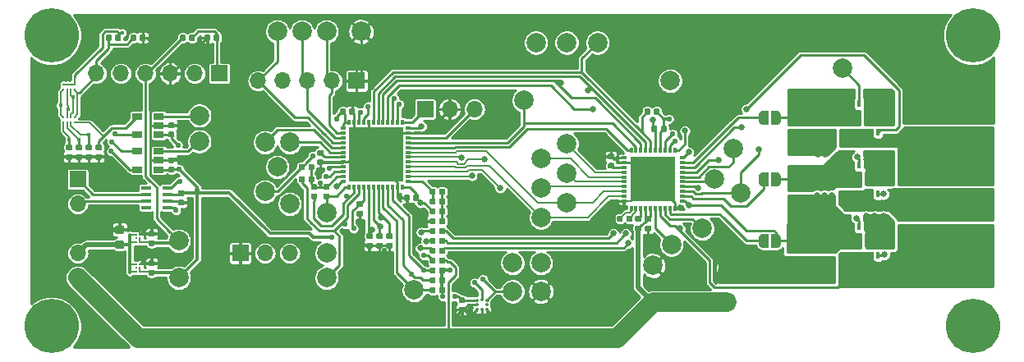
<source format=gbr>
G04 #@! TF.GenerationSoftware,KiCad,Pcbnew,5.0.0-4.fc29*
G04 #@! TF.CreationDate,2018-09-24T20:38:59+02:00*
G04 #@! TF.ProjectId,macro-motor,6D6163726F2D6D6F746F722E6B696361,rev?*
G04 #@! TF.SameCoordinates,PX916f720PY42c1d80*
G04 #@! TF.FileFunction,Copper,L1,Top,Signal*
G04 #@! TF.FilePolarity,Positive*
%FSLAX46Y46*%
G04 Gerber Fmt 4.6, Leading zero omitted, Abs format (unit mm)*
G04 Created by KiCad (PCBNEW 5.0.0-4.fc29) date Mon Sep 24 20:38:59 2018*
%MOMM*%
%LPD*%
G01*
G04 APERTURE LIST*
G04 #@! TA.AperFunction,ComponentPad*
%ADD10C,5.600000*%
G04 #@! TD*
G04 #@! TA.AperFunction,Conductor*
%ADD11C,0.100000*%
G04 #@! TD*
G04 #@! TA.AperFunction,SMDPad,CuDef*
%ADD12C,0.590000*%
G04 #@! TD*
G04 #@! TA.AperFunction,ComponentPad*
%ADD13R,1.700000X1.700000*%
G04 #@! TD*
G04 #@! TA.AperFunction,ComponentPad*
%ADD14O,1.700000X1.700000*%
G04 #@! TD*
G04 #@! TA.AperFunction,SMDPad,CuDef*
%ADD15C,0.875000*%
G04 #@! TD*
G04 #@! TA.AperFunction,ComponentPad*
%ADD16R,1.600000X1.600000*%
G04 #@! TD*
G04 #@! TA.AperFunction,ComponentPad*
%ADD17C,1.600000*%
G04 #@! TD*
G04 #@! TA.AperFunction,ComponentPad*
%ADD18C,2.000000*%
G04 #@! TD*
G04 #@! TA.AperFunction,ComponentPad*
%ADD19R,2.400000X2.400000*%
G04 #@! TD*
G04 #@! TA.AperFunction,ComponentPad*
%ADD20C,2.400000*%
G04 #@! TD*
G04 #@! TA.AperFunction,SMDPad,CuDef*
%ADD21C,0.500000*%
G04 #@! TD*
G04 #@! TA.AperFunction,SMDPad,CuDef*
%ADD22R,2.135000X1.440000*%
G04 #@! TD*
G04 #@! TA.AperFunction,SMDPad,CuDef*
%ADD23R,0.420000X0.790000*%
G04 #@! TD*
G04 #@! TA.AperFunction,SMDPad,CuDef*
%ADD24C,0.975000*%
G04 #@! TD*
G04 #@! TA.AperFunction,BGAPad,CuDef*
%ADD25C,0.250000*%
G04 #@! TD*
G04 #@! TA.AperFunction,SMDPad,CuDef*
%ADD26R,0.300000X0.500000*%
G04 #@! TD*
G04 #@! TA.AperFunction,SMDPad,CuDef*
%ADD27R,0.500000X0.300000*%
G04 #@! TD*
G04 #@! TA.AperFunction,SMDPad,CuDef*
%ADD28R,4.600000X4.600000*%
G04 #@! TD*
G04 #@! TA.AperFunction,SMDPad,CuDef*
%ADD29R,1.060000X0.400000*%
G04 #@! TD*
G04 #@! TA.AperFunction,Conductor*
%ADD30C,0.350000*%
G04 #@! TD*
G04 #@! TA.AperFunction,SMDPad,CuDef*
%ADD31R,0.550000X0.300000*%
G04 #@! TD*
G04 #@! TA.AperFunction,SMDPad,CuDef*
%ADD32R,0.300000X0.550000*%
G04 #@! TD*
G04 #@! TA.AperFunction,SMDPad,CuDef*
%ADD33R,5.600000X5.600000*%
G04 #@! TD*
G04 #@! TA.AperFunction,SMDPad,CuDef*
%ADD34R,0.175000X0.275000*%
G04 #@! TD*
G04 #@! TA.AperFunction,SMDPad,CuDef*
%ADD35R,1.060000X0.650000*%
G04 #@! TD*
G04 #@! TA.AperFunction,ViaPad*
%ADD36C,0.550000*%
G04 #@! TD*
G04 #@! TA.AperFunction,ViaPad*
%ADD37C,0.650000*%
G04 #@! TD*
G04 #@! TA.AperFunction,ViaPad*
%ADD38C,0.450000*%
G04 #@! TD*
G04 #@! TA.AperFunction,Conductor*
%ADD39C,0.500000*%
G04 #@! TD*
G04 #@! TA.AperFunction,Conductor*
%ADD40C,0.350000*%
G04 #@! TD*
G04 #@! TA.AperFunction,Conductor*
%ADD41C,0.150000*%
G04 #@! TD*
G04 #@! TA.AperFunction,Conductor*
%ADD42C,0.250000*%
G04 #@! TD*
G04 #@! TA.AperFunction,Conductor*
%ADD43C,0.200000*%
G04 #@! TD*
G04 #@! TA.AperFunction,Conductor*
%ADD44C,0.175000*%
G04 #@! TD*
G04 #@! TA.AperFunction,Conductor*
%ADD45C,2.000000*%
G04 #@! TD*
G04 APERTURE END LIST*
D10*
G04 #@! TO.P,REF\002A\002A,1*
G04 #@! TO.N,N/C*
X-47500000Y15000000D03*
G04 #@! TD*
G04 #@! TO.P,REF\002A\002A,1*
G04 #@! TO.N,N/C*
X-47500000Y-15000000D03*
G04 #@! TD*
G04 #@! TO.P,REF\002A\002A,1*
G04 #@! TO.N,N/C*
X47500000Y-15000000D03*
G04 #@! TD*
D11*
G04 #@! TO.N,+3V3*
G04 #@! TO.C,C201*
G36*
X-34963042Y1459290D02*
X-34948724Y1457166D01*
X-34934683Y1453649D01*
X-34921054Y1448772D01*
X-34907969Y1442583D01*
X-34895553Y1435142D01*
X-34883927Y1426519D01*
X-34873202Y1416798D01*
X-34863481Y1406073D01*
X-34854858Y1394447D01*
X-34847417Y1382031D01*
X-34841228Y1368946D01*
X-34836351Y1355317D01*
X-34832834Y1341276D01*
X-34830710Y1326958D01*
X-34830000Y1312500D01*
X-34830000Y1017500D01*
X-34830710Y1003042D01*
X-34832834Y988724D01*
X-34836351Y974683D01*
X-34841228Y961054D01*
X-34847417Y947969D01*
X-34854858Y935553D01*
X-34863481Y923927D01*
X-34873202Y913202D01*
X-34883927Y903481D01*
X-34895553Y894858D01*
X-34907969Y887417D01*
X-34921054Y881228D01*
X-34934683Y876351D01*
X-34948724Y872834D01*
X-34963042Y870710D01*
X-34977500Y870000D01*
X-35322500Y870000D01*
X-35336958Y870710D01*
X-35351276Y872834D01*
X-35365317Y876351D01*
X-35378946Y881228D01*
X-35392031Y887417D01*
X-35404447Y894858D01*
X-35416073Y903481D01*
X-35426798Y913202D01*
X-35436519Y923927D01*
X-35445142Y935553D01*
X-35452583Y947969D01*
X-35458772Y961054D01*
X-35463649Y974683D01*
X-35467166Y988724D01*
X-35469290Y1003042D01*
X-35470000Y1017500D01*
X-35470000Y1312500D01*
X-35469290Y1326958D01*
X-35467166Y1341276D01*
X-35463649Y1355317D01*
X-35458772Y1368946D01*
X-35452583Y1382031D01*
X-35445142Y1394447D01*
X-35436519Y1406073D01*
X-35426798Y1416798D01*
X-35416073Y1426519D01*
X-35404447Y1435142D01*
X-35392031Y1442583D01*
X-35378946Y1448772D01*
X-35365317Y1453649D01*
X-35351276Y1457166D01*
X-35336958Y1459290D01*
X-35322500Y1460000D01*
X-34977500Y1460000D01*
X-34963042Y1459290D01*
X-34963042Y1459290D01*
G37*
D12*
G04 #@! TD*
G04 #@! TO.P,C201,1*
G04 #@! TO.N,+3V3*
X-35150000Y1165000D03*
D11*
G04 #@! TO.N,GND*
G04 #@! TO.C,C201*
G36*
X-34963042Y2429290D02*
X-34948724Y2427166D01*
X-34934683Y2423649D01*
X-34921054Y2418772D01*
X-34907969Y2412583D01*
X-34895553Y2405142D01*
X-34883927Y2396519D01*
X-34873202Y2386798D01*
X-34863481Y2376073D01*
X-34854858Y2364447D01*
X-34847417Y2352031D01*
X-34841228Y2338946D01*
X-34836351Y2325317D01*
X-34832834Y2311276D01*
X-34830710Y2296958D01*
X-34830000Y2282500D01*
X-34830000Y1987500D01*
X-34830710Y1973042D01*
X-34832834Y1958724D01*
X-34836351Y1944683D01*
X-34841228Y1931054D01*
X-34847417Y1917969D01*
X-34854858Y1905553D01*
X-34863481Y1893927D01*
X-34873202Y1883202D01*
X-34883927Y1873481D01*
X-34895553Y1864858D01*
X-34907969Y1857417D01*
X-34921054Y1851228D01*
X-34934683Y1846351D01*
X-34948724Y1842834D01*
X-34963042Y1840710D01*
X-34977500Y1840000D01*
X-35322500Y1840000D01*
X-35336958Y1840710D01*
X-35351276Y1842834D01*
X-35365317Y1846351D01*
X-35378946Y1851228D01*
X-35392031Y1857417D01*
X-35404447Y1864858D01*
X-35416073Y1873481D01*
X-35426798Y1883202D01*
X-35436519Y1893927D01*
X-35445142Y1905553D01*
X-35452583Y1917969D01*
X-35458772Y1931054D01*
X-35463649Y1944683D01*
X-35467166Y1958724D01*
X-35469290Y1973042D01*
X-35470000Y1987500D01*
X-35470000Y2282500D01*
X-35469290Y2296958D01*
X-35467166Y2311276D01*
X-35463649Y2325317D01*
X-35458772Y2338946D01*
X-35452583Y2352031D01*
X-35445142Y2364447D01*
X-35436519Y2376073D01*
X-35426798Y2386798D01*
X-35416073Y2396519D01*
X-35404447Y2405142D01*
X-35392031Y2412583D01*
X-35378946Y2418772D01*
X-35365317Y2423649D01*
X-35351276Y2427166D01*
X-35336958Y2429290D01*
X-35322500Y2430000D01*
X-34977500Y2430000D01*
X-34963042Y2429290D01*
X-34963042Y2429290D01*
G37*
D12*
G04 #@! TD*
G04 #@! TO.P,C201,2*
G04 #@! TO.N,GND*
X-35150000Y2135000D03*
D13*
G04 #@! TO.P,J604,1*
G04 #@! TO.N,GND*
X-28040000Y-7470000D03*
D14*
G04 #@! TO.P,J604,2*
G04 #@! TO.N,N/C*
X-25500000Y-7470000D03*
G04 #@! TO.P,J604,3*
G04 #@! TO.N,/Microcontroller/TX*
X-22960000Y-7470000D03*
G04 #@! TD*
D11*
G04 #@! TO.N,+6V*
G04 #@! TO.C,C101*
G36*
X-40208309Y-6170053D02*
X-40187074Y-6173203D01*
X-40166250Y-6178419D01*
X-40146038Y-6185651D01*
X-40126632Y-6194830D01*
X-40108219Y-6205866D01*
X-40090976Y-6218654D01*
X-40075070Y-6233070D01*
X-40060654Y-6248976D01*
X-40047866Y-6266219D01*
X-40036830Y-6284632D01*
X-40027651Y-6304038D01*
X-40020419Y-6324250D01*
X-40015203Y-6345074D01*
X-40012053Y-6366309D01*
X-40011000Y-6387750D01*
X-40011000Y-6825250D01*
X-40012053Y-6846691D01*
X-40015203Y-6867926D01*
X-40020419Y-6888750D01*
X-40027651Y-6908962D01*
X-40036830Y-6928368D01*
X-40047866Y-6946781D01*
X-40060654Y-6964024D01*
X-40075070Y-6979930D01*
X-40090976Y-6994346D01*
X-40108219Y-7007134D01*
X-40126632Y-7018170D01*
X-40146038Y-7027349D01*
X-40166250Y-7034581D01*
X-40187074Y-7039797D01*
X-40208309Y-7042947D01*
X-40229750Y-7044000D01*
X-40742250Y-7044000D01*
X-40763691Y-7042947D01*
X-40784926Y-7039797D01*
X-40805750Y-7034581D01*
X-40825962Y-7027349D01*
X-40845368Y-7018170D01*
X-40863781Y-7007134D01*
X-40881024Y-6994346D01*
X-40896930Y-6979930D01*
X-40911346Y-6964024D01*
X-40924134Y-6946781D01*
X-40935170Y-6928368D01*
X-40944349Y-6908962D01*
X-40951581Y-6888750D01*
X-40956797Y-6867926D01*
X-40959947Y-6846691D01*
X-40961000Y-6825250D01*
X-40961000Y-6387750D01*
X-40959947Y-6366309D01*
X-40956797Y-6345074D01*
X-40951581Y-6324250D01*
X-40944349Y-6304038D01*
X-40935170Y-6284632D01*
X-40924134Y-6266219D01*
X-40911346Y-6248976D01*
X-40896930Y-6233070D01*
X-40881024Y-6218654D01*
X-40863781Y-6205866D01*
X-40845368Y-6194830D01*
X-40825962Y-6185651D01*
X-40805750Y-6178419D01*
X-40784926Y-6173203D01*
X-40763691Y-6170053D01*
X-40742250Y-6169000D01*
X-40229750Y-6169000D01*
X-40208309Y-6170053D01*
X-40208309Y-6170053D01*
G37*
D15*
G04 #@! TD*
G04 #@! TO.P,C101,1*
G04 #@! TO.N,+6V*
X-40486000Y-6606500D03*
D11*
G04 #@! TO.N,GND*
G04 #@! TO.C,C101*
G36*
X-40208309Y-4595053D02*
X-40187074Y-4598203D01*
X-40166250Y-4603419D01*
X-40146038Y-4610651D01*
X-40126632Y-4619830D01*
X-40108219Y-4630866D01*
X-40090976Y-4643654D01*
X-40075070Y-4658070D01*
X-40060654Y-4673976D01*
X-40047866Y-4691219D01*
X-40036830Y-4709632D01*
X-40027651Y-4729038D01*
X-40020419Y-4749250D01*
X-40015203Y-4770074D01*
X-40012053Y-4791309D01*
X-40011000Y-4812750D01*
X-40011000Y-5250250D01*
X-40012053Y-5271691D01*
X-40015203Y-5292926D01*
X-40020419Y-5313750D01*
X-40027651Y-5333962D01*
X-40036830Y-5353368D01*
X-40047866Y-5371781D01*
X-40060654Y-5389024D01*
X-40075070Y-5404930D01*
X-40090976Y-5419346D01*
X-40108219Y-5432134D01*
X-40126632Y-5443170D01*
X-40146038Y-5452349D01*
X-40166250Y-5459581D01*
X-40187074Y-5464797D01*
X-40208309Y-5467947D01*
X-40229750Y-5469000D01*
X-40742250Y-5469000D01*
X-40763691Y-5467947D01*
X-40784926Y-5464797D01*
X-40805750Y-5459581D01*
X-40825962Y-5452349D01*
X-40845368Y-5443170D01*
X-40863781Y-5432134D01*
X-40881024Y-5419346D01*
X-40896930Y-5404930D01*
X-40911346Y-5389024D01*
X-40924134Y-5371781D01*
X-40935170Y-5353368D01*
X-40944349Y-5333962D01*
X-40951581Y-5313750D01*
X-40956797Y-5292926D01*
X-40959947Y-5271691D01*
X-40961000Y-5250250D01*
X-40961000Y-4812750D01*
X-40959947Y-4791309D01*
X-40956797Y-4770074D01*
X-40951581Y-4749250D01*
X-40944349Y-4729038D01*
X-40935170Y-4709632D01*
X-40924134Y-4691219D01*
X-40911346Y-4673976D01*
X-40896930Y-4658070D01*
X-40881024Y-4643654D01*
X-40863781Y-4630866D01*
X-40845368Y-4619830D01*
X-40825962Y-4610651D01*
X-40805750Y-4603419D01*
X-40784926Y-4598203D01*
X-40763691Y-4595053D01*
X-40742250Y-4594000D01*
X-40229750Y-4594000D01*
X-40208309Y-4595053D01*
X-40208309Y-4595053D01*
G37*
D15*
G04 #@! TD*
G04 #@! TO.P,C101,2*
G04 #@! TO.N,GND*
X-40486000Y-5031500D03*
D11*
G04 #@! TO.N,GND*
G04 #@! TO.C,C102*
G36*
X-36997042Y-8214710D02*
X-36982724Y-8216834D01*
X-36968683Y-8220351D01*
X-36955054Y-8225228D01*
X-36941969Y-8231417D01*
X-36929553Y-8238858D01*
X-36917927Y-8247481D01*
X-36907202Y-8257202D01*
X-36897481Y-8267927D01*
X-36888858Y-8279553D01*
X-36881417Y-8291969D01*
X-36875228Y-8305054D01*
X-36870351Y-8318683D01*
X-36866834Y-8332724D01*
X-36864710Y-8347042D01*
X-36864000Y-8361500D01*
X-36864000Y-8656500D01*
X-36864710Y-8670958D01*
X-36866834Y-8685276D01*
X-36870351Y-8699317D01*
X-36875228Y-8712946D01*
X-36881417Y-8726031D01*
X-36888858Y-8738447D01*
X-36897481Y-8750073D01*
X-36907202Y-8760798D01*
X-36917927Y-8770519D01*
X-36929553Y-8779142D01*
X-36941969Y-8786583D01*
X-36955054Y-8792772D01*
X-36968683Y-8797649D01*
X-36982724Y-8801166D01*
X-36997042Y-8803290D01*
X-37011500Y-8804000D01*
X-37356500Y-8804000D01*
X-37370958Y-8803290D01*
X-37385276Y-8801166D01*
X-37399317Y-8797649D01*
X-37412946Y-8792772D01*
X-37426031Y-8786583D01*
X-37438447Y-8779142D01*
X-37450073Y-8770519D01*
X-37460798Y-8760798D01*
X-37470519Y-8750073D01*
X-37479142Y-8738447D01*
X-37486583Y-8726031D01*
X-37492772Y-8712946D01*
X-37497649Y-8699317D01*
X-37501166Y-8685276D01*
X-37503290Y-8670958D01*
X-37504000Y-8656500D01*
X-37504000Y-8361500D01*
X-37503290Y-8347042D01*
X-37501166Y-8332724D01*
X-37497649Y-8318683D01*
X-37492772Y-8305054D01*
X-37486583Y-8291969D01*
X-37479142Y-8279553D01*
X-37470519Y-8267927D01*
X-37460798Y-8257202D01*
X-37450073Y-8247481D01*
X-37438447Y-8238858D01*
X-37426031Y-8231417D01*
X-37412946Y-8225228D01*
X-37399317Y-8220351D01*
X-37385276Y-8216834D01*
X-37370958Y-8214710D01*
X-37356500Y-8214000D01*
X-37011500Y-8214000D01*
X-36997042Y-8214710D01*
X-36997042Y-8214710D01*
G37*
D12*
G04 #@! TD*
G04 #@! TO.P,C102,2*
G04 #@! TO.N,GND*
X-37184000Y-8509000D03*
D11*
G04 #@! TO.N,+3V3*
G04 #@! TO.C,C102*
G36*
X-36997042Y-9184710D02*
X-36982724Y-9186834D01*
X-36968683Y-9190351D01*
X-36955054Y-9195228D01*
X-36941969Y-9201417D01*
X-36929553Y-9208858D01*
X-36917927Y-9217481D01*
X-36907202Y-9227202D01*
X-36897481Y-9237927D01*
X-36888858Y-9249553D01*
X-36881417Y-9261969D01*
X-36875228Y-9275054D01*
X-36870351Y-9288683D01*
X-36866834Y-9302724D01*
X-36864710Y-9317042D01*
X-36864000Y-9331500D01*
X-36864000Y-9626500D01*
X-36864710Y-9640958D01*
X-36866834Y-9655276D01*
X-36870351Y-9669317D01*
X-36875228Y-9682946D01*
X-36881417Y-9696031D01*
X-36888858Y-9708447D01*
X-36897481Y-9720073D01*
X-36907202Y-9730798D01*
X-36917927Y-9740519D01*
X-36929553Y-9749142D01*
X-36941969Y-9756583D01*
X-36955054Y-9762772D01*
X-36968683Y-9767649D01*
X-36982724Y-9771166D01*
X-36997042Y-9773290D01*
X-37011500Y-9774000D01*
X-37356500Y-9774000D01*
X-37370958Y-9773290D01*
X-37385276Y-9771166D01*
X-37399317Y-9767649D01*
X-37412946Y-9762772D01*
X-37426031Y-9756583D01*
X-37438447Y-9749142D01*
X-37450073Y-9740519D01*
X-37460798Y-9730798D01*
X-37470519Y-9720073D01*
X-37479142Y-9708447D01*
X-37486583Y-9696031D01*
X-37492772Y-9682946D01*
X-37497649Y-9669317D01*
X-37501166Y-9655276D01*
X-37503290Y-9640958D01*
X-37504000Y-9626500D01*
X-37504000Y-9331500D01*
X-37503290Y-9317042D01*
X-37501166Y-9302724D01*
X-37497649Y-9288683D01*
X-37492772Y-9275054D01*
X-37486583Y-9261969D01*
X-37479142Y-9249553D01*
X-37470519Y-9237927D01*
X-37460798Y-9227202D01*
X-37450073Y-9217481D01*
X-37438447Y-9208858D01*
X-37426031Y-9201417D01*
X-37412946Y-9195228D01*
X-37399317Y-9190351D01*
X-37385276Y-9186834D01*
X-37370958Y-9184710D01*
X-37356500Y-9184000D01*
X-37011500Y-9184000D01*
X-36997042Y-9184710D01*
X-36997042Y-9184710D01*
G37*
D12*
G04 #@! TD*
G04 #@! TO.P,C102,1*
G04 #@! TO.N,+3V3*
X-37184000Y-9479000D03*
D11*
G04 #@! TO.N,GND*
G04 #@! TO.C,C103*
G36*
X-36997042Y-5166710D02*
X-36982724Y-5168834D01*
X-36968683Y-5172351D01*
X-36955054Y-5177228D01*
X-36941969Y-5183417D01*
X-36929553Y-5190858D01*
X-36917927Y-5199481D01*
X-36907202Y-5209202D01*
X-36897481Y-5219927D01*
X-36888858Y-5231553D01*
X-36881417Y-5243969D01*
X-36875228Y-5257054D01*
X-36870351Y-5270683D01*
X-36866834Y-5284724D01*
X-36864710Y-5299042D01*
X-36864000Y-5313500D01*
X-36864000Y-5608500D01*
X-36864710Y-5622958D01*
X-36866834Y-5637276D01*
X-36870351Y-5651317D01*
X-36875228Y-5664946D01*
X-36881417Y-5678031D01*
X-36888858Y-5690447D01*
X-36897481Y-5702073D01*
X-36907202Y-5712798D01*
X-36917927Y-5722519D01*
X-36929553Y-5731142D01*
X-36941969Y-5738583D01*
X-36955054Y-5744772D01*
X-36968683Y-5749649D01*
X-36982724Y-5753166D01*
X-36997042Y-5755290D01*
X-37011500Y-5756000D01*
X-37356500Y-5756000D01*
X-37370958Y-5755290D01*
X-37385276Y-5753166D01*
X-37399317Y-5749649D01*
X-37412946Y-5744772D01*
X-37426031Y-5738583D01*
X-37438447Y-5731142D01*
X-37450073Y-5722519D01*
X-37460798Y-5712798D01*
X-37470519Y-5702073D01*
X-37479142Y-5690447D01*
X-37486583Y-5678031D01*
X-37492772Y-5664946D01*
X-37497649Y-5651317D01*
X-37501166Y-5637276D01*
X-37503290Y-5622958D01*
X-37504000Y-5608500D01*
X-37504000Y-5313500D01*
X-37503290Y-5299042D01*
X-37501166Y-5284724D01*
X-37497649Y-5270683D01*
X-37492772Y-5257054D01*
X-37486583Y-5243969D01*
X-37479142Y-5231553D01*
X-37470519Y-5219927D01*
X-37460798Y-5209202D01*
X-37450073Y-5199481D01*
X-37438447Y-5190858D01*
X-37426031Y-5183417D01*
X-37412946Y-5177228D01*
X-37399317Y-5172351D01*
X-37385276Y-5168834D01*
X-37370958Y-5166710D01*
X-37356500Y-5166000D01*
X-37011500Y-5166000D01*
X-36997042Y-5166710D01*
X-36997042Y-5166710D01*
G37*
D12*
G04 #@! TD*
G04 #@! TO.P,C103,2*
G04 #@! TO.N,GND*
X-37184000Y-5461000D03*
D11*
G04 #@! TO.N,+5V*
G04 #@! TO.C,C103*
G36*
X-36997042Y-6136710D02*
X-36982724Y-6138834D01*
X-36968683Y-6142351D01*
X-36955054Y-6147228D01*
X-36941969Y-6153417D01*
X-36929553Y-6160858D01*
X-36917927Y-6169481D01*
X-36907202Y-6179202D01*
X-36897481Y-6189927D01*
X-36888858Y-6201553D01*
X-36881417Y-6213969D01*
X-36875228Y-6227054D01*
X-36870351Y-6240683D01*
X-36866834Y-6254724D01*
X-36864710Y-6269042D01*
X-36864000Y-6283500D01*
X-36864000Y-6578500D01*
X-36864710Y-6592958D01*
X-36866834Y-6607276D01*
X-36870351Y-6621317D01*
X-36875228Y-6634946D01*
X-36881417Y-6648031D01*
X-36888858Y-6660447D01*
X-36897481Y-6672073D01*
X-36907202Y-6682798D01*
X-36917927Y-6692519D01*
X-36929553Y-6701142D01*
X-36941969Y-6708583D01*
X-36955054Y-6714772D01*
X-36968683Y-6719649D01*
X-36982724Y-6723166D01*
X-36997042Y-6725290D01*
X-37011500Y-6726000D01*
X-37356500Y-6726000D01*
X-37370958Y-6725290D01*
X-37385276Y-6723166D01*
X-37399317Y-6719649D01*
X-37412946Y-6714772D01*
X-37426031Y-6708583D01*
X-37438447Y-6701142D01*
X-37450073Y-6692519D01*
X-37460798Y-6682798D01*
X-37470519Y-6672073D01*
X-37479142Y-6660447D01*
X-37486583Y-6648031D01*
X-37492772Y-6634946D01*
X-37497649Y-6621317D01*
X-37501166Y-6607276D01*
X-37503290Y-6592958D01*
X-37504000Y-6578500D01*
X-37504000Y-6283500D01*
X-37503290Y-6269042D01*
X-37501166Y-6254724D01*
X-37497649Y-6240683D01*
X-37492772Y-6227054D01*
X-37486583Y-6213969D01*
X-37479142Y-6201553D01*
X-37470519Y-6189927D01*
X-37460798Y-6179202D01*
X-37450073Y-6169481D01*
X-37438447Y-6160858D01*
X-37426031Y-6153417D01*
X-37412946Y-6147228D01*
X-37399317Y-6142351D01*
X-37385276Y-6138834D01*
X-37370958Y-6136710D01*
X-37356500Y-6136000D01*
X-37011500Y-6136000D01*
X-36997042Y-6136710D01*
X-36997042Y-6136710D01*
G37*
D12*
G04 #@! TD*
G04 #@! TO.P,C103,1*
G04 #@! TO.N,+5V*
X-37184000Y-6431000D03*
D16*
G04 #@! TO.P,C301,1*
G04 #@! TO.N,+24V*
X22125000Y-12550000D03*
D17*
G04 #@! TO.P,C301,2*
G04 #@! TO.N,GND*
X22125000Y-9050000D03*
G04 #@! TD*
D11*
G04 #@! TO.N,+24V*
G04 #@! TO.C,C303*
G36*
X14183958Y-3642710D02*
X14198276Y-3644834D01*
X14212317Y-3648351D01*
X14225946Y-3653228D01*
X14239031Y-3659417D01*
X14251447Y-3666858D01*
X14263073Y-3675481D01*
X14273798Y-3685202D01*
X14283519Y-3695927D01*
X14292142Y-3707553D01*
X14299583Y-3719969D01*
X14305772Y-3733054D01*
X14310649Y-3746683D01*
X14314166Y-3760724D01*
X14316290Y-3775042D01*
X14317000Y-3789500D01*
X14317000Y-4084500D01*
X14316290Y-4098958D01*
X14314166Y-4113276D01*
X14310649Y-4127317D01*
X14305772Y-4140946D01*
X14299583Y-4154031D01*
X14292142Y-4166447D01*
X14283519Y-4178073D01*
X14273798Y-4188798D01*
X14263073Y-4198519D01*
X14251447Y-4207142D01*
X14239031Y-4214583D01*
X14225946Y-4220772D01*
X14212317Y-4225649D01*
X14198276Y-4229166D01*
X14183958Y-4231290D01*
X14169500Y-4232000D01*
X13824500Y-4232000D01*
X13810042Y-4231290D01*
X13795724Y-4229166D01*
X13781683Y-4225649D01*
X13768054Y-4220772D01*
X13754969Y-4214583D01*
X13742553Y-4207142D01*
X13730927Y-4198519D01*
X13720202Y-4188798D01*
X13710481Y-4178073D01*
X13701858Y-4166447D01*
X13694417Y-4154031D01*
X13688228Y-4140946D01*
X13683351Y-4127317D01*
X13679834Y-4113276D01*
X13677710Y-4098958D01*
X13677000Y-4084500D01*
X13677000Y-3789500D01*
X13677710Y-3775042D01*
X13679834Y-3760724D01*
X13683351Y-3746683D01*
X13688228Y-3733054D01*
X13694417Y-3719969D01*
X13701858Y-3707553D01*
X13710481Y-3695927D01*
X13720202Y-3685202D01*
X13730927Y-3675481D01*
X13742553Y-3666858D01*
X13754969Y-3659417D01*
X13768054Y-3653228D01*
X13781683Y-3648351D01*
X13795724Y-3644834D01*
X13810042Y-3642710D01*
X13824500Y-3642000D01*
X14169500Y-3642000D01*
X14183958Y-3642710D01*
X14183958Y-3642710D01*
G37*
D12*
G04 #@! TD*
G04 #@! TO.P,C303,1*
G04 #@! TO.N,+24V*
X13997000Y-3937000D03*
D11*
G04 #@! TO.N,GND*
G04 #@! TO.C,C303*
G36*
X14183958Y-4612710D02*
X14198276Y-4614834D01*
X14212317Y-4618351D01*
X14225946Y-4623228D01*
X14239031Y-4629417D01*
X14251447Y-4636858D01*
X14263073Y-4645481D01*
X14273798Y-4655202D01*
X14283519Y-4665927D01*
X14292142Y-4677553D01*
X14299583Y-4689969D01*
X14305772Y-4703054D01*
X14310649Y-4716683D01*
X14314166Y-4730724D01*
X14316290Y-4745042D01*
X14317000Y-4759500D01*
X14317000Y-5054500D01*
X14316290Y-5068958D01*
X14314166Y-5083276D01*
X14310649Y-5097317D01*
X14305772Y-5110946D01*
X14299583Y-5124031D01*
X14292142Y-5136447D01*
X14283519Y-5148073D01*
X14273798Y-5158798D01*
X14263073Y-5168519D01*
X14251447Y-5177142D01*
X14239031Y-5184583D01*
X14225946Y-5190772D01*
X14212317Y-5195649D01*
X14198276Y-5199166D01*
X14183958Y-5201290D01*
X14169500Y-5202000D01*
X13824500Y-5202000D01*
X13810042Y-5201290D01*
X13795724Y-5199166D01*
X13781683Y-5195649D01*
X13768054Y-5190772D01*
X13754969Y-5184583D01*
X13742553Y-5177142D01*
X13730927Y-5168519D01*
X13720202Y-5158798D01*
X13710481Y-5148073D01*
X13701858Y-5136447D01*
X13694417Y-5124031D01*
X13688228Y-5110946D01*
X13683351Y-5097317D01*
X13679834Y-5083276D01*
X13677710Y-5068958D01*
X13677000Y-5054500D01*
X13677000Y-4759500D01*
X13677710Y-4745042D01*
X13679834Y-4730724D01*
X13683351Y-4716683D01*
X13688228Y-4703054D01*
X13694417Y-4689969D01*
X13701858Y-4677553D01*
X13710481Y-4665927D01*
X13720202Y-4655202D01*
X13730927Y-4645481D01*
X13742553Y-4636858D01*
X13754969Y-4629417D01*
X13768054Y-4623228D01*
X13781683Y-4618351D01*
X13795724Y-4614834D01*
X13810042Y-4612710D01*
X13824500Y-4612000D01*
X14169500Y-4612000D01*
X14183958Y-4612710D01*
X14183958Y-4612710D01*
G37*
D12*
G04 #@! TD*
G04 #@! TO.P,C303,2*
G04 #@! TO.N,GND*
X13997000Y-4907000D03*
D11*
G04 #@! TO.N,/Motor_Driver/3V3_DRV*
G04 #@! TO.C,C304*
G36*
X10373958Y1841290D02*
X10388276Y1839166D01*
X10402317Y1835649D01*
X10415946Y1830772D01*
X10429031Y1824583D01*
X10441447Y1817142D01*
X10453073Y1808519D01*
X10463798Y1798798D01*
X10473519Y1788073D01*
X10482142Y1776447D01*
X10489583Y1764031D01*
X10495772Y1750946D01*
X10500649Y1737317D01*
X10504166Y1723276D01*
X10506290Y1708958D01*
X10507000Y1694500D01*
X10507000Y1399500D01*
X10506290Y1385042D01*
X10504166Y1370724D01*
X10500649Y1356683D01*
X10495772Y1343054D01*
X10489583Y1329969D01*
X10482142Y1317553D01*
X10473519Y1305927D01*
X10463798Y1295202D01*
X10453073Y1285481D01*
X10441447Y1276858D01*
X10429031Y1269417D01*
X10415946Y1263228D01*
X10402317Y1258351D01*
X10388276Y1254834D01*
X10373958Y1252710D01*
X10359500Y1252000D01*
X10014500Y1252000D01*
X10000042Y1252710D01*
X9985724Y1254834D01*
X9971683Y1258351D01*
X9958054Y1263228D01*
X9944969Y1269417D01*
X9932553Y1276858D01*
X9920927Y1285481D01*
X9910202Y1295202D01*
X9900481Y1305927D01*
X9891858Y1317553D01*
X9884417Y1329969D01*
X9878228Y1343054D01*
X9873351Y1356683D01*
X9869834Y1370724D01*
X9867710Y1385042D01*
X9867000Y1399500D01*
X9867000Y1694500D01*
X9867710Y1708958D01*
X9869834Y1723276D01*
X9873351Y1737317D01*
X9878228Y1750946D01*
X9884417Y1764031D01*
X9891858Y1776447D01*
X9900481Y1788073D01*
X9910202Y1798798D01*
X9920927Y1808519D01*
X9932553Y1817142D01*
X9944969Y1824583D01*
X9958054Y1830772D01*
X9971683Y1835649D01*
X9985724Y1839166D01*
X10000042Y1841290D01*
X10014500Y1842000D01*
X10359500Y1842000D01*
X10373958Y1841290D01*
X10373958Y1841290D01*
G37*
D12*
G04 #@! TD*
G04 #@! TO.P,C304,2*
G04 #@! TO.N,/Motor_Driver/3V3_DRV*
X10187000Y1547000D03*
D11*
G04 #@! TO.N,GND*
G04 #@! TO.C,C304*
G36*
X10373958Y2811290D02*
X10388276Y2809166D01*
X10402317Y2805649D01*
X10415946Y2800772D01*
X10429031Y2794583D01*
X10441447Y2787142D01*
X10453073Y2778519D01*
X10463798Y2768798D01*
X10473519Y2758073D01*
X10482142Y2746447D01*
X10489583Y2734031D01*
X10495772Y2720946D01*
X10500649Y2707317D01*
X10504166Y2693276D01*
X10506290Y2678958D01*
X10507000Y2664500D01*
X10507000Y2369500D01*
X10506290Y2355042D01*
X10504166Y2340724D01*
X10500649Y2326683D01*
X10495772Y2313054D01*
X10489583Y2299969D01*
X10482142Y2287553D01*
X10473519Y2275927D01*
X10463798Y2265202D01*
X10453073Y2255481D01*
X10441447Y2246858D01*
X10429031Y2239417D01*
X10415946Y2233228D01*
X10402317Y2228351D01*
X10388276Y2224834D01*
X10373958Y2222710D01*
X10359500Y2222000D01*
X10014500Y2222000D01*
X10000042Y2222710D01*
X9985724Y2224834D01*
X9971683Y2228351D01*
X9958054Y2233228D01*
X9944969Y2239417D01*
X9932553Y2246858D01*
X9920927Y2255481D01*
X9910202Y2265202D01*
X9900481Y2275927D01*
X9891858Y2287553D01*
X9884417Y2299969D01*
X9878228Y2313054D01*
X9873351Y2326683D01*
X9869834Y2340724D01*
X9867710Y2355042D01*
X9867000Y2369500D01*
X9867000Y2664500D01*
X9867710Y2678958D01*
X9869834Y2693276D01*
X9873351Y2707317D01*
X9878228Y2720946D01*
X9884417Y2734031D01*
X9891858Y2746447D01*
X9900481Y2758073D01*
X9910202Y2768798D01*
X9920927Y2778519D01*
X9932553Y2787142D01*
X9944969Y2794583D01*
X9958054Y2800772D01*
X9971683Y2805649D01*
X9985724Y2809166D01*
X10000042Y2811290D01*
X10014500Y2812000D01*
X10359500Y2812000D01*
X10373958Y2811290D01*
X10373958Y2811290D01*
G37*
D12*
G04 #@! TD*
G04 #@! TO.P,C304,1*
G04 #@! TO.N,GND*
X10187000Y2517000D03*
D11*
G04 #@! TO.N,+24V*
G04 #@! TO.C,C305*
G36*
X13167958Y-4612710D02*
X13182276Y-4614834D01*
X13196317Y-4618351D01*
X13209946Y-4623228D01*
X13223031Y-4629417D01*
X13235447Y-4636858D01*
X13247073Y-4645481D01*
X13257798Y-4655202D01*
X13267519Y-4665927D01*
X13276142Y-4677553D01*
X13283583Y-4689969D01*
X13289772Y-4703054D01*
X13294649Y-4716683D01*
X13298166Y-4730724D01*
X13300290Y-4745042D01*
X13301000Y-4759500D01*
X13301000Y-5054500D01*
X13300290Y-5068958D01*
X13298166Y-5083276D01*
X13294649Y-5097317D01*
X13289772Y-5110946D01*
X13283583Y-5124031D01*
X13276142Y-5136447D01*
X13267519Y-5148073D01*
X13257798Y-5158798D01*
X13247073Y-5168519D01*
X13235447Y-5177142D01*
X13223031Y-5184583D01*
X13209946Y-5190772D01*
X13196317Y-5195649D01*
X13182276Y-5199166D01*
X13167958Y-5201290D01*
X13153500Y-5202000D01*
X12808500Y-5202000D01*
X12794042Y-5201290D01*
X12779724Y-5199166D01*
X12765683Y-5195649D01*
X12752054Y-5190772D01*
X12738969Y-5184583D01*
X12726553Y-5177142D01*
X12714927Y-5168519D01*
X12704202Y-5158798D01*
X12694481Y-5148073D01*
X12685858Y-5136447D01*
X12678417Y-5124031D01*
X12672228Y-5110946D01*
X12667351Y-5097317D01*
X12663834Y-5083276D01*
X12661710Y-5068958D01*
X12661000Y-5054500D01*
X12661000Y-4759500D01*
X12661710Y-4745042D01*
X12663834Y-4730724D01*
X12667351Y-4716683D01*
X12672228Y-4703054D01*
X12678417Y-4689969D01*
X12685858Y-4677553D01*
X12694481Y-4665927D01*
X12704202Y-4655202D01*
X12714927Y-4645481D01*
X12726553Y-4636858D01*
X12738969Y-4629417D01*
X12752054Y-4623228D01*
X12765683Y-4618351D01*
X12779724Y-4614834D01*
X12794042Y-4612710D01*
X12808500Y-4612000D01*
X13153500Y-4612000D01*
X13167958Y-4612710D01*
X13167958Y-4612710D01*
G37*
D12*
G04 #@! TD*
G04 #@! TO.P,C305,2*
G04 #@! TO.N,+24V*
X12981000Y-4907000D03*
D11*
G04 #@! TO.N,/Motor_Driver/VCP*
G04 #@! TO.C,C305*
G36*
X13167958Y-3642710D02*
X13182276Y-3644834D01*
X13196317Y-3648351D01*
X13209946Y-3653228D01*
X13223031Y-3659417D01*
X13235447Y-3666858D01*
X13247073Y-3675481D01*
X13257798Y-3685202D01*
X13267519Y-3695927D01*
X13276142Y-3707553D01*
X13283583Y-3719969D01*
X13289772Y-3733054D01*
X13294649Y-3746683D01*
X13298166Y-3760724D01*
X13300290Y-3775042D01*
X13301000Y-3789500D01*
X13301000Y-4084500D01*
X13300290Y-4098958D01*
X13298166Y-4113276D01*
X13294649Y-4127317D01*
X13289772Y-4140946D01*
X13283583Y-4154031D01*
X13276142Y-4166447D01*
X13267519Y-4178073D01*
X13257798Y-4188798D01*
X13247073Y-4198519D01*
X13235447Y-4207142D01*
X13223031Y-4214583D01*
X13209946Y-4220772D01*
X13196317Y-4225649D01*
X13182276Y-4229166D01*
X13167958Y-4231290D01*
X13153500Y-4232000D01*
X12808500Y-4232000D01*
X12794042Y-4231290D01*
X12779724Y-4229166D01*
X12765683Y-4225649D01*
X12752054Y-4220772D01*
X12738969Y-4214583D01*
X12726553Y-4207142D01*
X12714927Y-4198519D01*
X12704202Y-4188798D01*
X12694481Y-4178073D01*
X12685858Y-4166447D01*
X12678417Y-4154031D01*
X12672228Y-4140946D01*
X12667351Y-4127317D01*
X12663834Y-4113276D01*
X12661710Y-4098958D01*
X12661000Y-4084500D01*
X12661000Y-3789500D01*
X12661710Y-3775042D01*
X12663834Y-3760724D01*
X12667351Y-3746683D01*
X12672228Y-3733054D01*
X12678417Y-3719969D01*
X12685858Y-3707553D01*
X12694481Y-3695927D01*
X12704202Y-3685202D01*
X12714927Y-3675481D01*
X12726553Y-3666858D01*
X12738969Y-3659417D01*
X12752054Y-3653228D01*
X12765683Y-3648351D01*
X12779724Y-3644834D01*
X12794042Y-3642710D01*
X12808500Y-3642000D01*
X13153500Y-3642000D01*
X13167958Y-3642710D01*
X13167958Y-3642710D01*
G37*
D12*
G04 #@! TD*
G04 #@! TO.P,C305,1*
G04 #@! TO.N,/Motor_Driver/VCP*
X12981000Y-3937000D03*
D11*
G04 #@! TO.N,/Motor_Driver/CPL*
G04 #@! TO.C,C306*
G36*
X11260958Y-3594710D02*
X11275276Y-3596834D01*
X11289317Y-3600351D01*
X11302946Y-3605228D01*
X11316031Y-3611417D01*
X11328447Y-3618858D01*
X11340073Y-3627481D01*
X11350798Y-3637202D01*
X11360519Y-3647927D01*
X11369142Y-3659553D01*
X11376583Y-3671969D01*
X11382772Y-3685054D01*
X11387649Y-3698683D01*
X11391166Y-3712724D01*
X11393290Y-3727042D01*
X11394000Y-3741500D01*
X11394000Y-4086500D01*
X11393290Y-4100958D01*
X11391166Y-4115276D01*
X11387649Y-4129317D01*
X11382772Y-4142946D01*
X11376583Y-4156031D01*
X11369142Y-4168447D01*
X11360519Y-4180073D01*
X11350798Y-4190798D01*
X11340073Y-4200519D01*
X11328447Y-4209142D01*
X11316031Y-4216583D01*
X11302946Y-4222772D01*
X11289317Y-4227649D01*
X11275276Y-4231166D01*
X11260958Y-4233290D01*
X11246500Y-4234000D01*
X10951500Y-4234000D01*
X10937042Y-4233290D01*
X10922724Y-4231166D01*
X10908683Y-4227649D01*
X10895054Y-4222772D01*
X10881969Y-4216583D01*
X10869553Y-4209142D01*
X10857927Y-4200519D01*
X10847202Y-4190798D01*
X10837481Y-4180073D01*
X10828858Y-4168447D01*
X10821417Y-4156031D01*
X10815228Y-4142946D01*
X10810351Y-4129317D01*
X10806834Y-4115276D01*
X10804710Y-4100958D01*
X10804000Y-4086500D01*
X10804000Y-3741500D01*
X10804710Y-3727042D01*
X10806834Y-3712724D01*
X10810351Y-3698683D01*
X10815228Y-3685054D01*
X10821417Y-3671969D01*
X10828858Y-3659553D01*
X10837481Y-3647927D01*
X10847202Y-3637202D01*
X10857927Y-3627481D01*
X10869553Y-3618858D01*
X10881969Y-3611417D01*
X10895054Y-3605228D01*
X10908683Y-3600351D01*
X10922724Y-3596834D01*
X10937042Y-3594710D01*
X10951500Y-3594000D01*
X11246500Y-3594000D01*
X11260958Y-3594710D01*
X11260958Y-3594710D01*
G37*
D12*
G04 #@! TD*
G04 #@! TO.P,C306,1*
G04 #@! TO.N,/Motor_Driver/CPL*
X11099000Y-3914000D03*
D11*
G04 #@! TO.N,/Motor_Driver/CPH*
G04 #@! TO.C,C306*
G36*
X12230958Y-3594710D02*
X12245276Y-3596834D01*
X12259317Y-3600351D01*
X12272946Y-3605228D01*
X12286031Y-3611417D01*
X12298447Y-3618858D01*
X12310073Y-3627481D01*
X12320798Y-3637202D01*
X12330519Y-3647927D01*
X12339142Y-3659553D01*
X12346583Y-3671969D01*
X12352772Y-3685054D01*
X12357649Y-3698683D01*
X12361166Y-3712724D01*
X12363290Y-3727042D01*
X12364000Y-3741500D01*
X12364000Y-4086500D01*
X12363290Y-4100958D01*
X12361166Y-4115276D01*
X12357649Y-4129317D01*
X12352772Y-4142946D01*
X12346583Y-4156031D01*
X12339142Y-4168447D01*
X12330519Y-4180073D01*
X12320798Y-4190798D01*
X12310073Y-4200519D01*
X12298447Y-4209142D01*
X12286031Y-4216583D01*
X12272946Y-4222772D01*
X12259317Y-4227649D01*
X12245276Y-4231166D01*
X12230958Y-4233290D01*
X12216500Y-4234000D01*
X11921500Y-4234000D01*
X11907042Y-4233290D01*
X11892724Y-4231166D01*
X11878683Y-4227649D01*
X11865054Y-4222772D01*
X11851969Y-4216583D01*
X11839553Y-4209142D01*
X11827927Y-4200519D01*
X11817202Y-4190798D01*
X11807481Y-4180073D01*
X11798858Y-4168447D01*
X11791417Y-4156031D01*
X11785228Y-4142946D01*
X11780351Y-4129317D01*
X11776834Y-4115276D01*
X11774710Y-4100958D01*
X11774000Y-4086500D01*
X11774000Y-3741500D01*
X11774710Y-3727042D01*
X11776834Y-3712724D01*
X11780351Y-3698683D01*
X11785228Y-3685054D01*
X11791417Y-3671969D01*
X11798858Y-3659553D01*
X11807481Y-3647927D01*
X11817202Y-3637202D01*
X11827927Y-3627481D01*
X11839553Y-3618858D01*
X11851969Y-3611417D01*
X11865054Y-3605228D01*
X11878683Y-3600351D01*
X11892724Y-3596834D01*
X11907042Y-3594710D01*
X11921500Y-3594000D01*
X12216500Y-3594000D01*
X12230958Y-3594710D01*
X12230958Y-3594710D01*
G37*
D12*
G04 #@! TD*
G04 #@! TO.P,C306,2*
G04 #@! TO.N,/Motor_Driver/CPH*
X12069000Y-3914000D03*
D11*
G04 #@! TO.N,+3V3*
G04 #@! TO.C,C401*
G36*
X-33949042Y-975710D02*
X-33934724Y-977834D01*
X-33920683Y-981351D01*
X-33907054Y-986228D01*
X-33893969Y-992417D01*
X-33881553Y-999858D01*
X-33869927Y-1008481D01*
X-33859202Y-1018202D01*
X-33849481Y-1028927D01*
X-33840858Y-1040553D01*
X-33833417Y-1052969D01*
X-33827228Y-1066054D01*
X-33822351Y-1079683D01*
X-33818834Y-1093724D01*
X-33816710Y-1108042D01*
X-33816000Y-1122500D01*
X-33816000Y-1417500D01*
X-33816710Y-1431958D01*
X-33818834Y-1446276D01*
X-33822351Y-1460317D01*
X-33827228Y-1473946D01*
X-33833417Y-1487031D01*
X-33840858Y-1499447D01*
X-33849481Y-1511073D01*
X-33859202Y-1521798D01*
X-33869927Y-1531519D01*
X-33881553Y-1540142D01*
X-33893969Y-1547583D01*
X-33907054Y-1553772D01*
X-33920683Y-1558649D01*
X-33934724Y-1562166D01*
X-33949042Y-1564290D01*
X-33963500Y-1565000D01*
X-34308500Y-1565000D01*
X-34322958Y-1564290D01*
X-34337276Y-1562166D01*
X-34351317Y-1558649D01*
X-34364946Y-1553772D01*
X-34378031Y-1547583D01*
X-34390447Y-1540142D01*
X-34402073Y-1531519D01*
X-34412798Y-1521798D01*
X-34422519Y-1511073D01*
X-34431142Y-1499447D01*
X-34438583Y-1487031D01*
X-34444772Y-1473946D01*
X-34449649Y-1460317D01*
X-34453166Y-1446276D01*
X-34455290Y-1431958D01*
X-34456000Y-1417500D01*
X-34456000Y-1122500D01*
X-34455290Y-1108042D01*
X-34453166Y-1093724D01*
X-34449649Y-1079683D01*
X-34444772Y-1066054D01*
X-34438583Y-1052969D01*
X-34431142Y-1040553D01*
X-34422519Y-1028927D01*
X-34412798Y-1018202D01*
X-34402073Y-1008481D01*
X-34390447Y-999858D01*
X-34378031Y-992417D01*
X-34364946Y-986228D01*
X-34351317Y-981351D01*
X-34337276Y-977834D01*
X-34322958Y-975710D01*
X-34308500Y-975000D01*
X-33963500Y-975000D01*
X-33949042Y-975710D01*
X-33949042Y-975710D01*
G37*
D12*
G04 #@! TD*
G04 #@! TO.P,C401,1*
G04 #@! TO.N,+3V3*
X-34136000Y-1270000D03*
D11*
G04 #@! TO.N,GND*
G04 #@! TO.C,C401*
G36*
X-33949042Y-1945710D02*
X-33934724Y-1947834D01*
X-33920683Y-1951351D01*
X-33907054Y-1956228D01*
X-33893969Y-1962417D01*
X-33881553Y-1969858D01*
X-33869927Y-1978481D01*
X-33859202Y-1988202D01*
X-33849481Y-1998927D01*
X-33840858Y-2010553D01*
X-33833417Y-2022969D01*
X-33827228Y-2036054D01*
X-33822351Y-2049683D01*
X-33818834Y-2063724D01*
X-33816710Y-2078042D01*
X-33816000Y-2092500D01*
X-33816000Y-2387500D01*
X-33816710Y-2401958D01*
X-33818834Y-2416276D01*
X-33822351Y-2430317D01*
X-33827228Y-2443946D01*
X-33833417Y-2457031D01*
X-33840858Y-2469447D01*
X-33849481Y-2481073D01*
X-33859202Y-2491798D01*
X-33869927Y-2501519D01*
X-33881553Y-2510142D01*
X-33893969Y-2517583D01*
X-33907054Y-2523772D01*
X-33920683Y-2528649D01*
X-33934724Y-2532166D01*
X-33949042Y-2534290D01*
X-33963500Y-2535000D01*
X-34308500Y-2535000D01*
X-34322958Y-2534290D01*
X-34337276Y-2532166D01*
X-34351317Y-2528649D01*
X-34364946Y-2523772D01*
X-34378031Y-2517583D01*
X-34390447Y-2510142D01*
X-34402073Y-2501519D01*
X-34412798Y-2491798D01*
X-34422519Y-2481073D01*
X-34431142Y-2469447D01*
X-34438583Y-2457031D01*
X-34444772Y-2443946D01*
X-34449649Y-2430317D01*
X-34453166Y-2416276D01*
X-34455290Y-2401958D01*
X-34456000Y-2387500D01*
X-34456000Y-2092500D01*
X-34455290Y-2078042D01*
X-34453166Y-2063724D01*
X-34449649Y-2049683D01*
X-34444772Y-2036054D01*
X-34438583Y-2022969D01*
X-34431142Y-2010553D01*
X-34422519Y-1998927D01*
X-34412798Y-1988202D01*
X-34402073Y-1978481D01*
X-34390447Y-1969858D01*
X-34378031Y-1962417D01*
X-34364946Y-1956228D01*
X-34351317Y-1951351D01*
X-34337276Y-1947834D01*
X-34322958Y-1945710D01*
X-34308500Y-1945000D01*
X-33963500Y-1945000D01*
X-33949042Y-1945710D01*
X-33949042Y-1945710D01*
G37*
D12*
G04 #@! TD*
G04 #@! TO.P,C401,2*
G04 #@! TO.N,GND*
X-34136000Y-2240000D03*
D11*
G04 #@! TO.N,/Microcontroller/~RST*
G04 #@! TO.C,C601*
G36*
X-19598042Y3192290D02*
X-19583724Y3190166D01*
X-19569683Y3186649D01*
X-19556054Y3181772D01*
X-19542969Y3175583D01*
X-19530553Y3168142D01*
X-19518927Y3159519D01*
X-19508202Y3149798D01*
X-19498481Y3139073D01*
X-19489858Y3127447D01*
X-19482417Y3115031D01*
X-19476228Y3101946D01*
X-19471351Y3088317D01*
X-19467834Y3074276D01*
X-19465710Y3059958D01*
X-19465000Y3045500D01*
X-19465000Y2750500D01*
X-19465710Y2736042D01*
X-19467834Y2721724D01*
X-19471351Y2707683D01*
X-19476228Y2694054D01*
X-19482417Y2680969D01*
X-19489858Y2668553D01*
X-19498481Y2656927D01*
X-19508202Y2646202D01*
X-19518927Y2636481D01*
X-19530553Y2627858D01*
X-19542969Y2620417D01*
X-19556054Y2614228D01*
X-19569683Y2609351D01*
X-19583724Y2605834D01*
X-19598042Y2603710D01*
X-19612500Y2603000D01*
X-19957500Y2603000D01*
X-19971958Y2603710D01*
X-19986276Y2605834D01*
X-20000317Y2609351D01*
X-20013946Y2614228D01*
X-20027031Y2620417D01*
X-20039447Y2627858D01*
X-20051073Y2636481D01*
X-20061798Y2646202D01*
X-20071519Y2656927D01*
X-20080142Y2668553D01*
X-20087583Y2680969D01*
X-20093772Y2694054D01*
X-20098649Y2707683D01*
X-20102166Y2721724D01*
X-20104290Y2736042D01*
X-20105000Y2750500D01*
X-20105000Y3045500D01*
X-20104290Y3059958D01*
X-20102166Y3074276D01*
X-20098649Y3088317D01*
X-20093772Y3101946D01*
X-20087583Y3115031D01*
X-20080142Y3127447D01*
X-20071519Y3139073D01*
X-20061798Y3149798D01*
X-20051073Y3159519D01*
X-20039447Y3168142D01*
X-20027031Y3175583D01*
X-20013946Y3181772D01*
X-20000317Y3186649D01*
X-19986276Y3190166D01*
X-19971958Y3192290D01*
X-19957500Y3193000D01*
X-19612500Y3193000D01*
X-19598042Y3192290D01*
X-19598042Y3192290D01*
G37*
D12*
G04 #@! TD*
G04 #@! TO.P,C601,1*
G04 #@! TO.N,/Microcontroller/~RST*
X-19785000Y2898000D03*
D11*
G04 #@! TO.N,GND*
G04 #@! TO.C,C601*
G36*
X-19598042Y2222290D02*
X-19583724Y2220166D01*
X-19569683Y2216649D01*
X-19556054Y2211772D01*
X-19542969Y2205583D01*
X-19530553Y2198142D01*
X-19518927Y2189519D01*
X-19508202Y2179798D01*
X-19498481Y2169073D01*
X-19489858Y2157447D01*
X-19482417Y2145031D01*
X-19476228Y2131946D01*
X-19471351Y2118317D01*
X-19467834Y2104276D01*
X-19465710Y2089958D01*
X-19465000Y2075500D01*
X-19465000Y1780500D01*
X-19465710Y1766042D01*
X-19467834Y1751724D01*
X-19471351Y1737683D01*
X-19476228Y1724054D01*
X-19482417Y1710969D01*
X-19489858Y1698553D01*
X-19498481Y1686927D01*
X-19508202Y1676202D01*
X-19518927Y1666481D01*
X-19530553Y1657858D01*
X-19542969Y1650417D01*
X-19556054Y1644228D01*
X-19569683Y1639351D01*
X-19583724Y1635834D01*
X-19598042Y1633710D01*
X-19612500Y1633000D01*
X-19957500Y1633000D01*
X-19971958Y1633710D01*
X-19986276Y1635834D01*
X-20000317Y1639351D01*
X-20013946Y1644228D01*
X-20027031Y1650417D01*
X-20039447Y1657858D01*
X-20051073Y1666481D01*
X-20061798Y1676202D01*
X-20071519Y1686927D01*
X-20080142Y1698553D01*
X-20087583Y1710969D01*
X-20093772Y1724054D01*
X-20098649Y1737683D01*
X-20102166Y1751724D01*
X-20104290Y1766042D01*
X-20105000Y1780500D01*
X-20105000Y2075500D01*
X-20104290Y2089958D01*
X-20102166Y2104276D01*
X-20098649Y2118317D01*
X-20093772Y2131946D01*
X-20087583Y2145031D01*
X-20080142Y2157447D01*
X-20071519Y2169073D01*
X-20061798Y2179798D01*
X-20051073Y2189519D01*
X-20039447Y2198142D01*
X-20027031Y2205583D01*
X-20013946Y2211772D01*
X-20000317Y2216649D01*
X-19986276Y2220166D01*
X-19971958Y2222290D01*
X-19957500Y2223000D01*
X-19612500Y2223000D01*
X-19598042Y2222290D01*
X-19598042Y2222290D01*
G37*
D12*
G04 #@! TD*
G04 #@! TO.P,C601,2*
G04 #@! TO.N,GND*
X-19785000Y1928000D03*
D11*
G04 #@! TO.N,+3V3*
G04 #@! TO.C,C602*
G36*
X-9740042Y-1435710D02*
X-9725724Y-1437834D01*
X-9711683Y-1441351D01*
X-9698054Y-1446228D01*
X-9684969Y-1452417D01*
X-9672553Y-1459858D01*
X-9660927Y-1468481D01*
X-9650202Y-1478202D01*
X-9640481Y-1488927D01*
X-9631858Y-1500553D01*
X-9624417Y-1512969D01*
X-9618228Y-1526054D01*
X-9613351Y-1539683D01*
X-9609834Y-1553724D01*
X-9607710Y-1568042D01*
X-9607000Y-1582500D01*
X-9607000Y-1927500D01*
X-9607710Y-1941958D01*
X-9609834Y-1956276D01*
X-9613351Y-1970317D01*
X-9618228Y-1983946D01*
X-9624417Y-1997031D01*
X-9631858Y-2009447D01*
X-9640481Y-2021073D01*
X-9650202Y-2031798D01*
X-9660927Y-2041519D01*
X-9672553Y-2050142D01*
X-9684969Y-2057583D01*
X-9698054Y-2063772D01*
X-9711683Y-2068649D01*
X-9725724Y-2072166D01*
X-9740042Y-2074290D01*
X-9754500Y-2075000D01*
X-10049500Y-2075000D01*
X-10063958Y-2074290D01*
X-10078276Y-2072166D01*
X-10092317Y-2068649D01*
X-10105946Y-2063772D01*
X-10119031Y-2057583D01*
X-10131447Y-2050142D01*
X-10143073Y-2041519D01*
X-10153798Y-2031798D01*
X-10163519Y-2021073D01*
X-10172142Y-2009447D01*
X-10179583Y-1997031D01*
X-10185772Y-1983946D01*
X-10190649Y-1970317D01*
X-10194166Y-1956276D01*
X-10196290Y-1941958D01*
X-10197000Y-1927500D01*
X-10197000Y-1582500D01*
X-10196290Y-1568042D01*
X-10194166Y-1553724D01*
X-10190649Y-1539683D01*
X-10185772Y-1526054D01*
X-10179583Y-1512969D01*
X-10172142Y-1500553D01*
X-10163519Y-1488927D01*
X-10153798Y-1478202D01*
X-10143073Y-1468481D01*
X-10131447Y-1459858D01*
X-10119031Y-1452417D01*
X-10105946Y-1446228D01*
X-10092317Y-1441351D01*
X-10078276Y-1437834D01*
X-10063958Y-1435710D01*
X-10049500Y-1435000D01*
X-9754500Y-1435000D01*
X-9740042Y-1435710D01*
X-9740042Y-1435710D01*
G37*
D12*
G04 #@! TD*
G04 #@! TO.P,C602,1*
G04 #@! TO.N,+3V3*
X-9902000Y-1755000D03*
D11*
G04 #@! TO.N,GND*
G04 #@! TO.C,C602*
G36*
X-10710042Y-1435710D02*
X-10695724Y-1437834D01*
X-10681683Y-1441351D01*
X-10668054Y-1446228D01*
X-10654969Y-1452417D01*
X-10642553Y-1459858D01*
X-10630927Y-1468481D01*
X-10620202Y-1478202D01*
X-10610481Y-1488927D01*
X-10601858Y-1500553D01*
X-10594417Y-1512969D01*
X-10588228Y-1526054D01*
X-10583351Y-1539683D01*
X-10579834Y-1553724D01*
X-10577710Y-1568042D01*
X-10577000Y-1582500D01*
X-10577000Y-1927500D01*
X-10577710Y-1941958D01*
X-10579834Y-1956276D01*
X-10583351Y-1970317D01*
X-10588228Y-1983946D01*
X-10594417Y-1997031D01*
X-10601858Y-2009447D01*
X-10610481Y-2021073D01*
X-10620202Y-2031798D01*
X-10630927Y-2041519D01*
X-10642553Y-2050142D01*
X-10654969Y-2057583D01*
X-10668054Y-2063772D01*
X-10681683Y-2068649D01*
X-10695724Y-2072166D01*
X-10710042Y-2074290D01*
X-10724500Y-2075000D01*
X-11019500Y-2075000D01*
X-11033958Y-2074290D01*
X-11048276Y-2072166D01*
X-11062317Y-2068649D01*
X-11075946Y-2063772D01*
X-11089031Y-2057583D01*
X-11101447Y-2050142D01*
X-11113073Y-2041519D01*
X-11123798Y-2031798D01*
X-11133519Y-2021073D01*
X-11142142Y-2009447D01*
X-11149583Y-1997031D01*
X-11155772Y-1983946D01*
X-11160649Y-1970317D01*
X-11164166Y-1956276D01*
X-11166290Y-1941958D01*
X-11167000Y-1927500D01*
X-11167000Y-1582500D01*
X-11166290Y-1568042D01*
X-11164166Y-1553724D01*
X-11160649Y-1539683D01*
X-11155772Y-1526054D01*
X-11149583Y-1512969D01*
X-11142142Y-1500553D01*
X-11133519Y-1488927D01*
X-11123798Y-1478202D01*
X-11113073Y-1468481D01*
X-11101447Y-1459858D01*
X-11089031Y-1452417D01*
X-11075946Y-1446228D01*
X-11062317Y-1441351D01*
X-11048276Y-1437834D01*
X-11033958Y-1435710D01*
X-11019500Y-1435000D01*
X-10724500Y-1435000D01*
X-10710042Y-1435710D01*
X-10710042Y-1435710D01*
G37*
D12*
G04 #@! TD*
G04 #@! TO.P,C602,2*
G04 #@! TO.N,GND*
X-10872000Y-1755000D03*
D11*
G04 #@! TO.N,+3V3*
G04 #@! TO.C,C603*
G36*
X-17314042Y7454290D02*
X-17299724Y7452166D01*
X-17285683Y7448649D01*
X-17272054Y7443772D01*
X-17258969Y7437583D01*
X-17246553Y7430142D01*
X-17234927Y7421519D01*
X-17224202Y7411798D01*
X-17214481Y7401073D01*
X-17205858Y7389447D01*
X-17198417Y7377031D01*
X-17192228Y7363946D01*
X-17187351Y7350317D01*
X-17183834Y7336276D01*
X-17181710Y7321958D01*
X-17181000Y7307500D01*
X-17181000Y6962500D01*
X-17181710Y6948042D01*
X-17183834Y6933724D01*
X-17187351Y6919683D01*
X-17192228Y6906054D01*
X-17198417Y6892969D01*
X-17205858Y6880553D01*
X-17214481Y6868927D01*
X-17224202Y6858202D01*
X-17234927Y6848481D01*
X-17246553Y6839858D01*
X-17258969Y6832417D01*
X-17272054Y6826228D01*
X-17285683Y6821351D01*
X-17299724Y6817834D01*
X-17314042Y6815710D01*
X-17328500Y6815000D01*
X-17623500Y6815000D01*
X-17637958Y6815710D01*
X-17652276Y6817834D01*
X-17666317Y6821351D01*
X-17679946Y6826228D01*
X-17693031Y6832417D01*
X-17705447Y6839858D01*
X-17717073Y6848481D01*
X-17727798Y6858202D01*
X-17737519Y6868927D01*
X-17746142Y6880553D01*
X-17753583Y6892969D01*
X-17759772Y6906054D01*
X-17764649Y6919683D01*
X-17768166Y6933724D01*
X-17770290Y6948042D01*
X-17771000Y6962500D01*
X-17771000Y7307500D01*
X-17770290Y7321958D01*
X-17768166Y7336276D01*
X-17764649Y7350317D01*
X-17759772Y7363946D01*
X-17753583Y7377031D01*
X-17746142Y7389447D01*
X-17737519Y7401073D01*
X-17727798Y7411798D01*
X-17717073Y7421519D01*
X-17705447Y7430142D01*
X-17693031Y7437583D01*
X-17679946Y7443772D01*
X-17666317Y7448649D01*
X-17652276Y7452166D01*
X-17637958Y7454290D01*
X-17623500Y7455000D01*
X-17328500Y7455000D01*
X-17314042Y7454290D01*
X-17314042Y7454290D01*
G37*
D12*
G04 #@! TD*
G04 #@! TO.P,C603,1*
G04 #@! TO.N,+3V3*
X-17476000Y7135000D03*
D11*
G04 #@! TO.N,GND*
G04 #@! TO.C,C603*
G36*
X-16344042Y7454290D02*
X-16329724Y7452166D01*
X-16315683Y7448649D01*
X-16302054Y7443772D01*
X-16288969Y7437583D01*
X-16276553Y7430142D01*
X-16264927Y7421519D01*
X-16254202Y7411798D01*
X-16244481Y7401073D01*
X-16235858Y7389447D01*
X-16228417Y7377031D01*
X-16222228Y7363946D01*
X-16217351Y7350317D01*
X-16213834Y7336276D01*
X-16211710Y7321958D01*
X-16211000Y7307500D01*
X-16211000Y6962500D01*
X-16211710Y6948042D01*
X-16213834Y6933724D01*
X-16217351Y6919683D01*
X-16222228Y6906054D01*
X-16228417Y6892969D01*
X-16235858Y6880553D01*
X-16244481Y6868927D01*
X-16254202Y6858202D01*
X-16264927Y6848481D01*
X-16276553Y6839858D01*
X-16288969Y6832417D01*
X-16302054Y6826228D01*
X-16315683Y6821351D01*
X-16329724Y6817834D01*
X-16344042Y6815710D01*
X-16358500Y6815000D01*
X-16653500Y6815000D01*
X-16667958Y6815710D01*
X-16682276Y6817834D01*
X-16696317Y6821351D01*
X-16709946Y6826228D01*
X-16723031Y6832417D01*
X-16735447Y6839858D01*
X-16747073Y6848481D01*
X-16757798Y6858202D01*
X-16767519Y6868927D01*
X-16776142Y6880553D01*
X-16783583Y6892969D01*
X-16789772Y6906054D01*
X-16794649Y6919683D01*
X-16798166Y6933724D01*
X-16800290Y6948042D01*
X-16801000Y6962500D01*
X-16801000Y7307500D01*
X-16800290Y7321958D01*
X-16798166Y7336276D01*
X-16794649Y7350317D01*
X-16789772Y7363946D01*
X-16783583Y7377031D01*
X-16776142Y7389447D01*
X-16767519Y7401073D01*
X-16757798Y7411798D01*
X-16747073Y7421519D01*
X-16735447Y7430142D01*
X-16723031Y7437583D01*
X-16709946Y7443772D01*
X-16696317Y7448649D01*
X-16682276Y7452166D01*
X-16667958Y7454290D01*
X-16653500Y7455000D01*
X-16358500Y7455000D01*
X-16344042Y7454290D01*
X-16344042Y7454290D01*
G37*
D12*
G04 #@! TD*
G04 #@! TO.P,C603,2*
G04 #@! TO.N,GND*
X-16506000Y7135000D03*
D11*
G04 #@! TO.N,/Microcontroller/Led*
G04 #@! TO.C,D601*
G36*
X-8043042Y-1816710D02*
X-8028724Y-1818834D01*
X-8014683Y-1822351D01*
X-8001054Y-1827228D01*
X-7987969Y-1833417D01*
X-7975553Y-1840858D01*
X-7963927Y-1849481D01*
X-7953202Y-1859202D01*
X-7943481Y-1869927D01*
X-7934858Y-1881553D01*
X-7927417Y-1893969D01*
X-7921228Y-1907054D01*
X-7916351Y-1920683D01*
X-7912834Y-1934724D01*
X-7910710Y-1949042D01*
X-7910000Y-1963500D01*
X-7910000Y-2308500D01*
X-7910710Y-2322958D01*
X-7912834Y-2337276D01*
X-7916351Y-2351317D01*
X-7921228Y-2364946D01*
X-7927417Y-2378031D01*
X-7934858Y-2390447D01*
X-7943481Y-2402073D01*
X-7953202Y-2412798D01*
X-7963927Y-2422519D01*
X-7975553Y-2431142D01*
X-7987969Y-2438583D01*
X-8001054Y-2444772D01*
X-8014683Y-2449649D01*
X-8028724Y-2453166D01*
X-8043042Y-2455290D01*
X-8057500Y-2456000D01*
X-8352500Y-2456000D01*
X-8366958Y-2455290D01*
X-8381276Y-2453166D01*
X-8395317Y-2449649D01*
X-8408946Y-2444772D01*
X-8422031Y-2438583D01*
X-8434447Y-2431142D01*
X-8446073Y-2422519D01*
X-8456798Y-2412798D01*
X-8466519Y-2402073D01*
X-8475142Y-2390447D01*
X-8482583Y-2378031D01*
X-8488772Y-2364946D01*
X-8493649Y-2351317D01*
X-8497166Y-2337276D01*
X-8499290Y-2322958D01*
X-8500000Y-2308500D01*
X-8500000Y-1963500D01*
X-8499290Y-1949042D01*
X-8497166Y-1934724D01*
X-8493649Y-1920683D01*
X-8488772Y-1907054D01*
X-8482583Y-1893969D01*
X-8475142Y-1881553D01*
X-8466519Y-1869927D01*
X-8456798Y-1859202D01*
X-8446073Y-1849481D01*
X-8434447Y-1840858D01*
X-8422031Y-1833417D01*
X-8408946Y-1827228D01*
X-8395317Y-1822351D01*
X-8381276Y-1818834D01*
X-8366958Y-1816710D01*
X-8352500Y-1816000D01*
X-8057500Y-1816000D01*
X-8043042Y-1816710D01*
X-8043042Y-1816710D01*
G37*
D12*
G04 #@! TD*
G04 #@! TO.P,D601,1*
G04 #@! TO.N,/Microcontroller/Led*
X-8205000Y-2136000D03*
D11*
G04 #@! TO.N,/Microcontroller/LedCom*
G04 #@! TO.C,D601*
G36*
X-7073042Y-1816710D02*
X-7058724Y-1818834D01*
X-7044683Y-1822351D01*
X-7031054Y-1827228D01*
X-7017969Y-1833417D01*
X-7005553Y-1840858D01*
X-6993927Y-1849481D01*
X-6983202Y-1859202D01*
X-6973481Y-1869927D01*
X-6964858Y-1881553D01*
X-6957417Y-1893969D01*
X-6951228Y-1907054D01*
X-6946351Y-1920683D01*
X-6942834Y-1934724D01*
X-6940710Y-1949042D01*
X-6940000Y-1963500D01*
X-6940000Y-2308500D01*
X-6940710Y-2322958D01*
X-6942834Y-2337276D01*
X-6946351Y-2351317D01*
X-6951228Y-2364946D01*
X-6957417Y-2378031D01*
X-6964858Y-2390447D01*
X-6973481Y-2402073D01*
X-6983202Y-2412798D01*
X-6993927Y-2422519D01*
X-7005553Y-2431142D01*
X-7017969Y-2438583D01*
X-7031054Y-2444772D01*
X-7044683Y-2449649D01*
X-7058724Y-2453166D01*
X-7073042Y-2455290D01*
X-7087500Y-2456000D01*
X-7382500Y-2456000D01*
X-7396958Y-2455290D01*
X-7411276Y-2453166D01*
X-7425317Y-2449649D01*
X-7438946Y-2444772D01*
X-7452031Y-2438583D01*
X-7464447Y-2431142D01*
X-7476073Y-2422519D01*
X-7486798Y-2412798D01*
X-7496519Y-2402073D01*
X-7505142Y-2390447D01*
X-7512583Y-2378031D01*
X-7518772Y-2364946D01*
X-7523649Y-2351317D01*
X-7527166Y-2337276D01*
X-7529290Y-2322958D01*
X-7530000Y-2308500D01*
X-7530000Y-1963500D01*
X-7529290Y-1949042D01*
X-7527166Y-1934724D01*
X-7523649Y-1920683D01*
X-7518772Y-1907054D01*
X-7512583Y-1893969D01*
X-7505142Y-1881553D01*
X-7496519Y-1869927D01*
X-7486798Y-1859202D01*
X-7476073Y-1849481D01*
X-7464447Y-1840858D01*
X-7452031Y-1833417D01*
X-7438946Y-1827228D01*
X-7425317Y-1822351D01*
X-7411276Y-1818834D01*
X-7396958Y-1816710D01*
X-7382500Y-1816000D01*
X-7087500Y-1816000D01*
X-7073042Y-1816710D01*
X-7073042Y-1816710D01*
G37*
D12*
G04 #@! TD*
G04 #@! TO.P,D601,2*
G04 #@! TO.N,/Microcontroller/LedCom*
X-7235000Y-2136000D03*
D11*
G04 #@! TO.N,/Microcontroller/Led*
G04 #@! TO.C,D602*
G36*
X-8043042Y-800710D02*
X-8028724Y-802834D01*
X-8014683Y-806351D01*
X-8001054Y-811228D01*
X-7987969Y-817417D01*
X-7975553Y-824858D01*
X-7963927Y-833481D01*
X-7953202Y-843202D01*
X-7943481Y-853927D01*
X-7934858Y-865553D01*
X-7927417Y-877969D01*
X-7921228Y-891054D01*
X-7916351Y-904683D01*
X-7912834Y-918724D01*
X-7910710Y-933042D01*
X-7910000Y-947500D01*
X-7910000Y-1292500D01*
X-7910710Y-1306958D01*
X-7912834Y-1321276D01*
X-7916351Y-1335317D01*
X-7921228Y-1348946D01*
X-7927417Y-1362031D01*
X-7934858Y-1374447D01*
X-7943481Y-1386073D01*
X-7953202Y-1396798D01*
X-7963927Y-1406519D01*
X-7975553Y-1415142D01*
X-7987969Y-1422583D01*
X-8001054Y-1428772D01*
X-8014683Y-1433649D01*
X-8028724Y-1437166D01*
X-8043042Y-1439290D01*
X-8057500Y-1440000D01*
X-8352500Y-1440000D01*
X-8366958Y-1439290D01*
X-8381276Y-1437166D01*
X-8395317Y-1433649D01*
X-8408946Y-1428772D01*
X-8422031Y-1422583D01*
X-8434447Y-1415142D01*
X-8446073Y-1406519D01*
X-8456798Y-1396798D01*
X-8466519Y-1386073D01*
X-8475142Y-1374447D01*
X-8482583Y-1362031D01*
X-8488772Y-1348946D01*
X-8493649Y-1335317D01*
X-8497166Y-1321276D01*
X-8499290Y-1306958D01*
X-8500000Y-1292500D01*
X-8500000Y-947500D01*
X-8499290Y-933042D01*
X-8497166Y-918724D01*
X-8493649Y-904683D01*
X-8488772Y-891054D01*
X-8482583Y-877969D01*
X-8475142Y-865553D01*
X-8466519Y-853927D01*
X-8456798Y-843202D01*
X-8446073Y-833481D01*
X-8434447Y-824858D01*
X-8422031Y-817417D01*
X-8408946Y-811228D01*
X-8395317Y-806351D01*
X-8381276Y-802834D01*
X-8366958Y-800710D01*
X-8352500Y-800000D01*
X-8057500Y-800000D01*
X-8043042Y-800710D01*
X-8043042Y-800710D01*
G37*
D12*
G04 #@! TD*
G04 #@! TO.P,D602,2*
G04 #@! TO.N,/Microcontroller/Led*
X-8205000Y-1120000D03*
D11*
G04 #@! TO.N,/Microcontroller/LedCom*
G04 #@! TO.C,D602*
G36*
X-7073042Y-800710D02*
X-7058724Y-802834D01*
X-7044683Y-806351D01*
X-7031054Y-811228D01*
X-7017969Y-817417D01*
X-7005553Y-824858D01*
X-6993927Y-833481D01*
X-6983202Y-843202D01*
X-6973481Y-853927D01*
X-6964858Y-865553D01*
X-6957417Y-877969D01*
X-6951228Y-891054D01*
X-6946351Y-904683D01*
X-6942834Y-918724D01*
X-6940710Y-933042D01*
X-6940000Y-947500D01*
X-6940000Y-1292500D01*
X-6940710Y-1306958D01*
X-6942834Y-1321276D01*
X-6946351Y-1335317D01*
X-6951228Y-1348946D01*
X-6957417Y-1362031D01*
X-6964858Y-1374447D01*
X-6973481Y-1386073D01*
X-6983202Y-1396798D01*
X-6993927Y-1406519D01*
X-7005553Y-1415142D01*
X-7017969Y-1422583D01*
X-7031054Y-1428772D01*
X-7044683Y-1433649D01*
X-7058724Y-1437166D01*
X-7073042Y-1439290D01*
X-7087500Y-1440000D01*
X-7382500Y-1440000D01*
X-7396958Y-1439290D01*
X-7411276Y-1437166D01*
X-7425317Y-1433649D01*
X-7438946Y-1428772D01*
X-7452031Y-1422583D01*
X-7464447Y-1415142D01*
X-7476073Y-1406519D01*
X-7486798Y-1396798D01*
X-7496519Y-1386073D01*
X-7505142Y-1374447D01*
X-7512583Y-1362031D01*
X-7518772Y-1348946D01*
X-7523649Y-1335317D01*
X-7527166Y-1321276D01*
X-7529290Y-1306958D01*
X-7530000Y-1292500D01*
X-7530000Y-947500D01*
X-7529290Y-933042D01*
X-7527166Y-918724D01*
X-7523649Y-904683D01*
X-7518772Y-891054D01*
X-7512583Y-877969D01*
X-7505142Y-865553D01*
X-7496519Y-853927D01*
X-7486798Y-843202D01*
X-7476073Y-833481D01*
X-7464447Y-824858D01*
X-7452031Y-817417D01*
X-7438946Y-811228D01*
X-7425317Y-806351D01*
X-7411276Y-802834D01*
X-7396958Y-800710D01*
X-7382500Y-800000D01*
X-7087500Y-800000D01*
X-7073042Y-800710D01*
X-7073042Y-800710D01*
G37*
D12*
G04 #@! TD*
G04 #@! TO.P,D602,1*
G04 #@! TO.N,/Microcontroller/LedCom*
X-7235000Y-1120000D03*
D13*
G04 #@! TO.P,J101,1*
G04 #@! TO.N,/CAN/CAN_L*
X-44804000Y150000D03*
D14*
G04 #@! TO.P,J101,2*
G04 #@! TO.N,/CAN/CAN_H*
X-44804000Y-2390000D03*
G04 #@! TO.P,J101,3*
G04 #@! TO.N,GND*
X-44804000Y-4930000D03*
G04 #@! TO.P,J101,4*
G04 #@! TO.N,+6V*
X-44804000Y-7470000D03*
G04 #@! TO.P,J101,5*
G04 #@! TO.N,+24V*
X-44804000Y-10010000D03*
G04 #@! TD*
D18*
G04 #@! TO.P,J102,1*
G04 #@! TO.N,+3V3*
X-34390000Y-10010000D03*
G04 #@! TD*
G04 #@! TO.P,J103,1*
G04 #@! TO.N,+5V*
X-34390000Y-6200000D03*
G04 #@! TD*
G04 #@! TO.P,J104,1*
G04 #@! TO.N,GND*
X-15594000Y15390000D03*
G04 #@! TD*
G04 #@! TO.P,J105,1*
G04 #@! TO.N,/Microcontroller/Gpio*
X-10133000Y-11280000D03*
G04 #@! TD*
G04 #@! TO.P,J106,1*
G04 #@! TO.N,/Microcontroller/HallU*
X-19150000Y15390000D03*
G04 #@! TD*
G04 #@! TO.P,J107,1*
G04 #@! TO.N,/Microcontroller/HallV*
X-21690000Y15390000D03*
G04 #@! TD*
G04 #@! TO.P,J108,1*
G04 #@! TO.N,/Microcontroller/HallW*
X-24230000Y15390000D03*
G04 #@! TD*
D19*
G04 #@! TO.P,J109,1*
G04 #@! TO.N,/Motor_Driver/OUT_U*
X46890000Y-5890000D03*
D20*
G04 #@! TO.P,J109,2*
G04 #@! TO.N,/Motor_Driver/OUT_V*
X46890000Y-2390000D03*
G04 #@! TO.P,J109,3*
G04 #@! TO.N,/Motor_Driver/OUT_W*
X46890000Y1110000D03*
G04 #@! TD*
D18*
G04 #@! TO.P,J202,1*
G04 #@! TO.N,/Encoder/B*
X-32258000Y6731000D03*
G04 #@! TD*
G04 #@! TO.P,J203,1*
G04 #@! TO.N,/Encoder/A*
X-32258000Y4064000D03*
G04 #@! TD*
D13*
G04 #@! TO.P,J301,1*
G04 #@! TO.N,Net-(J301-Pad1)*
X29745000Y6500000D03*
D14*
G04 #@! TO.P,J301,2*
G04 #@! TO.N,Net-(J301-Pad2)*
X29745000Y3960000D03*
G04 #@! TD*
D13*
G04 #@! TO.P,J302,1*
G04 #@! TO.N,Net-(J302-Pad1)*
X29745000Y150000D03*
D14*
G04 #@! TO.P,J302,2*
G04 #@! TO.N,Net-(J301-Pad2)*
X29745000Y-2390000D03*
G04 #@! TD*
G04 #@! TO.P,J303,2*
G04 #@! TO.N,GND*
X29745000Y-8740000D03*
D13*
G04 #@! TO.P,J303,1*
G04 #@! TO.N,Net-(J301-Pad2)*
X29745000Y-6200000D03*
G04 #@! TD*
D18*
G04 #@! TO.P,J501,1*
G04 #@! TO.N,/Microcontroller/I2C_SCL*
X27000Y-8486000D03*
G04 #@! TD*
G04 #@! TO.P,J502,1*
G04 #@! TO.N,/Microcontroller/I2C_SDA*
X27000Y-11407000D03*
G04 #@! TD*
G04 #@! TO.P,J503,1*
G04 #@! TO.N,+3V3*
X2948000Y-8486000D03*
G04 #@! TD*
G04 #@! TO.P,J504,1*
G04 #@! TO.N,GND*
X2948000Y-11407000D03*
G04 #@! TD*
D13*
G04 #@! TO.P,J601,1*
G04 #@! TO.N,/Microcontroller/SWCLK*
X-8990000Y7389000D03*
D14*
G04 #@! TO.P,J601,2*
G04 #@! TO.N,GND*
X-6450000Y7389000D03*
G04 #@! TO.P,J601,3*
G04 #@! TO.N,/Microcontroller/SWDIO*
X-3910000Y7389000D03*
G04 #@! TD*
D18*
G04 #@! TO.P,J605,1*
G04 #@! TO.N,/Microcontroller/OP_INM*
X-22960000Y-2390000D03*
G04 #@! TD*
G04 #@! TO.P,J606,1*
G04 #@! TO.N,/Microcontroller/OP_OUT*
X-19150000Y-3279000D03*
G04 #@! TD*
G04 #@! TO.P,J607,1*
G04 #@! TO.N,/Microcontroller/PA0*
X-24230000Y1420000D03*
G04 #@! TD*
G04 #@! TO.P,J608,1*
G04 #@! TO.N,/Microcontroller/PH1*
X-22960000Y3960000D03*
G04 #@! TD*
G04 #@! TO.P,J609,1*
G04 #@! TO.N,/Microcontroller/PH0*
X-25500000Y3960000D03*
G04 #@! TD*
D21*
G04 #@! TO.P,JP301,2*
G04 #@! TO.N,Net-(J301-Pad1)*
X27205000Y6500000D03*
D11*
G04 #@! TD*
G04 #@! TO.N,Net-(J301-Pad1)*
G04 #@! TO.C,JP301*
G36*
X27205000Y7249398D02*
X27229534Y7249398D01*
X27278365Y7244588D01*
X27326490Y7235016D01*
X27373445Y7220772D01*
X27418778Y7201995D01*
X27462051Y7178864D01*
X27502850Y7151604D01*
X27540779Y7120476D01*
X27575476Y7085779D01*
X27606604Y7047850D01*
X27633864Y7007051D01*
X27656995Y6963778D01*
X27675772Y6918445D01*
X27690016Y6871490D01*
X27699588Y6823365D01*
X27704398Y6774534D01*
X27704398Y6750000D01*
X27705000Y6750000D01*
X27705000Y6250000D01*
X27704398Y6250000D01*
X27704398Y6225466D01*
X27699588Y6176635D01*
X27690016Y6128510D01*
X27675772Y6081555D01*
X27656995Y6036222D01*
X27633864Y5992949D01*
X27606604Y5952150D01*
X27575476Y5914221D01*
X27540779Y5879524D01*
X27502850Y5848396D01*
X27462051Y5821136D01*
X27418778Y5798005D01*
X27373445Y5779228D01*
X27326490Y5764984D01*
X27278365Y5755412D01*
X27229534Y5750602D01*
X27205000Y5750602D01*
X27205000Y5750000D01*
X26705000Y5750000D01*
X26705000Y7250000D01*
X27205000Y7250000D01*
X27205000Y7249398D01*
X27205000Y7249398D01*
G37*
D21*
G04 #@! TO.P,JP301,1*
G04 #@! TO.N,Net-(JP301-Pad1)*
X25905000Y6500000D03*
D11*
G04 #@! TD*
G04 #@! TO.N,Net-(JP301-Pad1)*
G04 #@! TO.C,JP301*
G36*
X26405000Y5750000D02*
X25905000Y5750000D01*
X25905000Y5750602D01*
X25880466Y5750602D01*
X25831635Y5755412D01*
X25783510Y5764984D01*
X25736555Y5779228D01*
X25691222Y5798005D01*
X25647949Y5821136D01*
X25607150Y5848396D01*
X25569221Y5879524D01*
X25534524Y5914221D01*
X25503396Y5952150D01*
X25476136Y5992949D01*
X25453005Y6036222D01*
X25434228Y6081555D01*
X25419984Y6128510D01*
X25410412Y6176635D01*
X25405602Y6225466D01*
X25405602Y6250000D01*
X25405000Y6250000D01*
X25405000Y6750000D01*
X25405602Y6750000D01*
X25405602Y6774534D01*
X25410412Y6823365D01*
X25419984Y6871490D01*
X25434228Y6918445D01*
X25453005Y6963778D01*
X25476136Y7007051D01*
X25503396Y7047850D01*
X25534524Y7085779D01*
X25569221Y7120476D01*
X25607150Y7151604D01*
X25647949Y7178864D01*
X25691222Y7201995D01*
X25736555Y7220772D01*
X25783510Y7235016D01*
X25831635Y7244588D01*
X25880466Y7249398D01*
X25905000Y7249398D01*
X25905000Y7250000D01*
X26405000Y7250000D01*
X26405000Y5750000D01*
X26405000Y5750000D01*
G37*
D21*
G04 #@! TO.P,JP302,1*
G04 #@! TO.N,Net-(JP302-Pad1)*
X25905000Y150000D03*
D11*
G04 #@! TD*
G04 #@! TO.N,Net-(JP302-Pad1)*
G04 #@! TO.C,JP302*
G36*
X26405000Y-600000D02*
X25905000Y-600000D01*
X25905000Y-599398D01*
X25880466Y-599398D01*
X25831635Y-594588D01*
X25783510Y-585016D01*
X25736555Y-570772D01*
X25691222Y-551995D01*
X25647949Y-528864D01*
X25607150Y-501604D01*
X25569221Y-470476D01*
X25534524Y-435779D01*
X25503396Y-397850D01*
X25476136Y-357051D01*
X25453005Y-313778D01*
X25434228Y-268445D01*
X25419984Y-221490D01*
X25410412Y-173365D01*
X25405602Y-124534D01*
X25405602Y-100000D01*
X25405000Y-100000D01*
X25405000Y400000D01*
X25405602Y400000D01*
X25405602Y424534D01*
X25410412Y473365D01*
X25419984Y521490D01*
X25434228Y568445D01*
X25453005Y613778D01*
X25476136Y657051D01*
X25503396Y697850D01*
X25534524Y735779D01*
X25569221Y770476D01*
X25607150Y801604D01*
X25647949Y828864D01*
X25691222Y851995D01*
X25736555Y870772D01*
X25783510Y885016D01*
X25831635Y894588D01*
X25880466Y899398D01*
X25905000Y899398D01*
X25905000Y900000D01*
X26405000Y900000D01*
X26405000Y-600000D01*
X26405000Y-600000D01*
G37*
D21*
G04 #@! TO.P,JP302,2*
G04 #@! TO.N,Net-(J302-Pad1)*
X27205000Y150000D03*
D11*
G04 #@! TD*
G04 #@! TO.N,Net-(J302-Pad1)*
G04 #@! TO.C,JP302*
G36*
X27205000Y899398D02*
X27229534Y899398D01*
X27278365Y894588D01*
X27326490Y885016D01*
X27373445Y870772D01*
X27418778Y851995D01*
X27462051Y828864D01*
X27502850Y801604D01*
X27540779Y770476D01*
X27575476Y735779D01*
X27606604Y697850D01*
X27633864Y657051D01*
X27656995Y613778D01*
X27675772Y568445D01*
X27690016Y521490D01*
X27699588Y473365D01*
X27704398Y424534D01*
X27704398Y400000D01*
X27705000Y400000D01*
X27705000Y-100000D01*
X27704398Y-100000D01*
X27704398Y-124534D01*
X27699588Y-173365D01*
X27690016Y-221490D01*
X27675772Y-268445D01*
X27656995Y-313778D01*
X27633864Y-357051D01*
X27606604Y-397850D01*
X27575476Y-435779D01*
X27540779Y-470476D01*
X27502850Y-501604D01*
X27462051Y-528864D01*
X27418778Y-551995D01*
X27373445Y-570772D01*
X27326490Y-585016D01*
X27278365Y-594588D01*
X27229534Y-599398D01*
X27205000Y-599398D01*
X27205000Y-600000D01*
X26705000Y-600000D01*
X26705000Y900000D01*
X27205000Y900000D01*
X27205000Y899398D01*
X27205000Y899398D01*
G37*
D21*
G04 #@! TO.P,JP303,1*
G04 #@! TO.N,Net-(JP303-Pad1)*
X25905000Y-6200000D03*
D11*
G04 #@! TD*
G04 #@! TO.N,Net-(JP303-Pad1)*
G04 #@! TO.C,JP303*
G36*
X26405000Y-6950000D02*
X25905000Y-6950000D01*
X25905000Y-6949398D01*
X25880466Y-6949398D01*
X25831635Y-6944588D01*
X25783510Y-6935016D01*
X25736555Y-6920772D01*
X25691222Y-6901995D01*
X25647949Y-6878864D01*
X25607150Y-6851604D01*
X25569221Y-6820476D01*
X25534524Y-6785779D01*
X25503396Y-6747850D01*
X25476136Y-6707051D01*
X25453005Y-6663778D01*
X25434228Y-6618445D01*
X25419984Y-6571490D01*
X25410412Y-6523365D01*
X25405602Y-6474534D01*
X25405602Y-6450000D01*
X25405000Y-6450000D01*
X25405000Y-5950000D01*
X25405602Y-5950000D01*
X25405602Y-5925466D01*
X25410412Y-5876635D01*
X25419984Y-5828510D01*
X25434228Y-5781555D01*
X25453005Y-5736222D01*
X25476136Y-5692949D01*
X25503396Y-5652150D01*
X25534524Y-5614221D01*
X25569221Y-5579524D01*
X25607150Y-5548396D01*
X25647949Y-5521136D01*
X25691222Y-5498005D01*
X25736555Y-5479228D01*
X25783510Y-5464984D01*
X25831635Y-5455412D01*
X25880466Y-5450602D01*
X25905000Y-5450602D01*
X25905000Y-5450000D01*
X26405000Y-5450000D01*
X26405000Y-6950000D01*
X26405000Y-6950000D01*
G37*
D21*
G04 #@! TO.P,JP303,2*
G04 #@! TO.N,Net-(J301-Pad2)*
X27205000Y-6200000D03*
D11*
G04 #@! TD*
G04 #@! TO.N,Net-(J301-Pad2)*
G04 #@! TO.C,JP303*
G36*
X27205000Y-5450602D02*
X27229534Y-5450602D01*
X27278365Y-5455412D01*
X27326490Y-5464984D01*
X27373445Y-5479228D01*
X27418778Y-5498005D01*
X27462051Y-5521136D01*
X27502850Y-5548396D01*
X27540779Y-5579524D01*
X27575476Y-5614221D01*
X27606604Y-5652150D01*
X27633864Y-5692949D01*
X27656995Y-5736222D01*
X27675772Y-5781555D01*
X27690016Y-5828510D01*
X27699588Y-5876635D01*
X27704398Y-5925466D01*
X27704398Y-5950000D01*
X27705000Y-5950000D01*
X27705000Y-6450000D01*
X27704398Y-6450000D01*
X27704398Y-6474534D01*
X27699588Y-6523365D01*
X27690016Y-6571490D01*
X27675772Y-6618445D01*
X27656995Y-6663778D01*
X27633864Y-6707051D01*
X27606604Y-6747850D01*
X27575476Y-6785779D01*
X27540779Y-6820476D01*
X27502850Y-6851604D01*
X27462051Y-6878864D01*
X27418778Y-6901995D01*
X27373445Y-6920772D01*
X27326490Y-6935016D01*
X27278365Y-6944588D01*
X27229534Y-6949398D01*
X27205000Y-6949398D01*
X27205000Y-6950000D01*
X26705000Y-6950000D01*
X26705000Y-5450000D01*
X27205000Y-5450000D01*
X27205000Y-5450602D01*
X27205000Y-5450602D01*
G37*
D22*
G04 #@! TO.P,Q301,14*
G04 #@! TO.N,Net-(J301-Pad1)*
X34812500Y6500000D03*
G04 #@! TO.P,Q301,13*
G04 #@! TO.N,+24V*
X37377500Y6500000D03*
D23*
G04 #@! TO.P,Q301,9*
G04 #@! TO.N,/Motor_Driver/OUT_W*
X35770000Y5045000D03*
G04 #@! TO.P,Q301,10*
X36420000Y5045000D03*
G04 #@! TO.P,Q301,8*
X35120000Y5045000D03*
G04 #@! TO.P,Q301,6*
G04 #@! TO.N,Net-(J301-Pad1)*
X34470000Y7955000D03*
G04 #@! TO.P,Q301,7*
G04 #@! TO.N,/Motor_Driver/OUT_W*
X34470000Y5045000D03*
G04 #@! TO.P,Q301,5*
G04 #@! TO.N,Net-(J301-Pad1)*
X35120000Y7955000D03*
G04 #@! TO.P,Q301,4*
G04 #@! TO.N,/Motor_Driver/GL_W*
X35770000Y7955000D03*
G04 #@! TO.P,Q301,3*
G04 #@! TO.N,+24V*
X36420000Y7955000D03*
G04 #@! TO.P,Q301,11*
G04 #@! TO.N,/Motor_Driver/OUT_W*
X37070000Y5045000D03*
G04 #@! TO.P,Q301,1*
G04 #@! TO.N,+24V*
X37720000Y7955000D03*
G04 #@! TO.P,Q301,2*
X37070000Y7955000D03*
G04 #@! TO.P,Q301,12*
G04 #@! TO.N,/Motor_Driver/GH_W*
X37720000Y5045000D03*
G04 #@! TD*
G04 #@! TO.P,Q302,12*
G04 #@! TO.N,/Motor_Driver/GH_V*
X37720000Y-1305000D03*
G04 #@! TO.P,Q302,2*
G04 #@! TO.N,+24V*
X37070000Y1605000D03*
G04 #@! TO.P,Q302,1*
X37720000Y1605000D03*
G04 #@! TO.P,Q302,11*
G04 #@! TO.N,/Motor_Driver/OUT_V*
X37070000Y-1305000D03*
G04 #@! TO.P,Q302,3*
G04 #@! TO.N,+24V*
X36420000Y1605000D03*
G04 #@! TO.P,Q302,4*
G04 #@! TO.N,/Motor_Driver/GL_V*
X35770000Y1605000D03*
G04 #@! TO.P,Q302,5*
G04 #@! TO.N,Net-(J302-Pad1)*
X35120000Y1605000D03*
G04 #@! TO.P,Q302,7*
G04 #@! TO.N,/Motor_Driver/OUT_V*
X34470000Y-1305000D03*
G04 #@! TO.P,Q302,6*
G04 #@! TO.N,Net-(J302-Pad1)*
X34470000Y1605000D03*
G04 #@! TO.P,Q302,8*
G04 #@! TO.N,/Motor_Driver/OUT_V*
X35120000Y-1305000D03*
G04 #@! TO.P,Q302,10*
X36420000Y-1305000D03*
G04 #@! TO.P,Q302,9*
X35770000Y-1305000D03*
D22*
G04 #@! TO.P,Q302,13*
G04 #@! TO.N,+24V*
X37377500Y150000D03*
G04 #@! TO.P,Q302,14*
G04 #@! TO.N,Net-(J302-Pad1)*
X34812500Y150000D03*
G04 #@! TD*
D23*
G04 #@! TO.P,Q303,12*
G04 #@! TO.N,/Motor_Driver/GH_U*
X37720000Y-7655000D03*
G04 #@! TO.P,Q303,2*
G04 #@! TO.N,+24V*
X37070000Y-4745000D03*
G04 #@! TO.P,Q303,1*
X37720000Y-4745000D03*
G04 #@! TO.P,Q303,11*
G04 #@! TO.N,/Motor_Driver/OUT_U*
X37070000Y-7655000D03*
G04 #@! TO.P,Q303,3*
G04 #@! TO.N,+24V*
X36420000Y-4745000D03*
G04 #@! TO.P,Q303,4*
G04 #@! TO.N,/Motor_Driver/GL_U*
X35770000Y-4745000D03*
G04 #@! TO.P,Q303,5*
G04 #@! TO.N,Net-(J301-Pad2)*
X35120000Y-4745000D03*
G04 #@! TO.P,Q303,7*
G04 #@! TO.N,/Motor_Driver/OUT_U*
X34470000Y-7655000D03*
G04 #@! TO.P,Q303,6*
G04 #@! TO.N,Net-(J301-Pad2)*
X34470000Y-4745000D03*
G04 #@! TO.P,Q303,8*
G04 #@! TO.N,/Motor_Driver/OUT_U*
X35120000Y-7655000D03*
G04 #@! TO.P,Q303,10*
X36420000Y-7655000D03*
G04 #@! TO.P,Q303,9*
X35770000Y-7655000D03*
D22*
G04 #@! TO.P,Q303,13*
G04 #@! TO.N,+24V*
X37377500Y-6200000D03*
G04 #@! TO.P,Q303,14*
G04 #@! TO.N,Net-(J301-Pad2)*
X34812500Y-6200000D03*
G04 #@! TD*
D11*
G04 #@! TO.N,+3V3*
G04 #@! TO.C,R101*
G36*
X-7073042Y-10960710D02*
X-7058724Y-10962834D01*
X-7044683Y-10966351D01*
X-7031054Y-10971228D01*
X-7017969Y-10977417D01*
X-7005553Y-10984858D01*
X-6993927Y-10993481D01*
X-6983202Y-11003202D01*
X-6973481Y-11013927D01*
X-6964858Y-11025553D01*
X-6957417Y-11037969D01*
X-6951228Y-11051054D01*
X-6946351Y-11064683D01*
X-6942834Y-11078724D01*
X-6940710Y-11093042D01*
X-6940000Y-11107500D01*
X-6940000Y-11452500D01*
X-6940710Y-11466958D01*
X-6942834Y-11481276D01*
X-6946351Y-11495317D01*
X-6951228Y-11508946D01*
X-6957417Y-11522031D01*
X-6964858Y-11534447D01*
X-6973481Y-11546073D01*
X-6983202Y-11556798D01*
X-6993927Y-11566519D01*
X-7005553Y-11575142D01*
X-7017969Y-11582583D01*
X-7031054Y-11588772D01*
X-7044683Y-11593649D01*
X-7058724Y-11597166D01*
X-7073042Y-11599290D01*
X-7087500Y-11600000D01*
X-7382500Y-11600000D01*
X-7396958Y-11599290D01*
X-7411276Y-11597166D01*
X-7425317Y-11593649D01*
X-7438946Y-11588772D01*
X-7452031Y-11582583D01*
X-7464447Y-11575142D01*
X-7476073Y-11566519D01*
X-7486798Y-11556798D01*
X-7496519Y-11546073D01*
X-7505142Y-11534447D01*
X-7512583Y-11522031D01*
X-7518772Y-11508946D01*
X-7523649Y-11495317D01*
X-7527166Y-11481276D01*
X-7529290Y-11466958D01*
X-7530000Y-11452500D01*
X-7530000Y-11107500D01*
X-7529290Y-11093042D01*
X-7527166Y-11078724D01*
X-7523649Y-11064683D01*
X-7518772Y-11051054D01*
X-7512583Y-11037969D01*
X-7505142Y-11025553D01*
X-7496519Y-11013927D01*
X-7486798Y-11003202D01*
X-7476073Y-10993481D01*
X-7464447Y-10984858D01*
X-7452031Y-10977417D01*
X-7438946Y-10971228D01*
X-7425317Y-10966351D01*
X-7411276Y-10962834D01*
X-7396958Y-10960710D01*
X-7382500Y-10960000D01*
X-7087500Y-10960000D01*
X-7073042Y-10960710D01*
X-7073042Y-10960710D01*
G37*
D12*
G04 #@! TD*
G04 #@! TO.P,R101,2*
G04 #@! TO.N,+3V3*
X-7235000Y-11280000D03*
D11*
G04 #@! TO.N,/Microcontroller/Gpio*
G04 #@! TO.C,R101*
G36*
X-8043042Y-10960710D02*
X-8028724Y-10962834D01*
X-8014683Y-10966351D01*
X-8001054Y-10971228D01*
X-7987969Y-10977417D01*
X-7975553Y-10984858D01*
X-7963927Y-10993481D01*
X-7953202Y-11003202D01*
X-7943481Y-11013927D01*
X-7934858Y-11025553D01*
X-7927417Y-11037969D01*
X-7921228Y-11051054D01*
X-7916351Y-11064683D01*
X-7912834Y-11078724D01*
X-7910710Y-11093042D01*
X-7910000Y-11107500D01*
X-7910000Y-11452500D01*
X-7910710Y-11466958D01*
X-7912834Y-11481276D01*
X-7916351Y-11495317D01*
X-7921228Y-11508946D01*
X-7927417Y-11522031D01*
X-7934858Y-11534447D01*
X-7943481Y-11546073D01*
X-7953202Y-11556798D01*
X-7963927Y-11566519D01*
X-7975553Y-11575142D01*
X-7987969Y-11582583D01*
X-8001054Y-11588772D01*
X-8014683Y-11593649D01*
X-8028724Y-11597166D01*
X-8043042Y-11599290D01*
X-8057500Y-11600000D01*
X-8352500Y-11600000D01*
X-8366958Y-11599290D01*
X-8381276Y-11597166D01*
X-8395317Y-11593649D01*
X-8408946Y-11588772D01*
X-8422031Y-11582583D01*
X-8434447Y-11575142D01*
X-8446073Y-11566519D01*
X-8456798Y-11556798D01*
X-8466519Y-11546073D01*
X-8475142Y-11534447D01*
X-8482583Y-11522031D01*
X-8488772Y-11508946D01*
X-8493649Y-11495317D01*
X-8497166Y-11481276D01*
X-8499290Y-11466958D01*
X-8500000Y-11452500D01*
X-8500000Y-11107500D01*
X-8499290Y-11093042D01*
X-8497166Y-11078724D01*
X-8493649Y-11064683D01*
X-8488772Y-11051054D01*
X-8482583Y-11037969D01*
X-8475142Y-11025553D01*
X-8466519Y-11013927D01*
X-8456798Y-11003202D01*
X-8446073Y-10993481D01*
X-8434447Y-10984858D01*
X-8422031Y-10977417D01*
X-8408946Y-10971228D01*
X-8395317Y-10966351D01*
X-8381276Y-10962834D01*
X-8366958Y-10960710D01*
X-8352500Y-10960000D01*
X-8057500Y-10960000D01*
X-8043042Y-10960710D01*
X-8043042Y-10960710D01*
G37*
D12*
G04 #@! TD*
G04 #@! TO.P,R101,1*
G04 #@! TO.N,/Microcontroller/Gpio*
X-8205000Y-11280000D03*
D11*
G04 #@! TO.N,/Microcontroller/BemfW*
G04 #@! TO.C,R102*
G36*
X-12486042Y-5420710D02*
X-12471724Y-5422834D01*
X-12457683Y-5426351D01*
X-12444054Y-5431228D01*
X-12430969Y-5437417D01*
X-12418553Y-5444858D01*
X-12406927Y-5453481D01*
X-12396202Y-5463202D01*
X-12386481Y-5473927D01*
X-12377858Y-5485553D01*
X-12370417Y-5497969D01*
X-12364228Y-5511054D01*
X-12359351Y-5524683D01*
X-12355834Y-5538724D01*
X-12353710Y-5553042D01*
X-12353000Y-5567500D01*
X-12353000Y-5862500D01*
X-12353710Y-5876958D01*
X-12355834Y-5891276D01*
X-12359351Y-5905317D01*
X-12364228Y-5918946D01*
X-12370417Y-5932031D01*
X-12377858Y-5944447D01*
X-12386481Y-5956073D01*
X-12396202Y-5966798D01*
X-12406927Y-5976519D01*
X-12418553Y-5985142D01*
X-12430969Y-5992583D01*
X-12444054Y-5998772D01*
X-12457683Y-6003649D01*
X-12471724Y-6007166D01*
X-12486042Y-6009290D01*
X-12500500Y-6010000D01*
X-12845500Y-6010000D01*
X-12859958Y-6009290D01*
X-12874276Y-6007166D01*
X-12888317Y-6003649D01*
X-12901946Y-5998772D01*
X-12915031Y-5992583D01*
X-12927447Y-5985142D01*
X-12939073Y-5976519D01*
X-12949798Y-5966798D01*
X-12959519Y-5956073D01*
X-12968142Y-5944447D01*
X-12975583Y-5932031D01*
X-12981772Y-5918946D01*
X-12986649Y-5905317D01*
X-12990166Y-5891276D01*
X-12992290Y-5876958D01*
X-12993000Y-5862500D01*
X-12993000Y-5567500D01*
X-12992290Y-5553042D01*
X-12990166Y-5538724D01*
X-12986649Y-5524683D01*
X-12981772Y-5511054D01*
X-12975583Y-5497969D01*
X-12968142Y-5485553D01*
X-12959519Y-5473927D01*
X-12949798Y-5463202D01*
X-12939073Y-5453481D01*
X-12927447Y-5444858D01*
X-12915031Y-5437417D01*
X-12901946Y-5431228D01*
X-12888317Y-5426351D01*
X-12874276Y-5422834D01*
X-12859958Y-5420710D01*
X-12845500Y-5420000D01*
X-12500500Y-5420000D01*
X-12486042Y-5420710D01*
X-12486042Y-5420710D01*
G37*
D12*
G04 #@! TD*
G04 #@! TO.P,R102,1*
G04 #@! TO.N,/Microcontroller/BemfW*
X-12673000Y-5715000D03*
D11*
G04 #@! TO.N,GND*
G04 #@! TO.C,R102*
G36*
X-12486042Y-6390710D02*
X-12471724Y-6392834D01*
X-12457683Y-6396351D01*
X-12444054Y-6401228D01*
X-12430969Y-6407417D01*
X-12418553Y-6414858D01*
X-12406927Y-6423481D01*
X-12396202Y-6433202D01*
X-12386481Y-6443927D01*
X-12377858Y-6455553D01*
X-12370417Y-6467969D01*
X-12364228Y-6481054D01*
X-12359351Y-6494683D01*
X-12355834Y-6508724D01*
X-12353710Y-6523042D01*
X-12353000Y-6537500D01*
X-12353000Y-6832500D01*
X-12353710Y-6846958D01*
X-12355834Y-6861276D01*
X-12359351Y-6875317D01*
X-12364228Y-6888946D01*
X-12370417Y-6902031D01*
X-12377858Y-6914447D01*
X-12386481Y-6926073D01*
X-12396202Y-6936798D01*
X-12406927Y-6946519D01*
X-12418553Y-6955142D01*
X-12430969Y-6962583D01*
X-12444054Y-6968772D01*
X-12457683Y-6973649D01*
X-12471724Y-6977166D01*
X-12486042Y-6979290D01*
X-12500500Y-6980000D01*
X-12845500Y-6980000D01*
X-12859958Y-6979290D01*
X-12874276Y-6977166D01*
X-12888317Y-6973649D01*
X-12901946Y-6968772D01*
X-12915031Y-6962583D01*
X-12927447Y-6955142D01*
X-12939073Y-6946519D01*
X-12949798Y-6936798D01*
X-12959519Y-6926073D01*
X-12968142Y-6914447D01*
X-12975583Y-6902031D01*
X-12981772Y-6888946D01*
X-12986649Y-6875317D01*
X-12990166Y-6861276D01*
X-12992290Y-6846958D01*
X-12993000Y-6832500D01*
X-12993000Y-6537500D01*
X-12992290Y-6523042D01*
X-12990166Y-6508724D01*
X-12986649Y-6494683D01*
X-12981772Y-6481054D01*
X-12975583Y-6467969D01*
X-12968142Y-6455553D01*
X-12959519Y-6443927D01*
X-12949798Y-6433202D01*
X-12939073Y-6423481D01*
X-12927447Y-6414858D01*
X-12915031Y-6407417D01*
X-12901946Y-6401228D01*
X-12888317Y-6396351D01*
X-12874276Y-6392834D01*
X-12859958Y-6390710D01*
X-12845500Y-6390000D01*
X-12500500Y-6390000D01*
X-12486042Y-6390710D01*
X-12486042Y-6390710D01*
G37*
D12*
G04 #@! TD*
G04 #@! TO.P,R102,2*
G04 #@! TO.N,GND*
X-12673000Y-6685000D03*
D11*
G04 #@! TO.N,/Microcontroller/BemfV*
G04 #@! TO.C,R103*
G36*
X-13502042Y-5420710D02*
X-13487724Y-5422834D01*
X-13473683Y-5426351D01*
X-13460054Y-5431228D01*
X-13446969Y-5437417D01*
X-13434553Y-5444858D01*
X-13422927Y-5453481D01*
X-13412202Y-5463202D01*
X-13402481Y-5473927D01*
X-13393858Y-5485553D01*
X-13386417Y-5497969D01*
X-13380228Y-5511054D01*
X-13375351Y-5524683D01*
X-13371834Y-5538724D01*
X-13369710Y-5553042D01*
X-13369000Y-5567500D01*
X-13369000Y-5862500D01*
X-13369710Y-5876958D01*
X-13371834Y-5891276D01*
X-13375351Y-5905317D01*
X-13380228Y-5918946D01*
X-13386417Y-5932031D01*
X-13393858Y-5944447D01*
X-13402481Y-5956073D01*
X-13412202Y-5966798D01*
X-13422927Y-5976519D01*
X-13434553Y-5985142D01*
X-13446969Y-5992583D01*
X-13460054Y-5998772D01*
X-13473683Y-6003649D01*
X-13487724Y-6007166D01*
X-13502042Y-6009290D01*
X-13516500Y-6010000D01*
X-13861500Y-6010000D01*
X-13875958Y-6009290D01*
X-13890276Y-6007166D01*
X-13904317Y-6003649D01*
X-13917946Y-5998772D01*
X-13931031Y-5992583D01*
X-13943447Y-5985142D01*
X-13955073Y-5976519D01*
X-13965798Y-5966798D01*
X-13975519Y-5956073D01*
X-13984142Y-5944447D01*
X-13991583Y-5932031D01*
X-13997772Y-5918946D01*
X-14002649Y-5905317D01*
X-14006166Y-5891276D01*
X-14008290Y-5876958D01*
X-14009000Y-5862500D01*
X-14009000Y-5567500D01*
X-14008290Y-5553042D01*
X-14006166Y-5538724D01*
X-14002649Y-5524683D01*
X-13997772Y-5511054D01*
X-13991583Y-5497969D01*
X-13984142Y-5485553D01*
X-13975519Y-5473927D01*
X-13965798Y-5463202D01*
X-13955073Y-5453481D01*
X-13943447Y-5444858D01*
X-13931031Y-5437417D01*
X-13917946Y-5431228D01*
X-13904317Y-5426351D01*
X-13890276Y-5422834D01*
X-13875958Y-5420710D01*
X-13861500Y-5420000D01*
X-13516500Y-5420000D01*
X-13502042Y-5420710D01*
X-13502042Y-5420710D01*
G37*
D12*
G04 #@! TD*
G04 #@! TO.P,R103,1*
G04 #@! TO.N,/Microcontroller/BemfV*
X-13689000Y-5715000D03*
D11*
G04 #@! TO.N,GND*
G04 #@! TO.C,R103*
G36*
X-13502042Y-6390710D02*
X-13487724Y-6392834D01*
X-13473683Y-6396351D01*
X-13460054Y-6401228D01*
X-13446969Y-6407417D01*
X-13434553Y-6414858D01*
X-13422927Y-6423481D01*
X-13412202Y-6433202D01*
X-13402481Y-6443927D01*
X-13393858Y-6455553D01*
X-13386417Y-6467969D01*
X-13380228Y-6481054D01*
X-13375351Y-6494683D01*
X-13371834Y-6508724D01*
X-13369710Y-6523042D01*
X-13369000Y-6537500D01*
X-13369000Y-6832500D01*
X-13369710Y-6846958D01*
X-13371834Y-6861276D01*
X-13375351Y-6875317D01*
X-13380228Y-6888946D01*
X-13386417Y-6902031D01*
X-13393858Y-6914447D01*
X-13402481Y-6926073D01*
X-13412202Y-6936798D01*
X-13422927Y-6946519D01*
X-13434553Y-6955142D01*
X-13446969Y-6962583D01*
X-13460054Y-6968772D01*
X-13473683Y-6973649D01*
X-13487724Y-6977166D01*
X-13502042Y-6979290D01*
X-13516500Y-6980000D01*
X-13861500Y-6980000D01*
X-13875958Y-6979290D01*
X-13890276Y-6977166D01*
X-13904317Y-6973649D01*
X-13917946Y-6968772D01*
X-13931031Y-6962583D01*
X-13943447Y-6955142D01*
X-13955073Y-6946519D01*
X-13965798Y-6936798D01*
X-13975519Y-6926073D01*
X-13984142Y-6914447D01*
X-13991583Y-6902031D01*
X-13997772Y-6888946D01*
X-14002649Y-6875317D01*
X-14006166Y-6861276D01*
X-14008290Y-6846958D01*
X-14009000Y-6832500D01*
X-14009000Y-6537500D01*
X-14008290Y-6523042D01*
X-14006166Y-6508724D01*
X-14002649Y-6494683D01*
X-13997772Y-6481054D01*
X-13991583Y-6467969D01*
X-13984142Y-6455553D01*
X-13975519Y-6443927D01*
X-13965798Y-6433202D01*
X-13955073Y-6423481D01*
X-13943447Y-6414858D01*
X-13931031Y-6407417D01*
X-13917946Y-6401228D01*
X-13904317Y-6396351D01*
X-13890276Y-6392834D01*
X-13875958Y-6390710D01*
X-13861500Y-6390000D01*
X-13516500Y-6390000D01*
X-13502042Y-6390710D01*
X-13502042Y-6390710D01*
G37*
D12*
G04 #@! TD*
G04 #@! TO.P,R103,2*
G04 #@! TO.N,GND*
X-13689000Y-6685000D03*
D11*
G04 #@! TO.N,/Microcontroller/BemfU*
G04 #@! TO.C,R104*
G36*
X-14518042Y-5420710D02*
X-14503724Y-5422834D01*
X-14489683Y-5426351D01*
X-14476054Y-5431228D01*
X-14462969Y-5437417D01*
X-14450553Y-5444858D01*
X-14438927Y-5453481D01*
X-14428202Y-5463202D01*
X-14418481Y-5473927D01*
X-14409858Y-5485553D01*
X-14402417Y-5497969D01*
X-14396228Y-5511054D01*
X-14391351Y-5524683D01*
X-14387834Y-5538724D01*
X-14385710Y-5553042D01*
X-14385000Y-5567500D01*
X-14385000Y-5862500D01*
X-14385710Y-5876958D01*
X-14387834Y-5891276D01*
X-14391351Y-5905317D01*
X-14396228Y-5918946D01*
X-14402417Y-5932031D01*
X-14409858Y-5944447D01*
X-14418481Y-5956073D01*
X-14428202Y-5966798D01*
X-14438927Y-5976519D01*
X-14450553Y-5985142D01*
X-14462969Y-5992583D01*
X-14476054Y-5998772D01*
X-14489683Y-6003649D01*
X-14503724Y-6007166D01*
X-14518042Y-6009290D01*
X-14532500Y-6010000D01*
X-14877500Y-6010000D01*
X-14891958Y-6009290D01*
X-14906276Y-6007166D01*
X-14920317Y-6003649D01*
X-14933946Y-5998772D01*
X-14947031Y-5992583D01*
X-14959447Y-5985142D01*
X-14971073Y-5976519D01*
X-14981798Y-5966798D01*
X-14991519Y-5956073D01*
X-15000142Y-5944447D01*
X-15007583Y-5932031D01*
X-15013772Y-5918946D01*
X-15018649Y-5905317D01*
X-15022166Y-5891276D01*
X-15024290Y-5876958D01*
X-15025000Y-5862500D01*
X-15025000Y-5567500D01*
X-15024290Y-5553042D01*
X-15022166Y-5538724D01*
X-15018649Y-5524683D01*
X-15013772Y-5511054D01*
X-15007583Y-5497969D01*
X-15000142Y-5485553D01*
X-14991519Y-5473927D01*
X-14981798Y-5463202D01*
X-14971073Y-5453481D01*
X-14959447Y-5444858D01*
X-14947031Y-5437417D01*
X-14933946Y-5431228D01*
X-14920317Y-5426351D01*
X-14906276Y-5422834D01*
X-14891958Y-5420710D01*
X-14877500Y-5420000D01*
X-14532500Y-5420000D01*
X-14518042Y-5420710D01*
X-14518042Y-5420710D01*
G37*
D12*
G04 #@! TD*
G04 #@! TO.P,R104,1*
G04 #@! TO.N,/Microcontroller/BemfU*
X-14705000Y-5715000D03*
D11*
G04 #@! TO.N,GND*
G04 #@! TO.C,R104*
G36*
X-14518042Y-6390710D02*
X-14503724Y-6392834D01*
X-14489683Y-6396351D01*
X-14476054Y-6401228D01*
X-14462969Y-6407417D01*
X-14450553Y-6414858D01*
X-14438927Y-6423481D01*
X-14428202Y-6433202D01*
X-14418481Y-6443927D01*
X-14409858Y-6455553D01*
X-14402417Y-6467969D01*
X-14396228Y-6481054D01*
X-14391351Y-6494683D01*
X-14387834Y-6508724D01*
X-14385710Y-6523042D01*
X-14385000Y-6537500D01*
X-14385000Y-6832500D01*
X-14385710Y-6846958D01*
X-14387834Y-6861276D01*
X-14391351Y-6875317D01*
X-14396228Y-6888946D01*
X-14402417Y-6902031D01*
X-14409858Y-6914447D01*
X-14418481Y-6926073D01*
X-14428202Y-6936798D01*
X-14438927Y-6946519D01*
X-14450553Y-6955142D01*
X-14462969Y-6962583D01*
X-14476054Y-6968772D01*
X-14489683Y-6973649D01*
X-14503724Y-6977166D01*
X-14518042Y-6979290D01*
X-14532500Y-6980000D01*
X-14877500Y-6980000D01*
X-14891958Y-6979290D01*
X-14906276Y-6977166D01*
X-14920317Y-6973649D01*
X-14933946Y-6968772D01*
X-14947031Y-6962583D01*
X-14959447Y-6955142D01*
X-14971073Y-6946519D01*
X-14981798Y-6936798D01*
X-14991519Y-6926073D01*
X-15000142Y-6914447D01*
X-15007583Y-6902031D01*
X-15013772Y-6888946D01*
X-15018649Y-6875317D01*
X-15022166Y-6861276D01*
X-15024290Y-6846958D01*
X-15025000Y-6832500D01*
X-15025000Y-6537500D01*
X-15024290Y-6523042D01*
X-15022166Y-6508724D01*
X-15018649Y-6494683D01*
X-15013772Y-6481054D01*
X-15007583Y-6467969D01*
X-15000142Y-6455553D01*
X-14991519Y-6443927D01*
X-14981798Y-6433202D01*
X-14971073Y-6423481D01*
X-14959447Y-6414858D01*
X-14947031Y-6407417D01*
X-14933946Y-6401228D01*
X-14920317Y-6396351D01*
X-14906276Y-6392834D01*
X-14891958Y-6390710D01*
X-14877500Y-6390000D01*
X-14532500Y-6390000D01*
X-14518042Y-6390710D01*
X-14518042Y-6390710D01*
G37*
D12*
G04 #@! TD*
G04 #@! TO.P,R104,2*
G04 #@! TO.N,GND*
X-14705000Y-6685000D03*
D11*
G04 #@! TO.N,/Microcontroller/BemfU*
G04 #@! TO.C,R105*
G36*
X-8043042Y-6896710D02*
X-8028724Y-6898834D01*
X-8014683Y-6902351D01*
X-8001054Y-6907228D01*
X-7987969Y-6913417D01*
X-7975553Y-6920858D01*
X-7963927Y-6929481D01*
X-7953202Y-6939202D01*
X-7943481Y-6949927D01*
X-7934858Y-6961553D01*
X-7927417Y-6973969D01*
X-7921228Y-6987054D01*
X-7916351Y-7000683D01*
X-7912834Y-7014724D01*
X-7910710Y-7029042D01*
X-7910000Y-7043500D01*
X-7910000Y-7388500D01*
X-7910710Y-7402958D01*
X-7912834Y-7417276D01*
X-7916351Y-7431317D01*
X-7921228Y-7444946D01*
X-7927417Y-7458031D01*
X-7934858Y-7470447D01*
X-7943481Y-7482073D01*
X-7953202Y-7492798D01*
X-7963927Y-7502519D01*
X-7975553Y-7511142D01*
X-7987969Y-7518583D01*
X-8001054Y-7524772D01*
X-8014683Y-7529649D01*
X-8028724Y-7533166D01*
X-8043042Y-7535290D01*
X-8057500Y-7536000D01*
X-8352500Y-7536000D01*
X-8366958Y-7535290D01*
X-8381276Y-7533166D01*
X-8395317Y-7529649D01*
X-8408946Y-7524772D01*
X-8422031Y-7518583D01*
X-8434447Y-7511142D01*
X-8446073Y-7502519D01*
X-8456798Y-7492798D01*
X-8466519Y-7482073D01*
X-8475142Y-7470447D01*
X-8482583Y-7458031D01*
X-8488772Y-7444946D01*
X-8493649Y-7431317D01*
X-8497166Y-7417276D01*
X-8499290Y-7402958D01*
X-8500000Y-7388500D01*
X-8500000Y-7043500D01*
X-8499290Y-7029042D01*
X-8497166Y-7014724D01*
X-8493649Y-7000683D01*
X-8488772Y-6987054D01*
X-8482583Y-6973969D01*
X-8475142Y-6961553D01*
X-8466519Y-6949927D01*
X-8456798Y-6939202D01*
X-8446073Y-6929481D01*
X-8434447Y-6920858D01*
X-8422031Y-6913417D01*
X-8408946Y-6907228D01*
X-8395317Y-6902351D01*
X-8381276Y-6898834D01*
X-8366958Y-6896710D01*
X-8352500Y-6896000D01*
X-8057500Y-6896000D01*
X-8043042Y-6896710D01*
X-8043042Y-6896710D01*
G37*
D12*
G04 #@! TD*
G04 #@! TO.P,R105,2*
G04 #@! TO.N,/Microcontroller/BemfU*
X-8205000Y-7216000D03*
D11*
G04 #@! TO.N,/Motor_Driver/OUT_U*
G04 #@! TO.C,R105*
G36*
X-7073042Y-6896710D02*
X-7058724Y-6898834D01*
X-7044683Y-6902351D01*
X-7031054Y-6907228D01*
X-7017969Y-6913417D01*
X-7005553Y-6920858D01*
X-6993927Y-6929481D01*
X-6983202Y-6939202D01*
X-6973481Y-6949927D01*
X-6964858Y-6961553D01*
X-6957417Y-6973969D01*
X-6951228Y-6987054D01*
X-6946351Y-7000683D01*
X-6942834Y-7014724D01*
X-6940710Y-7029042D01*
X-6940000Y-7043500D01*
X-6940000Y-7388500D01*
X-6940710Y-7402958D01*
X-6942834Y-7417276D01*
X-6946351Y-7431317D01*
X-6951228Y-7444946D01*
X-6957417Y-7458031D01*
X-6964858Y-7470447D01*
X-6973481Y-7482073D01*
X-6983202Y-7492798D01*
X-6993927Y-7502519D01*
X-7005553Y-7511142D01*
X-7017969Y-7518583D01*
X-7031054Y-7524772D01*
X-7044683Y-7529649D01*
X-7058724Y-7533166D01*
X-7073042Y-7535290D01*
X-7087500Y-7536000D01*
X-7382500Y-7536000D01*
X-7396958Y-7535290D01*
X-7411276Y-7533166D01*
X-7425317Y-7529649D01*
X-7438946Y-7524772D01*
X-7452031Y-7518583D01*
X-7464447Y-7511142D01*
X-7476073Y-7502519D01*
X-7486798Y-7492798D01*
X-7496519Y-7482073D01*
X-7505142Y-7470447D01*
X-7512583Y-7458031D01*
X-7518772Y-7444946D01*
X-7523649Y-7431317D01*
X-7527166Y-7417276D01*
X-7529290Y-7402958D01*
X-7530000Y-7388500D01*
X-7530000Y-7043500D01*
X-7529290Y-7029042D01*
X-7527166Y-7014724D01*
X-7523649Y-7000683D01*
X-7518772Y-6987054D01*
X-7512583Y-6973969D01*
X-7505142Y-6961553D01*
X-7496519Y-6949927D01*
X-7486798Y-6939202D01*
X-7476073Y-6929481D01*
X-7464447Y-6920858D01*
X-7452031Y-6913417D01*
X-7438946Y-6907228D01*
X-7425317Y-6902351D01*
X-7411276Y-6898834D01*
X-7396958Y-6896710D01*
X-7382500Y-6896000D01*
X-7087500Y-6896000D01*
X-7073042Y-6896710D01*
X-7073042Y-6896710D01*
G37*
D12*
G04 #@! TD*
G04 #@! TO.P,R105,1*
G04 #@! TO.N,/Motor_Driver/OUT_U*
X-7235000Y-7216000D03*
D11*
G04 #@! TO.N,/Microcontroller/BemfV*
G04 #@! TO.C,R106*
G36*
X-8043042Y-5880710D02*
X-8028724Y-5882834D01*
X-8014683Y-5886351D01*
X-8001054Y-5891228D01*
X-7987969Y-5897417D01*
X-7975553Y-5904858D01*
X-7963927Y-5913481D01*
X-7953202Y-5923202D01*
X-7943481Y-5933927D01*
X-7934858Y-5945553D01*
X-7927417Y-5957969D01*
X-7921228Y-5971054D01*
X-7916351Y-5984683D01*
X-7912834Y-5998724D01*
X-7910710Y-6013042D01*
X-7910000Y-6027500D01*
X-7910000Y-6372500D01*
X-7910710Y-6386958D01*
X-7912834Y-6401276D01*
X-7916351Y-6415317D01*
X-7921228Y-6428946D01*
X-7927417Y-6442031D01*
X-7934858Y-6454447D01*
X-7943481Y-6466073D01*
X-7953202Y-6476798D01*
X-7963927Y-6486519D01*
X-7975553Y-6495142D01*
X-7987969Y-6502583D01*
X-8001054Y-6508772D01*
X-8014683Y-6513649D01*
X-8028724Y-6517166D01*
X-8043042Y-6519290D01*
X-8057500Y-6520000D01*
X-8352500Y-6520000D01*
X-8366958Y-6519290D01*
X-8381276Y-6517166D01*
X-8395317Y-6513649D01*
X-8408946Y-6508772D01*
X-8422031Y-6502583D01*
X-8434447Y-6495142D01*
X-8446073Y-6486519D01*
X-8456798Y-6476798D01*
X-8466519Y-6466073D01*
X-8475142Y-6454447D01*
X-8482583Y-6442031D01*
X-8488772Y-6428946D01*
X-8493649Y-6415317D01*
X-8497166Y-6401276D01*
X-8499290Y-6386958D01*
X-8500000Y-6372500D01*
X-8500000Y-6027500D01*
X-8499290Y-6013042D01*
X-8497166Y-5998724D01*
X-8493649Y-5984683D01*
X-8488772Y-5971054D01*
X-8482583Y-5957969D01*
X-8475142Y-5945553D01*
X-8466519Y-5933927D01*
X-8456798Y-5923202D01*
X-8446073Y-5913481D01*
X-8434447Y-5904858D01*
X-8422031Y-5897417D01*
X-8408946Y-5891228D01*
X-8395317Y-5886351D01*
X-8381276Y-5882834D01*
X-8366958Y-5880710D01*
X-8352500Y-5880000D01*
X-8057500Y-5880000D01*
X-8043042Y-5880710D01*
X-8043042Y-5880710D01*
G37*
D12*
G04 #@! TD*
G04 #@! TO.P,R106,2*
G04 #@! TO.N,/Microcontroller/BemfV*
X-8205000Y-6200000D03*
D11*
G04 #@! TO.N,/Motor_Driver/OUT_V*
G04 #@! TO.C,R106*
G36*
X-7073042Y-5880710D02*
X-7058724Y-5882834D01*
X-7044683Y-5886351D01*
X-7031054Y-5891228D01*
X-7017969Y-5897417D01*
X-7005553Y-5904858D01*
X-6993927Y-5913481D01*
X-6983202Y-5923202D01*
X-6973481Y-5933927D01*
X-6964858Y-5945553D01*
X-6957417Y-5957969D01*
X-6951228Y-5971054D01*
X-6946351Y-5984683D01*
X-6942834Y-5998724D01*
X-6940710Y-6013042D01*
X-6940000Y-6027500D01*
X-6940000Y-6372500D01*
X-6940710Y-6386958D01*
X-6942834Y-6401276D01*
X-6946351Y-6415317D01*
X-6951228Y-6428946D01*
X-6957417Y-6442031D01*
X-6964858Y-6454447D01*
X-6973481Y-6466073D01*
X-6983202Y-6476798D01*
X-6993927Y-6486519D01*
X-7005553Y-6495142D01*
X-7017969Y-6502583D01*
X-7031054Y-6508772D01*
X-7044683Y-6513649D01*
X-7058724Y-6517166D01*
X-7073042Y-6519290D01*
X-7087500Y-6520000D01*
X-7382500Y-6520000D01*
X-7396958Y-6519290D01*
X-7411276Y-6517166D01*
X-7425317Y-6513649D01*
X-7438946Y-6508772D01*
X-7452031Y-6502583D01*
X-7464447Y-6495142D01*
X-7476073Y-6486519D01*
X-7486798Y-6476798D01*
X-7496519Y-6466073D01*
X-7505142Y-6454447D01*
X-7512583Y-6442031D01*
X-7518772Y-6428946D01*
X-7523649Y-6415317D01*
X-7527166Y-6401276D01*
X-7529290Y-6386958D01*
X-7530000Y-6372500D01*
X-7530000Y-6027500D01*
X-7529290Y-6013042D01*
X-7527166Y-5998724D01*
X-7523649Y-5984683D01*
X-7518772Y-5971054D01*
X-7512583Y-5957969D01*
X-7505142Y-5945553D01*
X-7496519Y-5933927D01*
X-7486798Y-5923202D01*
X-7476073Y-5913481D01*
X-7464447Y-5904858D01*
X-7452031Y-5897417D01*
X-7438946Y-5891228D01*
X-7425317Y-5886351D01*
X-7411276Y-5882834D01*
X-7396958Y-5880710D01*
X-7382500Y-5880000D01*
X-7087500Y-5880000D01*
X-7073042Y-5880710D01*
X-7073042Y-5880710D01*
G37*
D12*
G04 #@! TD*
G04 #@! TO.P,R106,1*
G04 #@! TO.N,/Motor_Driver/OUT_V*
X-7235000Y-6200000D03*
D11*
G04 #@! TO.N,/Microcontroller/BemfW*
G04 #@! TO.C,R107*
G36*
X-8043042Y-4864710D02*
X-8028724Y-4866834D01*
X-8014683Y-4870351D01*
X-8001054Y-4875228D01*
X-7987969Y-4881417D01*
X-7975553Y-4888858D01*
X-7963927Y-4897481D01*
X-7953202Y-4907202D01*
X-7943481Y-4917927D01*
X-7934858Y-4929553D01*
X-7927417Y-4941969D01*
X-7921228Y-4955054D01*
X-7916351Y-4968683D01*
X-7912834Y-4982724D01*
X-7910710Y-4997042D01*
X-7910000Y-5011500D01*
X-7910000Y-5356500D01*
X-7910710Y-5370958D01*
X-7912834Y-5385276D01*
X-7916351Y-5399317D01*
X-7921228Y-5412946D01*
X-7927417Y-5426031D01*
X-7934858Y-5438447D01*
X-7943481Y-5450073D01*
X-7953202Y-5460798D01*
X-7963927Y-5470519D01*
X-7975553Y-5479142D01*
X-7987969Y-5486583D01*
X-8001054Y-5492772D01*
X-8014683Y-5497649D01*
X-8028724Y-5501166D01*
X-8043042Y-5503290D01*
X-8057500Y-5504000D01*
X-8352500Y-5504000D01*
X-8366958Y-5503290D01*
X-8381276Y-5501166D01*
X-8395317Y-5497649D01*
X-8408946Y-5492772D01*
X-8422031Y-5486583D01*
X-8434447Y-5479142D01*
X-8446073Y-5470519D01*
X-8456798Y-5460798D01*
X-8466519Y-5450073D01*
X-8475142Y-5438447D01*
X-8482583Y-5426031D01*
X-8488772Y-5412946D01*
X-8493649Y-5399317D01*
X-8497166Y-5385276D01*
X-8499290Y-5370958D01*
X-8500000Y-5356500D01*
X-8500000Y-5011500D01*
X-8499290Y-4997042D01*
X-8497166Y-4982724D01*
X-8493649Y-4968683D01*
X-8488772Y-4955054D01*
X-8482583Y-4941969D01*
X-8475142Y-4929553D01*
X-8466519Y-4917927D01*
X-8456798Y-4907202D01*
X-8446073Y-4897481D01*
X-8434447Y-4888858D01*
X-8422031Y-4881417D01*
X-8408946Y-4875228D01*
X-8395317Y-4870351D01*
X-8381276Y-4866834D01*
X-8366958Y-4864710D01*
X-8352500Y-4864000D01*
X-8057500Y-4864000D01*
X-8043042Y-4864710D01*
X-8043042Y-4864710D01*
G37*
D12*
G04 #@! TD*
G04 #@! TO.P,R107,2*
G04 #@! TO.N,/Microcontroller/BemfW*
X-8205000Y-5184000D03*
D11*
G04 #@! TO.N,/Motor_Driver/OUT_W*
G04 #@! TO.C,R107*
G36*
X-7073042Y-4864710D02*
X-7058724Y-4866834D01*
X-7044683Y-4870351D01*
X-7031054Y-4875228D01*
X-7017969Y-4881417D01*
X-7005553Y-4888858D01*
X-6993927Y-4897481D01*
X-6983202Y-4907202D01*
X-6973481Y-4917927D01*
X-6964858Y-4929553D01*
X-6957417Y-4941969D01*
X-6951228Y-4955054D01*
X-6946351Y-4968683D01*
X-6942834Y-4982724D01*
X-6940710Y-4997042D01*
X-6940000Y-5011500D01*
X-6940000Y-5356500D01*
X-6940710Y-5370958D01*
X-6942834Y-5385276D01*
X-6946351Y-5399317D01*
X-6951228Y-5412946D01*
X-6957417Y-5426031D01*
X-6964858Y-5438447D01*
X-6973481Y-5450073D01*
X-6983202Y-5460798D01*
X-6993927Y-5470519D01*
X-7005553Y-5479142D01*
X-7017969Y-5486583D01*
X-7031054Y-5492772D01*
X-7044683Y-5497649D01*
X-7058724Y-5501166D01*
X-7073042Y-5503290D01*
X-7087500Y-5504000D01*
X-7382500Y-5504000D01*
X-7396958Y-5503290D01*
X-7411276Y-5501166D01*
X-7425317Y-5497649D01*
X-7438946Y-5492772D01*
X-7452031Y-5486583D01*
X-7464447Y-5479142D01*
X-7476073Y-5470519D01*
X-7486798Y-5460798D01*
X-7496519Y-5450073D01*
X-7505142Y-5438447D01*
X-7512583Y-5426031D01*
X-7518772Y-5412946D01*
X-7523649Y-5399317D01*
X-7527166Y-5385276D01*
X-7529290Y-5370958D01*
X-7530000Y-5356500D01*
X-7530000Y-5011500D01*
X-7529290Y-4997042D01*
X-7527166Y-4982724D01*
X-7523649Y-4968683D01*
X-7518772Y-4955054D01*
X-7512583Y-4941969D01*
X-7505142Y-4929553D01*
X-7496519Y-4917927D01*
X-7486798Y-4907202D01*
X-7476073Y-4897481D01*
X-7464447Y-4888858D01*
X-7452031Y-4881417D01*
X-7438946Y-4875228D01*
X-7425317Y-4870351D01*
X-7411276Y-4866834D01*
X-7396958Y-4864710D01*
X-7382500Y-4864000D01*
X-7087500Y-4864000D01*
X-7073042Y-4864710D01*
X-7073042Y-4864710D01*
G37*
D12*
G04 #@! TD*
G04 #@! TO.P,R107,1*
G04 #@! TO.N,/Motor_Driver/OUT_W*
X-7235000Y-5184000D03*
D11*
G04 #@! TO.N,+3V3*
G04 #@! TO.C,R301*
G36*
X15047958Y7454290D02*
X15062276Y7452166D01*
X15076317Y7448649D01*
X15089946Y7443772D01*
X15103031Y7437583D01*
X15115447Y7430142D01*
X15127073Y7421519D01*
X15137798Y7411798D01*
X15147519Y7401073D01*
X15156142Y7389447D01*
X15163583Y7377031D01*
X15169772Y7363946D01*
X15174649Y7350317D01*
X15178166Y7336276D01*
X15180290Y7321958D01*
X15181000Y7307500D01*
X15181000Y6962500D01*
X15180290Y6948042D01*
X15178166Y6933724D01*
X15174649Y6919683D01*
X15169772Y6906054D01*
X15163583Y6892969D01*
X15156142Y6880553D01*
X15147519Y6868927D01*
X15137798Y6858202D01*
X15127073Y6848481D01*
X15115447Y6839858D01*
X15103031Y6832417D01*
X15089946Y6826228D01*
X15076317Y6821351D01*
X15062276Y6817834D01*
X15047958Y6815710D01*
X15033500Y6815000D01*
X14738500Y6815000D01*
X14724042Y6815710D01*
X14709724Y6817834D01*
X14695683Y6821351D01*
X14682054Y6826228D01*
X14668969Y6832417D01*
X14656553Y6839858D01*
X14644927Y6848481D01*
X14634202Y6858202D01*
X14624481Y6868927D01*
X14615858Y6880553D01*
X14608417Y6892969D01*
X14602228Y6906054D01*
X14597351Y6919683D01*
X14593834Y6933724D01*
X14591710Y6948042D01*
X14591000Y6962500D01*
X14591000Y7307500D01*
X14591710Y7321958D01*
X14593834Y7336276D01*
X14597351Y7350317D01*
X14602228Y7363946D01*
X14608417Y7377031D01*
X14615858Y7389447D01*
X14624481Y7401073D01*
X14634202Y7411798D01*
X14644927Y7421519D01*
X14656553Y7430142D01*
X14668969Y7437583D01*
X14682054Y7443772D01*
X14695683Y7448649D01*
X14709724Y7452166D01*
X14724042Y7454290D01*
X14738500Y7455000D01*
X15033500Y7455000D01*
X15047958Y7454290D01*
X15047958Y7454290D01*
G37*
D12*
G04 #@! TD*
G04 #@! TO.P,R301,2*
G04 #@! TO.N,+3V3*
X14886000Y7135000D03*
D11*
G04 #@! TO.N,/Microcontroller/MISO*
G04 #@! TO.C,R301*
G36*
X14077958Y7454290D02*
X14092276Y7452166D01*
X14106317Y7448649D01*
X14119946Y7443772D01*
X14133031Y7437583D01*
X14145447Y7430142D01*
X14157073Y7421519D01*
X14167798Y7411798D01*
X14177519Y7401073D01*
X14186142Y7389447D01*
X14193583Y7377031D01*
X14199772Y7363946D01*
X14204649Y7350317D01*
X14208166Y7336276D01*
X14210290Y7321958D01*
X14211000Y7307500D01*
X14211000Y6962500D01*
X14210290Y6948042D01*
X14208166Y6933724D01*
X14204649Y6919683D01*
X14199772Y6906054D01*
X14193583Y6892969D01*
X14186142Y6880553D01*
X14177519Y6868927D01*
X14167798Y6858202D01*
X14157073Y6848481D01*
X14145447Y6839858D01*
X14133031Y6832417D01*
X14119946Y6826228D01*
X14106317Y6821351D01*
X14092276Y6817834D01*
X14077958Y6815710D01*
X14063500Y6815000D01*
X13768500Y6815000D01*
X13754042Y6815710D01*
X13739724Y6817834D01*
X13725683Y6821351D01*
X13712054Y6826228D01*
X13698969Y6832417D01*
X13686553Y6839858D01*
X13674927Y6848481D01*
X13664202Y6858202D01*
X13654481Y6868927D01*
X13645858Y6880553D01*
X13638417Y6892969D01*
X13632228Y6906054D01*
X13627351Y6919683D01*
X13623834Y6933724D01*
X13621710Y6948042D01*
X13621000Y6962500D01*
X13621000Y7307500D01*
X13621710Y7321958D01*
X13623834Y7336276D01*
X13627351Y7350317D01*
X13632228Y7363946D01*
X13638417Y7377031D01*
X13645858Y7389447D01*
X13654481Y7401073D01*
X13664202Y7411798D01*
X13674927Y7421519D01*
X13686553Y7430142D01*
X13698969Y7437583D01*
X13712054Y7443772D01*
X13725683Y7448649D01*
X13739724Y7452166D01*
X13754042Y7454290D01*
X13768500Y7455000D01*
X14063500Y7455000D01*
X14077958Y7454290D01*
X14077958Y7454290D01*
G37*
D12*
G04 #@! TD*
G04 #@! TO.P,R301,1*
G04 #@! TO.N,/Microcontroller/MISO*
X13916000Y7135000D03*
D11*
G04 #@! TO.N,Net-(J301-Pad2)*
G04 #@! TO.C,R302*
G36*
X32765142Y4778826D02*
X32788803Y4775316D01*
X32812007Y4769504D01*
X32834529Y4761446D01*
X32856153Y4751218D01*
X32876670Y4738921D01*
X32895883Y4724671D01*
X32913607Y4708607D01*
X32929671Y4690883D01*
X32943921Y4671670D01*
X32956218Y4651153D01*
X32966446Y4629529D01*
X32974504Y4607007D01*
X32980316Y4583803D01*
X32983826Y4560142D01*
X32985000Y4536250D01*
X32985000Y4048750D01*
X32983826Y4024858D01*
X32980316Y4001197D01*
X32974504Y3977993D01*
X32966446Y3955471D01*
X32956218Y3933847D01*
X32943921Y3913330D01*
X32929671Y3894117D01*
X32913607Y3876393D01*
X32895883Y3860329D01*
X32876670Y3846079D01*
X32856153Y3833782D01*
X32834529Y3823554D01*
X32812007Y3815496D01*
X32788803Y3809684D01*
X32765142Y3806174D01*
X32741250Y3805000D01*
X31828750Y3805000D01*
X31804858Y3806174D01*
X31781197Y3809684D01*
X31757993Y3815496D01*
X31735471Y3823554D01*
X31713847Y3833782D01*
X31693330Y3846079D01*
X31674117Y3860329D01*
X31656393Y3876393D01*
X31640329Y3894117D01*
X31626079Y3913330D01*
X31613782Y3933847D01*
X31603554Y3955471D01*
X31595496Y3977993D01*
X31589684Y4001197D01*
X31586174Y4024858D01*
X31585000Y4048750D01*
X31585000Y4536250D01*
X31586174Y4560142D01*
X31589684Y4583803D01*
X31595496Y4607007D01*
X31603554Y4629529D01*
X31613782Y4651153D01*
X31626079Y4671670D01*
X31640329Y4690883D01*
X31656393Y4708607D01*
X31674117Y4724671D01*
X31693330Y4738921D01*
X31713847Y4751218D01*
X31735471Y4761446D01*
X31757993Y4769504D01*
X31781197Y4775316D01*
X31804858Y4778826D01*
X31828750Y4780000D01*
X32741250Y4780000D01*
X32765142Y4778826D01*
X32765142Y4778826D01*
G37*
D24*
G04 #@! TD*
G04 #@! TO.P,R302,2*
G04 #@! TO.N,Net-(J301-Pad2)*
X32285000Y4292500D03*
D11*
G04 #@! TO.N,Net-(J301-Pad1)*
G04 #@! TO.C,R302*
G36*
X32765142Y6653826D02*
X32788803Y6650316D01*
X32812007Y6644504D01*
X32834529Y6636446D01*
X32856153Y6626218D01*
X32876670Y6613921D01*
X32895883Y6599671D01*
X32913607Y6583607D01*
X32929671Y6565883D01*
X32943921Y6546670D01*
X32956218Y6526153D01*
X32966446Y6504529D01*
X32974504Y6482007D01*
X32980316Y6458803D01*
X32983826Y6435142D01*
X32985000Y6411250D01*
X32985000Y5923750D01*
X32983826Y5899858D01*
X32980316Y5876197D01*
X32974504Y5852993D01*
X32966446Y5830471D01*
X32956218Y5808847D01*
X32943921Y5788330D01*
X32929671Y5769117D01*
X32913607Y5751393D01*
X32895883Y5735329D01*
X32876670Y5721079D01*
X32856153Y5708782D01*
X32834529Y5698554D01*
X32812007Y5690496D01*
X32788803Y5684684D01*
X32765142Y5681174D01*
X32741250Y5680000D01*
X31828750Y5680000D01*
X31804858Y5681174D01*
X31781197Y5684684D01*
X31757993Y5690496D01*
X31735471Y5698554D01*
X31713847Y5708782D01*
X31693330Y5721079D01*
X31674117Y5735329D01*
X31656393Y5751393D01*
X31640329Y5769117D01*
X31626079Y5788330D01*
X31613782Y5808847D01*
X31603554Y5830471D01*
X31595496Y5852993D01*
X31589684Y5876197D01*
X31586174Y5899858D01*
X31585000Y5923750D01*
X31585000Y6411250D01*
X31586174Y6435142D01*
X31589684Y6458803D01*
X31595496Y6482007D01*
X31603554Y6504529D01*
X31613782Y6526153D01*
X31626079Y6546670D01*
X31640329Y6565883D01*
X31656393Y6583607D01*
X31674117Y6599671D01*
X31693330Y6613921D01*
X31713847Y6626218D01*
X31735471Y6636446D01*
X31757993Y6644504D01*
X31781197Y6650316D01*
X31804858Y6653826D01*
X31828750Y6655000D01*
X32741250Y6655000D01*
X32765142Y6653826D01*
X32765142Y6653826D01*
G37*
D24*
G04 #@! TD*
G04 #@! TO.P,R302,1*
G04 #@! TO.N,Net-(J301-Pad1)*
X32285000Y6167500D03*
D11*
G04 #@! TO.N,Net-(J302-Pad1)*
G04 #@! TO.C,R303*
G36*
X32765142Y303826D02*
X32788803Y300316D01*
X32812007Y294504D01*
X32834529Y286446D01*
X32856153Y276218D01*
X32876670Y263921D01*
X32895883Y249671D01*
X32913607Y233607D01*
X32929671Y215883D01*
X32943921Y196670D01*
X32956218Y176153D01*
X32966446Y154529D01*
X32974504Y132007D01*
X32980316Y108803D01*
X32983826Y85142D01*
X32985000Y61250D01*
X32985000Y-426250D01*
X32983826Y-450142D01*
X32980316Y-473803D01*
X32974504Y-497007D01*
X32966446Y-519529D01*
X32956218Y-541153D01*
X32943921Y-561670D01*
X32929671Y-580883D01*
X32913607Y-598607D01*
X32895883Y-614671D01*
X32876670Y-628921D01*
X32856153Y-641218D01*
X32834529Y-651446D01*
X32812007Y-659504D01*
X32788803Y-665316D01*
X32765142Y-668826D01*
X32741250Y-670000D01*
X31828750Y-670000D01*
X31804858Y-668826D01*
X31781197Y-665316D01*
X31757993Y-659504D01*
X31735471Y-651446D01*
X31713847Y-641218D01*
X31693330Y-628921D01*
X31674117Y-614671D01*
X31656393Y-598607D01*
X31640329Y-580883D01*
X31626079Y-561670D01*
X31613782Y-541153D01*
X31603554Y-519529D01*
X31595496Y-497007D01*
X31589684Y-473803D01*
X31586174Y-450142D01*
X31585000Y-426250D01*
X31585000Y61250D01*
X31586174Y85142D01*
X31589684Y108803D01*
X31595496Y132007D01*
X31603554Y154529D01*
X31613782Y176153D01*
X31626079Y196670D01*
X31640329Y215883D01*
X31656393Y233607D01*
X31674117Y249671D01*
X31693330Y263921D01*
X31713847Y276218D01*
X31735471Y286446D01*
X31757993Y294504D01*
X31781197Y300316D01*
X31804858Y303826D01*
X31828750Y305000D01*
X32741250Y305000D01*
X32765142Y303826D01*
X32765142Y303826D01*
G37*
D24*
G04 #@! TD*
G04 #@! TO.P,R303,1*
G04 #@! TO.N,Net-(J302-Pad1)*
X32285000Y-182500D03*
D11*
G04 #@! TO.N,Net-(J301-Pad2)*
G04 #@! TO.C,R303*
G36*
X32765142Y-1571174D02*
X32788803Y-1574684D01*
X32812007Y-1580496D01*
X32834529Y-1588554D01*
X32856153Y-1598782D01*
X32876670Y-1611079D01*
X32895883Y-1625329D01*
X32913607Y-1641393D01*
X32929671Y-1659117D01*
X32943921Y-1678330D01*
X32956218Y-1698847D01*
X32966446Y-1720471D01*
X32974504Y-1742993D01*
X32980316Y-1766197D01*
X32983826Y-1789858D01*
X32985000Y-1813750D01*
X32985000Y-2301250D01*
X32983826Y-2325142D01*
X32980316Y-2348803D01*
X32974504Y-2372007D01*
X32966446Y-2394529D01*
X32956218Y-2416153D01*
X32943921Y-2436670D01*
X32929671Y-2455883D01*
X32913607Y-2473607D01*
X32895883Y-2489671D01*
X32876670Y-2503921D01*
X32856153Y-2516218D01*
X32834529Y-2526446D01*
X32812007Y-2534504D01*
X32788803Y-2540316D01*
X32765142Y-2543826D01*
X32741250Y-2545000D01*
X31828750Y-2545000D01*
X31804858Y-2543826D01*
X31781197Y-2540316D01*
X31757993Y-2534504D01*
X31735471Y-2526446D01*
X31713847Y-2516218D01*
X31693330Y-2503921D01*
X31674117Y-2489671D01*
X31656393Y-2473607D01*
X31640329Y-2455883D01*
X31626079Y-2436670D01*
X31613782Y-2416153D01*
X31603554Y-2394529D01*
X31595496Y-2372007D01*
X31589684Y-2348803D01*
X31586174Y-2325142D01*
X31585000Y-2301250D01*
X31585000Y-1813750D01*
X31586174Y-1789858D01*
X31589684Y-1766197D01*
X31595496Y-1742993D01*
X31603554Y-1720471D01*
X31613782Y-1698847D01*
X31626079Y-1678330D01*
X31640329Y-1659117D01*
X31656393Y-1641393D01*
X31674117Y-1625329D01*
X31693330Y-1611079D01*
X31713847Y-1598782D01*
X31735471Y-1588554D01*
X31757993Y-1580496D01*
X31781197Y-1574684D01*
X31804858Y-1571174D01*
X31828750Y-1570000D01*
X32741250Y-1570000D01*
X32765142Y-1571174D01*
X32765142Y-1571174D01*
G37*
D24*
G04 #@! TD*
G04 #@! TO.P,R303,2*
G04 #@! TO.N,Net-(J301-Pad2)*
X32285000Y-2057500D03*
D11*
G04 #@! TO.N,Net-(J301-Pad2)*
G04 #@! TO.C,R304*
G36*
X32765142Y-6046174D02*
X32788803Y-6049684D01*
X32812007Y-6055496D01*
X32834529Y-6063554D01*
X32856153Y-6073782D01*
X32876670Y-6086079D01*
X32895883Y-6100329D01*
X32913607Y-6116393D01*
X32929671Y-6134117D01*
X32943921Y-6153330D01*
X32956218Y-6173847D01*
X32966446Y-6195471D01*
X32974504Y-6217993D01*
X32980316Y-6241197D01*
X32983826Y-6264858D01*
X32985000Y-6288750D01*
X32985000Y-6776250D01*
X32983826Y-6800142D01*
X32980316Y-6823803D01*
X32974504Y-6847007D01*
X32966446Y-6869529D01*
X32956218Y-6891153D01*
X32943921Y-6911670D01*
X32929671Y-6930883D01*
X32913607Y-6948607D01*
X32895883Y-6964671D01*
X32876670Y-6978921D01*
X32856153Y-6991218D01*
X32834529Y-7001446D01*
X32812007Y-7009504D01*
X32788803Y-7015316D01*
X32765142Y-7018826D01*
X32741250Y-7020000D01*
X31828750Y-7020000D01*
X31804858Y-7018826D01*
X31781197Y-7015316D01*
X31757993Y-7009504D01*
X31735471Y-7001446D01*
X31713847Y-6991218D01*
X31693330Y-6978921D01*
X31674117Y-6964671D01*
X31656393Y-6948607D01*
X31640329Y-6930883D01*
X31626079Y-6911670D01*
X31613782Y-6891153D01*
X31603554Y-6869529D01*
X31595496Y-6847007D01*
X31589684Y-6823803D01*
X31586174Y-6800142D01*
X31585000Y-6776250D01*
X31585000Y-6288750D01*
X31586174Y-6264858D01*
X31589684Y-6241197D01*
X31595496Y-6217993D01*
X31603554Y-6195471D01*
X31613782Y-6173847D01*
X31626079Y-6153330D01*
X31640329Y-6134117D01*
X31656393Y-6116393D01*
X31674117Y-6100329D01*
X31693330Y-6086079D01*
X31713847Y-6073782D01*
X31735471Y-6063554D01*
X31757993Y-6055496D01*
X31781197Y-6049684D01*
X31804858Y-6046174D01*
X31828750Y-6045000D01*
X32741250Y-6045000D01*
X32765142Y-6046174D01*
X32765142Y-6046174D01*
G37*
D24*
G04 #@! TD*
G04 #@! TO.P,R304,1*
G04 #@! TO.N,Net-(J301-Pad2)*
X32285000Y-6532500D03*
D11*
G04 #@! TO.N,GND*
G04 #@! TO.C,R304*
G36*
X32765142Y-7921174D02*
X32788803Y-7924684D01*
X32812007Y-7930496D01*
X32834529Y-7938554D01*
X32856153Y-7948782D01*
X32876670Y-7961079D01*
X32895883Y-7975329D01*
X32913607Y-7991393D01*
X32929671Y-8009117D01*
X32943921Y-8028330D01*
X32956218Y-8048847D01*
X32966446Y-8070471D01*
X32974504Y-8092993D01*
X32980316Y-8116197D01*
X32983826Y-8139858D01*
X32985000Y-8163750D01*
X32985000Y-8651250D01*
X32983826Y-8675142D01*
X32980316Y-8698803D01*
X32974504Y-8722007D01*
X32966446Y-8744529D01*
X32956218Y-8766153D01*
X32943921Y-8786670D01*
X32929671Y-8805883D01*
X32913607Y-8823607D01*
X32895883Y-8839671D01*
X32876670Y-8853921D01*
X32856153Y-8866218D01*
X32834529Y-8876446D01*
X32812007Y-8884504D01*
X32788803Y-8890316D01*
X32765142Y-8893826D01*
X32741250Y-8895000D01*
X31828750Y-8895000D01*
X31804858Y-8893826D01*
X31781197Y-8890316D01*
X31757993Y-8884504D01*
X31735471Y-8876446D01*
X31713847Y-8866218D01*
X31693330Y-8853921D01*
X31674117Y-8839671D01*
X31656393Y-8823607D01*
X31640329Y-8805883D01*
X31626079Y-8786670D01*
X31613782Y-8766153D01*
X31603554Y-8744529D01*
X31595496Y-8722007D01*
X31589684Y-8698803D01*
X31586174Y-8675142D01*
X31585000Y-8651250D01*
X31585000Y-8163750D01*
X31586174Y-8139858D01*
X31589684Y-8116197D01*
X31595496Y-8092993D01*
X31603554Y-8070471D01*
X31613782Y-8048847D01*
X31626079Y-8028330D01*
X31640329Y-8009117D01*
X31656393Y-7991393D01*
X31674117Y-7975329D01*
X31693330Y-7961079D01*
X31713847Y-7948782D01*
X31735471Y-7938554D01*
X31757993Y-7930496D01*
X31781197Y-7924684D01*
X31804858Y-7921174D01*
X31828750Y-7920000D01*
X32741250Y-7920000D01*
X32765142Y-7921174D01*
X32765142Y-7921174D01*
G37*
D24*
G04 #@! TD*
G04 #@! TO.P,R304,2*
G04 #@! TO.N,GND*
X32285000Y-8407500D03*
D11*
G04 #@! TO.N,+3V3*
G04 #@! TO.C,R501*
G36*
X-7073042Y-9944710D02*
X-7058724Y-9946834D01*
X-7044683Y-9950351D01*
X-7031054Y-9955228D01*
X-7017969Y-9961417D01*
X-7005553Y-9968858D01*
X-6993927Y-9977481D01*
X-6983202Y-9987202D01*
X-6973481Y-9997927D01*
X-6964858Y-10009553D01*
X-6957417Y-10021969D01*
X-6951228Y-10035054D01*
X-6946351Y-10048683D01*
X-6942834Y-10062724D01*
X-6940710Y-10077042D01*
X-6940000Y-10091500D01*
X-6940000Y-10436500D01*
X-6940710Y-10450958D01*
X-6942834Y-10465276D01*
X-6946351Y-10479317D01*
X-6951228Y-10492946D01*
X-6957417Y-10506031D01*
X-6964858Y-10518447D01*
X-6973481Y-10530073D01*
X-6983202Y-10540798D01*
X-6993927Y-10550519D01*
X-7005553Y-10559142D01*
X-7017969Y-10566583D01*
X-7031054Y-10572772D01*
X-7044683Y-10577649D01*
X-7058724Y-10581166D01*
X-7073042Y-10583290D01*
X-7087500Y-10584000D01*
X-7382500Y-10584000D01*
X-7396958Y-10583290D01*
X-7411276Y-10581166D01*
X-7425317Y-10577649D01*
X-7438946Y-10572772D01*
X-7452031Y-10566583D01*
X-7464447Y-10559142D01*
X-7476073Y-10550519D01*
X-7486798Y-10540798D01*
X-7496519Y-10530073D01*
X-7505142Y-10518447D01*
X-7512583Y-10506031D01*
X-7518772Y-10492946D01*
X-7523649Y-10479317D01*
X-7527166Y-10465276D01*
X-7529290Y-10450958D01*
X-7530000Y-10436500D01*
X-7530000Y-10091500D01*
X-7529290Y-10077042D01*
X-7527166Y-10062724D01*
X-7523649Y-10048683D01*
X-7518772Y-10035054D01*
X-7512583Y-10021969D01*
X-7505142Y-10009553D01*
X-7496519Y-9997927D01*
X-7486798Y-9987202D01*
X-7476073Y-9977481D01*
X-7464447Y-9968858D01*
X-7452031Y-9961417D01*
X-7438946Y-9955228D01*
X-7425317Y-9950351D01*
X-7411276Y-9946834D01*
X-7396958Y-9944710D01*
X-7382500Y-9944000D01*
X-7087500Y-9944000D01*
X-7073042Y-9944710D01*
X-7073042Y-9944710D01*
G37*
D12*
G04 #@! TD*
G04 #@! TO.P,R501,1*
G04 #@! TO.N,+3V3*
X-7235000Y-10264000D03*
D11*
G04 #@! TO.N,/Microcontroller/I2C_SCL*
G04 #@! TO.C,R501*
G36*
X-8043042Y-9944710D02*
X-8028724Y-9946834D01*
X-8014683Y-9950351D01*
X-8001054Y-9955228D01*
X-7987969Y-9961417D01*
X-7975553Y-9968858D01*
X-7963927Y-9977481D01*
X-7953202Y-9987202D01*
X-7943481Y-9997927D01*
X-7934858Y-10009553D01*
X-7927417Y-10021969D01*
X-7921228Y-10035054D01*
X-7916351Y-10048683D01*
X-7912834Y-10062724D01*
X-7910710Y-10077042D01*
X-7910000Y-10091500D01*
X-7910000Y-10436500D01*
X-7910710Y-10450958D01*
X-7912834Y-10465276D01*
X-7916351Y-10479317D01*
X-7921228Y-10492946D01*
X-7927417Y-10506031D01*
X-7934858Y-10518447D01*
X-7943481Y-10530073D01*
X-7953202Y-10540798D01*
X-7963927Y-10550519D01*
X-7975553Y-10559142D01*
X-7987969Y-10566583D01*
X-8001054Y-10572772D01*
X-8014683Y-10577649D01*
X-8028724Y-10581166D01*
X-8043042Y-10583290D01*
X-8057500Y-10584000D01*
X-8352500Y-10584000D01*
X-8366958Y-10583290D01*
X-8381276Y-10581166D01*
X-8395317Y-10577649D01*
X-8408946Y-10572772D01*
X-8422031Y-10566583D01*
X-8434447Y-10559142D01*
X-8446073Y-10550519D01*
X-8456798Y-10540798D01*
X-8466519Y-10530073D01*
X-8475142Y-10518447D01*
X-8482583Y-10506031D01*
X-8488772Y-10492946D01*
X-8493649Y-10479317D01*
X-8497166Y-10465276D01*
X-8499290Y-10450958D01*
X-8500000Y-10436500D01*
X-8500000Y-10091500D01*
X-8499290Y-10077042D01*
X-8497166Y-10062724D01*
X-8493649Y-10048683D01*
X-8488772Y-10035054D01*
X-8482583Y-10021969D01*
X-8475142Y-10009553D01*
X-8466519Y-9997927D01*
X-8456798Y-9987202D01*
X-8446073Y-9977481D01*
X-8434447Y-9968858D01*
X-8422031Y-9961417D01*
X-8408946Y-9955228D01*
X-8395317Y-9950351D01*
X-8381276Y-9946834D01*
X-8366958Y-9944710D01*
X-8352500Y-9944000D01*
X-8057500Y-9944000D01*
X-8043042Y-9944710D01*
X-8043042Y-9944710D01*
G37*
D12*
G04 #@! TD*
G04 #@! TO.P,R501,2*
G04 #@! TO.N,/Microcontroller/I2C_SCL*
X-8205000Y-10264000D03*
D11*
G04 #@! TO.N,+3V3*
G04 #@! TO.C,R502*
G36*
X-7073042Y-8928710D02*
X-7058724Y-8930834D01*
X-7044683Y-8934351D01*
X-7031054Y-8939228D01*
X-7017969Y-8945417D01*
X-7005553Y-8952858D01*
X-6993927Y-8961481D01*
X-6983202Y-8971202D01*
X-6973481Y-8981927D01*
X-6964858Y-8993553D01*
X-6957417Y-9005969D01*
X-6951228Y-9019054D01*
X-6946351Y-9032683D01*
X-6942834Y-9046724D01*
X-6940710Y-9061042D01*
X-6940000Y-9075500D01*
X-6940000Y-9420500D01*
X-6940710Y-9434958D01*
X-6942834Y-9449276D01*
X-6946351Y-9463317D01*
X-6951228Y-9476946D01*
X-6957417Y-9490031D01*
X-6964858Y-9502447D01*
X-6973481Y-9514073D01*
X-6983202Y-9524798D01*
X-6993927Y-9534519D01*
X-7005553Y-9543142D01*
X-7017969Y-9550583D01*
X-7031054Y-9556772D01*
X-7044683Y-9561649D01*
X-7058724Y-9565166D01*
X-7073042Y-9567290D01*
X-7087500Y-9568000D01*
X-7382500Y-9568000D01*
X-7396958Y-9567290D01*
X-7411276Y-9565166D01*
X-7425317Y-9561649D01*
X-7438946Y-9556772D01*
X-7452031Y-9550583D01*
X-7464447Y-9543142D01*
X-7476073Y-9534519D01*
X-7486798Y-9524798D01*
X-7496519Y-9514073D01*
X-7505142Y-9502447D01*
X-7512583Y-9490031D01*
X-7518772Y-9476946D01*
X-7523649Y-9463317D01*
X-7527166Y-9449276D01*
X-7529290Y-9434958D01*
X-7530000Y-9420500D01*
X-7530000Y-9075500D01*
X-7529290Y-9061042D01*
X-7527166Y-9046724D01*
X-7523649Y-9032683D01*
X-7518772Y-9019054D01*
X-7512583Y-9005969D01*
X-7505142Y-8993553D01*
X-7496519Y-8981927D01*
X-7486798Y-8971202D01*
X-7476073Y-8961481D01*
X-7464447Y-8952858D01*
X-7452031Y-8945417D01*
X-7438946Y-8939228D01*
X-7425317Y-8934351D01*
X-7411276Y-8930834D01*
X-7396958Y-8928710D01*
X-7382500Y-8928000D01*
X-7087500Y-8928000D01*
X-7073042Y-8928710D01*
X-7073042Y-8928710D01*
G37*
D12*
G04 #@! TD*
G04 #@! TO.P,R502,1*
G04 #@! TO.N,+3V3*
X-7235000Y-9248000D03*
D11*
G04 #@! TO.N,/Microcontroller/I2C_SDA*
G04 #@! TO.C,R502*
G36*
X-8043042Y-8928710D02*
X-8028724Y-8930834D01*
X-8014683Y-8934351D01*
X-8001054Y-8939228D01*
X-7987969Y-8945417D01*
X-7975553Y-8952858D01*
X-7963927Y-8961481D01*
X-7953202Y-8971202D01*
X-7943481Y-8981927D01*
X-7934858Y-8993553D01*
X-7927417Y-9005969D01*
X-7921228Y-9019054D01*
X-7916351Y-9032683D01*
X-7912834Y-9046724D01*
X-7910710Y-9061042D01*
X-7910000Y-9075500D01*
X-7910000Y-9420500D01*
X-7910710Y-9434958D01*
X-7912834Y-9449276D01*
X-7916351Y-9463317D01*
X-7921228Y-9476946D01*
X-7927417Y-9490031D01*
X-7934858Y-9502447D01*
X-7943481Y-9514073D01*
X-7953202Y-9524798D01*
X-7963927Y-9534519D01*
X-7975553Y-9543142D01*
X-7987969Y-9550583D01*
X-8001054Y-9556772D01*
X-8014683Y-9561649D01*
X-8028724Y-9565166D01*
X-8043042Y-9567290D01*
X-8057500Y-9568000D01*
X-8352500Y-9568000D01*
X-8366958Y-9567290D01*
X-8381276Y-9565166D01*
X-8395317Y-9561649D01*
X-8408946Y-9556772D01*
X-8422031Y-9550583D01*
X-8434447Y-9543142D01*
X-8446073Y-9534519D01*
X-8456798Y-9524798D01*
X-8466519Y-9514073D01*
X-8475142Y-9502447D01*
X-8482583Y-9490031D01*
X-8488772Y-9476946D01*
X-8493649Y-9463317D01*
X-8497166Y-9449276D01*
X-8499290Y-9434958D01*
X-8500000Y-9420500D01*
X-8500000Y-9075500D01*
X-8499290Y-9061042D01*
X-8497166Y-9046724D01*
X-8493649Y-9032683D01*
X-8488772Y-9019054D01*
X-8482583Y-9005969D01*
X-8475142Y-8993553D01*
X-8466519Y-8981927D01*
X-8456798Y-8971202D01*
X-8446073Y-8961481D01*
X-8434447Y-8952858D01*
X-8422031Y-8945417D01*
X-8408946Y-8939228D01*
X-8395317Y-8934351D01*
X-8381276Y-8930834D01*
X-8366958Y-8928710D01*
X-8352500Y-8928000D01*
X-8057500Y-8928000D01*
X-8043042Y-8928710D01*
X-8043042Y-8928710D01*
G37*
D12*
G04 #@! TD*
G04 #@! TO.P,R502,2*
G04 #@! TO.N,/Microcontroller/I2C_SDA*
X-8205000Y-9248000D03*
D11*
G04 #@! TO.N,+3V3*
G04 #@! TO.C,R601*
G36*
X-8043042Y-2832710D02*
X-8028724Y-2834834D01*
X-8014683Y-2838351D01*
X-8001054Y-2843228D01*
X-7987969Y-2849417D01*
X-7975553Y-2856858D01*
X-7963927Y-2865481D01*
X-7953202Y-2875202D01*
X-7943481Y-2885927D01*
X-7934858Y-2897553D01*
X-7927417Y-2909969D01*
X-7921228Y-2923054D01*
X-7916351Y-2936683D01*
X-7912834Y-2950724D01*
X-7910710Y-2965042D01*
X-7910000Y-2979500D01*
X-7910000Y-3324500D01*
X-7910710Y-3338958D01*
X-7912834Y-3353276D01*
X-7916351Y-3367317D01*
X-7921228Y-3380946D01*
X-7927417Y-3394031D01*
X-7934858Y-3406447D01*
X-7943481Y-3418073D01*
X-7953202Y-3428798D01*
X-7963927Y-3438519D01*
X-7975553Y-3447142D01*
X-7987969Y-3454583D01*
X-8001054Y-3460772D01*
X-8014683Y-3465649D01*
X-8028724Y-3469166D01*
X-8043042Y-3471290D01*
X-8057500Y-3472000D01*
X-8352500Y-3472000D01*
X-8366958Y-3471290D01*
X-8381276Y-3469166D01*
X-8395317Y-3465649D01*
X-8408946Y-3460772D01*
X-8422031Y-3454583D01*
X-8434447Y-3447142D01*
X-8446073Y-3438519D01*
X-8456798Y-3428798D01*
X-8466519Y-3418073D01*
X-8475142Y-3406447D01*
X-8482583Y-3394031D01*
X-8488772Y-3380946D01*
X-8493649Y-3367317D01*
X-8497166Y-3353276D01*
X-8499290Y-3338958D01*
X-8500000Y-3324500D01*
X-8500000Y-2979500D01*
X-8499290Y-2965042D01*
X-8497166Y-2950724D01*
X-8493649Y-2936683D01*
X-8488772Y-2923054D01*
X-8482583Y-2909969D01*
X-8475142Y-2897553D01*
X-8466519Y-2885927D01*
X-8456798Y-2875202D01*
X-8446073Y-2865481D01*
X-8434447Y-2856858D01*
X-8422031Y-2849417D01*
X-8408946Y-2843228D01*
X-8395317Y-2838351D01*
X-8381276Y-2834834D01*
X-8366958Y-2832710D01*
X-8352500Y-2832000D01*
X-8057500Y-2832000D01*
X-8043042Y-2832710D01*
X-8043042Y-2832710D01*
G37*
D12*
G04 #@! TD*
G04 #@! TO.P,R601,2*
G04 #@! TO.N,+3V3*
X-8205000Y-3152000D03*
D11*
G04 #@! TO.N,/Microcontroller/LedCom*
G04 #@! TO.C,R601*
G36*
X-7073042Y-2832710D02*
X-7058724Y-2834834D01*
X-7044683Y-2838351D01*
X-7031054Y-2843228D01*
X-7017969Y-2849417D01*
X-7005553Y-2856858D01*
X-6993927Y-2865481D01*
X-6983202Y-2875202D01*
X-6973481Y-2885927D01*
X-6964858Y-2897553D01*
X-6957417Y-2909969D01*
X-6951228Y-2923054D01*
X-6946351Y-2936683D01*
X-6942834Y-2950724D01*
X-6940710Y-2965042D01*
X-6940000Y-2979500D01*
X-6940000Y-3324500D01*
X-6940710Y-3338958D01*
X-6942834Y-3353276D01*
X-6946351Y-3367317D01*
X-6951228Y-3380946D01*
X-6957417Y-3394031D01*
X-6964858Y-3406447D01*
X-6973481Y-3418073D01*
X-6983202Y-3428798D01*
X-6993927Y-3438519D01*
X-7005553Y-3447142D01*
X-7017969Y-3454583D01*
X-7031054Y-3460772D01*
X-7044683Y-3465649D01*
X-7058724Y-3469166D01*
X-7073042Y-3471290D01*
X-7087500Y-3472000D01*
X-7382500Y-3472000D01*
X-7396958Y-3471290D01*
X-7411276Y-3469166D01*
X-7425317Y-3465649D01*
X-7438946Y-3460772D01*
X-7452031Y-3454583D01*
X-7464447Y-3447142D01*
X-7476073Y-3438519D01*
X-7486798Y-3428798D01*
X-7496519Y-3418073D01*
X-7505142Y-3406447D01*
X-7512583Y-3394031D01*
X-7518772Y-3380946D01*
X-7523649Y-3367317D01*
X-7527166Y-3353276D01*
X-7529290Y-3338958D01*
X-7530000Y-3324500D01*
X-7530000Y-2979500D01*
X-7529290Y-2965042D01*
X-7527166Y-2950724D01*
X-7523649Y-2936683D01*
X-7518772Y-2923054D01*
X-7512583Y-2909969D01*
X-7505142Y-2897553D01*
X-7496519Y-2885927D01*
X-7486798Y-2875202D01*
X-7476073Y-2865481D01*
X-7464447Y-2856858D01*
X-7452031Y-2849417D01*
X-7438946Y-2843228D01*
X-7425317Y-2838351D01*
X-7411276Y-2834834D01*
X-7396958Y-2832710D01*
X-7382500Y-2832000D01*
X-7087500Y-2832000D01*
X-7073042Y-2832710D01*
X-7073042Y-2832710D01*
G37*
D12*
G04 #@! TD*
G04 #@! TO.P,R601,1*
G04 #@! TO.N,/Microcontroller/LedCom*
X-7235000Y-3152000D03*
D11*
G04 #@! TO.N,GND*
G04 #@! TO.C,R602*
G36*
X-8043042Y-3848710D02*
X-8028724Y-3850834D01*
X-8014683Y-3854351D01*
X-8001054Y-3859228D01*
X-7987969Y-3865417D01*
X-7975553Y-3872858D01*
X-7963927Y-3881481D01*
X-7953202Y-3891202D01*
X-7943481Y-3901927D01*
X-7934858Y-3913553D01*
X-7927417Y-3925969D01*
X-7921228Y-3939054D01*
X-7916351Y-3952683D01*
X-7912834Y-3966724D01*
X-7910710Y-3981042D01*
X-7910000Y-3995500D01*
X-7910000Y-4340500D01*
X-7910710Y-4354958D01*
X-7912834Y-4369276D01*
X-7916351Y-4383317D01*
X-7921228Y-4396946D01*
X-7927417Y-4410031D01*
X-7934858Y-4422447D01*
X-7943481Y-4434073D01*
X-7953202Y-4444798D01*
X-7963927Y-4454519D01*
X-7975553Y-4463142D01*
X-7987969Y-4470583D01*
X-8001054Y-4476772D01*
X-8014683Y-4481649D01*
X-8028724Y-4485166D01*
X-8043042Y-4487290D01*
X-8057500Y-4488000D01*
X-8352500Y-4488000D01*
X-8366958Y-4487290D01*
X-8381276Y-4485166D01*
X-8395317Y-4481649D01*
X-8408946Y-4476772D01*
X-8422031Y-4470583D01*
X-8434447Y-4463142D01*
X-8446073Y-4454519D01*
X-8456798Y-4444798D01*
X-8466519Y-4434073D01*
X-8475142Y-4422447D01*
X-8482583Y-4410031D01*
X-8488772Y-4396946D01*
X-8493649Y-4383317D01*
X-8497166Y-4369276D01*
X-8499290Y-4354958D01*
X-8500000Y-4340500D01*
X-8500000Y-3995500D01*
X-8499290Y-3981042D01*
X-8497166Y-3966724D01*
X-8493649Y-3952683D01*
X-8488772Y-3939054D01*
X-8482583Y-3925969D01*
X-8475142Y-3913553D01*
X-8466519Y-3901927D01*
X-8456798Y-3891202D01*
X-8446073Y-3881481D01*
X-8434447Y-3872858D01*
X-8422031Y-3865417D01*
X-8408946Y-3859228D01*
X-8395317Y-3854351D01*
X-8381276Y-3850834D01*
X-8366958Y-3848710D01*
X-8352500Y-3848000D01*
X-8057500Y-3848000D01*
X-8043042Y-3848710D01*
X-8043042Y-3848710D01*
G37*
D12*
G04 #@! TD*
G04 #@! TO.P,R602,1*
G04 #@! TO.N,GND*
X-8205000Y-4168000D03*
D11*
G04 #@! TO.N,/Microcontroller/LedCom*
G04 #@! TO.C,R602*
G36*
X-7073042Y-3848710D02*
X-7058724Y-3850834D01*
X-7044683Y-3854351D01*
X-7031054Y-3859228D01*
X-7017969Y-3865417D01*
X-7005553Y-3872858D01*
X-6993927Y-3881481D01*
X-6983202Y-3891202D01*
X-6973481Y-3901927D01*
X-6964858Y-3913553D01*
X-6957417Y-3925969D01*
X-6951228Y-3939054D01*
X-6946351Y-3952683D01*
X-6942834Y-3966724D01*
X-6940710Y-3981042D01*
X-6940000Y-3995500D01*
X-6940000Y-4340500D01*
X-6940710Y-4354958D01*
X-6942834Y-4369276D01*
X-6946351Y-4383317D01*
X-6951228Y-4396946D01*
X-6957417Y-4410031D01*
X-6964858Y-4422447D01*
X-6973481Y-4434073D01*
X-6983202Y-4444798D01*
X-6993927Y-4454519D01*
X-7005553Y-4463142D01*
X-7017969Y-4470583D01*
X-7031054Y-4476772D01*
X-7044683Y-4481649D01*
X-7058724Y-4485166D01*
X-7073042Y-4487290D01*
X-7087500Y-4488000D01*
X-7382500Y-4488000D01*
X-7396958Y-4487290D01*
X-7411276Y-4485166D01*
X-7425317Y-4481649D01*
X-7438946Y-4476772D01*
X-7452031Y-4470583D01*
X-7464447Y-4463142D01*
X-7476073Y-4454519D01*
X-7486798Y-4444798D01*
X-7496519Y-4434073D01*
X-7505142Y-4422447D01*
X-7512583Y-4410031D01*
X-7518772Y-4396946D01*
X-7523649Y-4383317D01*
X-7527166Y-4369276D01*
X-7529290Y-4354958D01*
X-7530000Y-4340500D01*
X-7530000Y-3995500D01*
X-7529290Y-3981042D01*
X-7527166Y-3966724D01*
X-7523649Y-3952683D01*
X-7518772Y-3939054D01*
X-7512583Y-3925969D01*
X-7505142Y-3913553D01*
X-7496519Y-3901927D01*
X-7486798Y-3891202D01*
X-7476073Y-3881481D01*
X-7464447Y-3872858D01*
X-7452031Y-3865417D01*
X-7438946Y-3859228D01*
X-7425317Y-3854351D01*
X-7411276Y-3850834D01*
X-7396958Y-3848710D01*
X-7382500Y-3848000D01*
X-7087500Y-3848000D01*
X-7073042Y-3848710D01*
X-7073042Y-3848710D01*
G37*
D12*
G04 #@! TD*
G04 #@! TO.P,R602,2*
G04 #@! TO.N,/Microcontroller/LedCom*
X-7235000Y-4168000D03*
D11*
G04 #@! TO.N,+24V*
G04 #@! TO.C,R603*
G36*
X-7073042Y-7912710D02*
X-7058724Y-7914834D01*
X-7044683Y-7918351D01*
X-7031054Y-7923228D01*
X-7017969Y-7929417D01*
X-7005553Y-7936858D01*
X-6993927Y-7945481D01*
X-6983202Y-7955202D01*
X-6973481Y-7965927D01*
X-6964858Y-7977553D01*
X-6957417Y-7989969D01*
X-6951228Y-8003054D01*
X-6946351Y-8016683D01*
X-6942834Y-8030724D01*
X-6940710Y-8045042D01*
X-6940000Y-8059500D01*
X-6940000Y-8404500D01*
X-6940710Y-8418958D01*
X-6942834Y-8433276D01*
X-6946351Y-8447317D01*
X-6951228Y-8460946D01*
X-6957417Y-8474031D01*
X-6964858Y-8486447D01*
X-6973481Y-8498073D01*
X-6983202Y-8508798D01*
X-6993927Y-8518519D01*
X-7005553Y-8527142D01*
X-7017969Y-8534583D01*
X-7031054Y-8540772D01*
X-7044683Y-8545649D01*
X-7058724Y-8549166D01*
X-7073042Y-8551290D01*
X-7087500Y-8552000D01*
X-7382500Y-8552000D01*
X-7396958Y-8551290D01*
X-7411276Y-8549166D01*
X-7425317Y-8545649D01*
X-7438946Y-8540772D01*
X-7452031Y-8534583D01*
X-7464447Y-8527142D01*
X-7476073Y-8518519D01*
X-7486798Y-8508798D01*
X-7496519Y-8498073D01*
X-7505142Y-8486447D01*
X-7512583Y-8474031D01*
X-7518772Y-8460946D01*
X-7523649Y-8447317D01*
X-7527166Y-8433276D01*
X-7529290Y-8418958D01*
X-7530000Y-8404500D01*
X-7530000Y-8059500D01*
X-7529290Y-8045042D01*
X-7527166Y-8030724D01*
X-7523649Y-8016683D01*
X-7518772Y-8003054D01*
X-7512583Y-7989969D01*
X-7505142Y-7977553D01*
X-7496519Y-7965927D01*
X-7486798Y-7955202D01*
X-7476073Y-7945481D01*
X-7464447Y-7936858D01*
X-7452031Y-7929417D01*
X-7438946Y-7923228D01*
X-7425317Y-7918351D01*
X-7411276Y-7914834D01*
X-7396958Y-7912710D01*
X-7382500Y-7912000D01*
X-7087500Y-7912000D01*
X-7073042Y-7912710D01*
X-7073042Y-7912710D01*
G37*
D12*
G04 #@! TD*
G04 #@! TO.P,R603,2*
G04 #@! TO.N,+24V*
X-7235000Y-8232000D03*
D11*
G04 #@! TO.N,Net-(R603-Pad1)*
G04 #@! TO.C,R603*
G36*
X-8043042Y-7912710D02*
X-8028724Y-7914834D01*
X-8014683Y-7918351D01*
X-8001054Y-7923228D01*
X-7987969Y-7929417D01*
X-7975553Y-7936858D01*
X-7963927Y-7945481D01*
X-7953202Y-7955202D01*
X-7943481Y-7965927D01*
X-7934858Y-7977553D01*
X-7927417Y-7989969D01*
X-7921228Y-8003054D01*
X-7916351Y-8016683D01*
X-7912834Y-8030724D01*
X-7910710Y-8045042D01*
X-7910000Y-8059500D01*
X-7910000Y-8404500D01*
X-7910710Y-8418958D01*
X-7912834Y-8433276D01*
X-7916351Y-8447317D01*
X-7921228Y-8460946D01*
X-7927417Y-8474031D01*
X-7934858Y-8486447D01*
X-7943481Y-8498073D01*
X-7953202Y-8508798D01*
X-7963927Y-8518519D01*
X-7975553Y-8527142D01*
X-7987969Y-8534583D01*
X-8001054Y-8540772D01*
X-8014683Y-8545649D01*
X-8028724Y-8549166D01*
X-8043042Y-8551290D01*
X-8057500Y-8552000D01*
X-8352500Y-8552000D01*
X-8366958Y-8551290D01*
X-8381276Y-8549166D01*
X-8395317Y-8545649D01*
X-8408946Y-8540772D01*
X-8422031Y-8534583D01*
X-8434447Y-8527142D01*
X-8446073Y-8518519D01*
X-8456798Y-8508798D01*
X-8466519Y-8498073D01*
X-8475142Y-8486447D01*
X-8482583Y-8474031D01*
X-8488772Y-8460946D01*
X-8493649Y-8447317D01*
X-8497166Y-8433276D01*
X-8499290Y-8418958D01*
X-8500000Y-8404500D01*
X-8500000Y-8059500D01*
X-8499290Y-8045042D01*
X-8497166Y-8030724D01*
X-8493649Y-8016683D01*
X-8488772Y-8003054D01*
X-8482583Y-7989969D01*
X-8475142Y-7977553D01*
X-8466519Y-7965927D01*
X-8456798Y-7955202D01*
X-8446073Y-7945481D01*
X-8434447Y-7936858D01*
X-8422031Y-7929417D01*
X-8408946Y-7923228D01*
X-8395317Y-7918351D01*
X-8381276Y-7914834D01*
X-8366958Y-7912710D01*
X-8352500Y-7912000D01*
X-8057500Y-7912000D01*
X-8043042Y-7912710D01*
X-8043042Y-7912710D01*
G37*
D12*
G04 #@! TD*
G04 #@! TO.P,R603,1*
G04 #@! TO.N,Net-(R603-Pad1)*
X-8205000Y-8232000D03*
D11*
G04 #@! TO.N,Net-(R603-Pad1)*
G04 #@! TO.C,R604*
G36*
X-15534042Y-2118710D02*
X-15519724Y-2120834D01*
X-15505683Y-2124351D01*
X-15492054Y-2129228D01*
X-15478969Y-2135417D01*
X-15466553Y-2142858D01*
X-15454927Y-2151481D01*
X-15444202Y-2161202D01*
X-15434481Y-2171927D01*
X-15425858Y-2183553D01*
X-15418417Y-2195969D01*
X-15412228Y-2209054D01*
X-15407351Y-2222683D01*
X-15403834Y-2236724D01*
X-15401710Y-2251042D01*
X-15401000Y-2265500D01*
X-15401000Y-2560500D01*
X-15401710Y-2574958D01*
X-15403834Y-2589276D01*
X-15407351Y-2603317D01*
X-15412228Y-2616946D01*
X-15418417Y-2630031D01*
X-15425858Y-2642447D01*
X-15434481Y-2654073D01*
X-15444202Y-2664798D01*
X-15454927Y-2674519D01*
X-15466553Y-2683142D01*
X-15478969Y-2690583D01*
X-15492054Y-2696772D01*
X-15505683Y-2701649D01*
X-15519724Y-2705166D01*
X-15534042Y-2707290D01*
X-15548500Y-2708000D01*
X-15893500Y-2708000D01*
X-15907958Y-2707290D01*
X-15922276Y-2705166D01*
X-15936317Y-2701649D01*
X-15949946Y-2696772D01*
X-15963031Y-2690583D01*
X-15975447Y-2683142D01*
X-15987073Y-2674519D01*
X-15997798Y-2664798D01*
X-16007519Y-2654073D01*
X-16016142Y-2642447D01*
X-16023583Y-2630031D01*
X-16029772Y-2616946D01*
X-16034649Y-2603317D01*
X-16038166Y-2589276D01*
X-16040290Y-2574958D01*
X-16041000Y-2560500D01*
X-16041000Y-2265500D01*
X-16040290Y-2251042D01*
X-16038166Y-2236724D01*
X-16034649Y-2222683D01*
X-16029772Y-2209054D01*
X-16023583Y-2195969D01*
X-16016142Y-2183553D01*
X-16007519Y-2171927D01*
X-15997798Y-2161202D01*
X-15987073Y-2151481D01*
X-15975447Y-2142858D01*
X-15963031Y-2135417D01*
X-15949946Y-2129228D01*
X-15936317Y-2124351D01*
X-15922276Y-2120834D01*
X-15907958Y-2118710D01*
X-15893500Y-2118000D01*
X-15548500Y-2118000D01*
X-15534042Y-2118710D01*
X-15534042Y-2118710D01*
G37*
D12*
G04 #@! TD*
G04 #@! TO.P,R604,2*
G04 #@! TO.N,Net-(R603-Pad1)*
X-15721000Y-2413000D03*
D11*
G04 #@! TO.N,GND*
G04 #@! TO.C,R604*
G36*
X-15534042Y-3088710D02*
X-15519724Y-3090834D01*
X-15505683Y-3094351D01*
X-15492054Y-3099228D01*
X-15478969Y-3105417D01*
X-15466553Y-3112858D01*
X-15454927Y-3121481D01*
X-15444202Y-3131202D01*
X-15434481Y-3141927D01*
X-15425858Y-3153553D01*
X-15418417Y-3165969D01*
X-15412228Y-3179054D01*
X-15407351Y-3192683D01*
X-15403834Y-3206724D01*
X-15401710Y-3221042D01*
X-15401000Y-3235500D01*
X-15401000Y-3530500D01*
X-15401710Y-3544958D01*
X-15403834Y-3559276D01*
X-15407351Y-3573317D01*
X-15412228Y-3586946D01*
X-15418417Y-3600031D01*
X-15425858Y-3612447D01*
X-15434481Y-3624073D01*
X-15444202Y-3634798D01*
X-15454927Y-3644519D01*
X-15466553Y-3653142D01*
X-15478969Y-3660583D01*
X-15492054Y-3666772D01*
X-15505683Y-3671649D01*
X-15519724Y-3675166D01*
X-15534042Y-3677290D01*
X-15548500Y-3678000D01*
X-15893500Y-3678000D01*
X-15907958Y-3677290D01*
X-15922276Y-3675166D01*
X-15936317Y-3671649D01*
X-15949946Y-3666772D01*
X-15963031Y-3660583D01*
X-15975447Y-3653142D01*
X-15987073Y-3644519D01*
X-15997798Y-3634798D01*
X-16007519Y-3624073D01*
X-16016142Y-3612447D01*
X-16023583Y-3600031D01*
X-16029772Y-3586946D01*
X-16034649Y-3573317D01*
X-16038166Y-3559276D01*
X-16040290Y-3544958D01*
X-16041000Y-3530500D01*
X-16041000Y-3235500D01*
X-16040290Y-3221042D01*
X-16038166Y-3206724D01*
X-16034649Y-3192683D01*
X-16029772Y-3179054D01*
X-16023583Y-3165969D01*
X-16016142Y-3153553D01*
X-16007519Y-3141927D01*
X-15997798Y-3131202D01*
X-15987073Y-3121481D01*
X-15975447Y-3112858D01*
X-15963031Y-3105417D01*
X-15949946Y-3099228D01*
X-15936317Y-3094351D01*
X-15922276Y-3090834D01*
X-15907958Y-3088710D01*
X-15893500Y-3088000D01*
X-15548500Y-3088000D01*
X-15534042Y-3088710D01*
X-15534042Y-3088710D01*
G37*
D12*
G04 #@! TD*
G04 #@! TO.P,R604,1*
G04 #@! TO.N,GND*
X-15721000Y-3383000D03*
D11*
G04 #@! TO.N,/Microcontroller/OP_INM*
G04 #@! TO.C,R605*
G36*
X-20233042Y-340710D02*
X-20218724Y-342834D01*
X-20204683Y-346351D01*
X-20191054Y-351228D01*
X-20177969Y-357417D01*
X-20165553Y-364858D01*
X-20153927Y-373481D01*
X-20143202Y-383202D01*
X-20133481Y-393927D01*
X-20124858Y-405553D01*
X-20117417Y-417969D01*
X-20111228Y-431054D01*
X-20106351Y-444683D01*
X-20102834Y-458724D01*
X-20100710Y-473042D01*
X-20100000Y-487500D01*
X-20100000Y-782500D01*
X-20100710Y-796958D01*
X-20102834Y-811276D01*
X-20106351Y-825317D01*
X-20111228Y-838946D01*
X-20117417Y-852031D01*
X-20124858Y-864447D01*
X-20133481Y-876073D01*
X-20143202Y-886798D01*
X-20153927Y-896519D01*
X-20165553Y-905142D01*
X-20177969Y-912583D01*
X-20191054Y-918772D01*
X-20204683Y-923649D01*
X-20218724Y-927166D01*
X-20233042Y-929290D01*
X-20247500Y-930000D01*
X-20592500Y-930000D01*
X-20606958Y-929290D01*
X-20621276Y-927166D01*
X-20635317Y-923649D01*
X-20648946Y-918772D01*
X-20662031Y-912583D01*
X-20674447Y-905142D01*
X-20686073Y-896519D01*
X-20696798Y-886798D01*
X-20706519Y-876073D01*
X-20715142Y-864447D01*
X-20722583Y-852031D01*
X-20728772Y-838946D01*
X-20733649Y-825317D01*
X-20737166Y-811276D01*
X-20739290Y-796958D01*
X-20740000Y-782500D01*
X-20740000Y-487500D01*
X-20739290Y-473042D01*
X-20737166Y-458724D01*
X-20733649Y-444683D01*
X-20728772Y-431054D01*
X-20722583Y-417969D01*
X-20715142Y-405553D01*
X-20706519Y-393927D01*
X-20696798Y-383202D01*
X-20686073Y-373481D01*
X-20674447Y-364858D01*
X-20662031Y-357417D01*
X-20648946Y-351228D01*
X-20635317Y-346351D01*
X-20621276Y-342834D01*
X-20606958Y-340710D01*
X-20592500Y-340000D01*
X-20247500Y-340000D01*
X-20233042Y-340710D01*
X-20233042Y-340710D01*
G37*
D12*
G04 #@! TD*
G04 #@! TO.P,R605,1*
G04 #@! TO.N,/Microcontroller/OP_INM*
X-20420000Y-635000D03*
D11*
G04 #@! TO.N,/Microcontroller/CurrentU*
G04 #@! TO.C,R605*
G36*
X-20233042Y-1310710D02*
X-20218724Y-1312834D01*
X-20204683Y-1316351D01*
X-20191054Y-1321228D01*
X-20177969Y-1327417D01*
X-20165553Y-1334858D01*
X-20153927Y-1343481D01*
X-20143202Y-1353202D01*
X-20133481Y-1363927D01*
X-20124858Y-1375553D01*
X-20117417Y-1387969D01*
X-20111228Y-1401054D01*
X-20106351Y-1414683D01*
X-20102834Y-1428724D01*
X-20100710Y-1443042D01*
X-20100000Y-1457500D01*
X-20100000Y-1752500D01*
X-20100710Y-1766958D01*
X-20102834Y-1781276D01*
X-20106351Y-1795317D01*
X-20111228Y-1808946D01*
X-20117417Y-1822031D01*
X-20124858Y-1834447D01*
X-20133481Y-1846073D01*
X-20143202Y-1856798D01*
X-20153927Y-1866519D01*
X-20165553Y-1875142D01*
X-20177969Y-1882583D01*
X-20191054Y-1888772D01*
X-20204683Y-1893649D01*
X-20218724Y-1897166D01*
X-20233042Y-1899290D01*
X-20247500Y-1900000D01*
X-20592500Y-1900000D01*
X-20606958Y-1899290D01*
X-20621276Y-1897166D01*
X-20635317Y-1893649D01*
X-20648946Y-1888772D01*
X-20662031Y-1882583D01*
X-20674447Y-1875142D01*
X-20686073Y-1866519D01*
X-20696798Y-1856798D01*
X-20706519Y-1846073D01*
X-20715142Y-1834447D01*
X-20722583Y-1822031D01*
X-20728772Y-1808946D01*
X-20733649Y-1795317D01*
X-20737166Y-1781276D01*
X-20739290Y-1766958D01*
X-20740000Y-1752500D01*
X-20740000Y-1457500D01*
X-20739290Y-1443042D01*
X-20737166Y-1428724D01*
X-20733649Y-1414683D01*
X-20728772Y-1401054D01*
X-20722583Y-1387969D01*
X-20715142Y-1375553D01*
X-20706519Y-1363927D01*
X-20696798Y-1353202D01*
X-20686073Y-1343481D01*
X-20674447Y-1334858D01*
X-20662031Y-1327417D01*
X-20648946Y-1321228D01*
X-20635317Y-1316351D01*
X-20621276Y-1312834D01*
X-20606958Y-1310710D01*
X-20592500Y-1310000D01*
X-20247500Y-1310000D01*
X-20233042Y-1310710D01*
X-20233042Y-1310710D01*
G37*
D12*
G04 #@! TD*
G04 #@! TO.P,R605,2*
G04 #@! TO.N,/Microcontroller/CurrentU*
X-20420000Y-1605000D03*
D11*
G04 #@! TO.N,/Microcontroller/CurrentV*
G04 #@! TO.C,R606*
G36*
X-21528042Y469290D02*
X-21513724Y467166D01*
X-21499683Y463649D01*
X-21486054Y458772D01*
X-21472969Y452583D01*
X-21460553Y445142D01*
X-21448927Y436519D01*
X-21438202Y426798D01*
X-21428481Y416073D01*
X-21419858Y404447D01*
X-21412417Y392031D01*
X-21406228Y378946D01*
X-21401351Y365317D01*
X-21397834Y351276D01*
X-21395710Y336958D01*
X-21395000Y322500D01*
X-21395000Y-22500D01*
X-21395710Y-36958D01*
X-21397834Y-51276D01*
X-21401351Y-65317D01*
X-21406228Y-78946D01*
X-21412417Y-92031D01*
X-21419858Y-104447D01*
X-21428481Y-116073D01*
X-21438202Y-126798D01*
X-21448927Y-136519D01*
X-21460553Y-145142D01*
X-21472969Y-152583D01*
X-21486054Y-158772D01*
X-21499683Y-163649D01*
X-21513724Y-167166D01*
X-21528042Y-169290D01*
X-21542500Y-170000D01*
X-21837500Y-170000D01*
X-21851958Y-169290D01*
X-21866276Y-167166D01*
X-21880317Y-163649D01*
X-21893946Y-158772D01*
X-21907031Y-152583D01*
X-21919447Y-145142D01*
X-21931073Y-136519D01*
X-21941798Y-126798D01*
X-21951519Y-116073D01*
X-21960142Y-104447D01*
X-21967583Y-92031D01*
X-21973772Y-78946D01*
X-21978649Y-65317D01*
X-21982166Y-51276D01*
X-21984290Y-36958D01*
X-21985000Y-22500D01*
X-21985000Y322500D01*
X-21984290Y336958D01*
X-21982166Y351276D01*
X-21978649Y365317D01*
X-21973772Y378946D01*
X-21967583Y392031D01*
X-21960142Y404447D01*
X-21951519Y416073D01*
X-21941798Y426798D01*
X-21931073Y436519D01*
X-21919447Y445142D01*
X-21907031Y452583D01*
X-21893946Y458772D01*
X-21880317Y463649D01*
X-21866276Y467166D01*
X-21851958Y469290D01*
X-21837500Y470000D01*
X-21542500Y470000D01*
X-21528042Y469290D01*
X-21528042Y469290D01*
G37*
D12*
G04 #@! TD*
G04 #@! TO.P,R606,2*
G04 #@! TO.N,/Microcontroller/CurrentV*
X-21690000Y150000D03*
D11*
G04 #@! TO.N,/Microcontroller/OP_INM*
G04 #@! TO.C,R606*
G36*
X-20558042Y469290D02*
X-20543724Y467166D01*
X-20529683Y463649D01*
X-20516054Y458772D01*
X-20502969Y452583D01*
X-20490553Y445142D01*
X-20478927Y436519D01*
X-20468202Y426798D01*
X-20458481Y416073D01*
X-20449858Y404447D01*
X-20442417Y392031D01*
X-20436228Y378946D01*
X-20431351Y365317D01*
X-20427834Y351276D01*
X-20425710Y336958D01*
X-20425000Y322500D01*
X-20425000Y-22500D01*
X-20425710Y-36958D01*
X-20427834Y-51276D01*
X-20431351Y-65317D01*
X-20436228Y-78946D01*
X-20442417Y-92031D01*
X-20449858Y-104447D01*
X-20458481Y-116073D01*
X-20468202Y-126798D01*
X-20478927Y-136519D01*
X-20490553Y-145142D01*
X-20502969Y-152583D01*
X-20516054Y-158772D01*
X-20529683Y-163649D01*
X-20543724Y-167166D01*
X-20558042Y-169290D01*
X-20572500Y-170000D01*
X-20867500Y-170000D01*
X-20881958Y-169290D01*
X-20896276Y-167166D01*
X-20910317Y-163649D01*
X-20923946Y-158772D01*
X-20937031Y-152583D01*
X-20949447Y-145142D01*
X-20961073Y-136519D01*
X-20971798Y-126798D01*
X-20981519Y-116073D01*
X-20990142Y-104447D01*
X-20997583Y-92031D01*
X-21003772Y-78946D01*
X-21008649Y-65317D01*
X-21012166Y-51276D01*
X-21014290Y-36958D01*
X-21015000Y-22500D01*
X-21015000Y322500D01*
X-21014290Y336958D01*
X-21012166Y351276D01*
X-21008649Y365317D01*
X-21003772Y378946D01*
X-20997583Y392031D01*
X-20990142Y404447D01*
X-20981519Y416073D01*
X-20971798Y426798D01*
X-20961073Y436519D01*
X-20949447Y445142D01*
X-20937031Y452583D01*
X-20923946Y458772D01*
X-20910317Y463649D01*
X-20896276Y467166D01*
X-20881958Y469290D01*
X-20867500Y470000D01*
X-20572500Y470000D01*
X-20558042Y469290D01*
X-20558042Y469290D01*
G37*
D12*
G04 #@! TD*
G04 #@! TO.P,R606,1*
G04 #@! TO.N,/Microcontroller/OP_INM*
X-20720000Y150000D03*
D11*
G04 #@! TO.N,/Microcontroller/OP_INM*
G04 #@! TO.C,R607*
G36*
X-20558042Y1739290D02*
X-20543724Y1737166D01*
X-20529683Y1733649D01*
X-20516054Y1728772D01*
X-20502969Y1722583D01*
X-20490553Y1715142D01*
X-20478927Y1706519D01*
X-20468202Y1696798D01*
X-20458481Y1686073D01*
X-20449858Y1674447D01*
X-20442417Y1662031D01*
X-20436228Y1648946D01*
X-20431351Y1635317D01*
X-20427834Y1621276D01*
X-20425710Y1606958D01*
X-20425000Y1592500D01*
X-20425000Y1247500D01*
X-20425710Y1233042D01*
X-20427834Y1218724D01*
X-20431351Y1204683D01*
X-20436228Y1191054D01*
X-20442417Y1177969D01*
X-20449858Y1165553D01*
X-20458481Y1153927D01*
X-20468202Y1143202D01*
X-20478927Y1133481D01*
X-20490553Y1124858D01*
X-20502969Y1117417D01*
X-20516054Y1111228D01*
X-20529683Y1106351D01*
X-20543724Y1102834D01*
X-20558042Y1100710D01*
X-20572500Y1100000D01*
X-20867500Y1100000D01*
X-20881958Y1100710D01*
X-20896276Y1102834D01*
X-20910317Y1106351D01*
X-20923946Y1111228D01*
X-20937031Y1117417D01*
X-20949447Y1124858D01*
X-20961073Y1133481D01*
X-20971798Y1143202D01*
X-20981519Y1153927D01*
X-20990142Y1165553D01*
X-20997583Y1177969D01*
X-21003772Y1191054D01*
X-21008649Y1204683D01*
X-21012166Y1218724D01*
X-21014290Y1233042D01*
X-21015000Y1247500D01*
X-21015000Y1592500D01*
X-21014290Y1606958D01*
X-21012166Y1621276D01*
X-21008649Y1635317D01*
X-21003772Y1648946D01*
X-20997583Y1662031D01*
X-20990142Y1674447D01*
X-20981519Y1686073D01*
X-20971798Y1696798D01*
X-20961073Y1706519D01*
X-20949447Y1715142D01*
X-20937031Y1722583D01*
X-20923946Y1728772D01*
X-20910317Y1733649D01*
X-20896276Y1737166D01*
X-20881958Y1739290D01*
X-20867500Y1740000D01*
X-20572500Y1740000D01*
X-20558042Y1739290D01*
X-20558042Y1739290D01*
G37*
D12*
G04 #@! TD*
G04 #@! TO.P,R607,1*
G04 #@! TO.N,/Microcontroller/OP_INM*
X-20720000Y1420000D03*
D11*
G04 #@! TO.N,/Microcontroller/CurrentW*
G04 #@! TO.C,R607*
G36*
X-21528042Y1739290D02*
X-21513724Y1737166D01*
X-21499683Y1733649D01*
X-21486054Y1728772D01*
X-21472969Y1722583D01*
X-21460553Y1715142D01*
X-21448927Y1706519D01*
X-21438202Y1696798D01*
X-21428481Y1686073D01*
X-21419858Y1674447D01*
X-21412417Y1662031D01*
X-21406228Y1648946D01*
X-21401351Y1635317D01*
X-21397834Y1621276D01*
X-21395710Y1606958D01*
X-21395000Y1592500D01*
X-21395000Y1247500D01*
X-21395710Y1233042D01*
X-21397834Y1218724D01*
X-21401351Y1204683D01*
X-21406228Y1191054D01*
X-21412417Y1177969D01*
X-21419858Y1165553D01*
X-21428481Y1153927D01*
X-21438202Y1143202D01*
X-21448927Y1133481D01*
X-21460553Y1124858D01*
X-21472969Y1117417D01*
X-21486054Y1111228D01*
X-21499683Y1106351D01*
X-21513724Y1102834D01*
X-21528042Y1100710D01*
X-21542500Y1100000D01*
X-21837500Y1100000D01*
X-21851958Y1100710D01*
X-21866276Y1102834D01*
X-21880317Y1106351D01*
X-21893946Y1111228D01*
X-21907031Y1117417D01*
X-21919447Y1124858D01*
X-21931073Y1133481D01*
X-21941798Y1143202D01*
X-21951519Y1153927D01*
X-21960142Y1165553D01*
X-21967583Y1177969D01*
X-21973772Y1191054D01*
X-21978649Y1204683D01*
X-21982166Y1218724D01*
X-21984290Y1233042D01*
X-21985000Y1247500D01*
X-21985000Y1592500D01*
X-21984290Y1606958D01*
X-21982166Y1621276D01*
X-21978649Y1635317D01*
X-21973772Y1648946D01*
X-21967583Y1662031D01*
X-21960142Y1674447D01*
X-21951519Y1686073D01*
X-21941798Y1696798D01*
X-21931073Y1706519D01*
X-21919447Y1715142D01*
X-21907031Y1722583D01*
X-21893946Y1728772D01*
X-21880317Y1733649D01*
X-21866276Y1737166D01*
X-21851958Y1739290D01*
X-21837500Y1740000D01*
X-21542500Y1740000D01*
X-21528042Y1739290D01*
X-21528042Y1739290D01*
G37*
D12*
G04 #@! TD*
G04 #@! TO.P,R607,2*
G04 #@! TO.N,/Microcontroller/CurrentW*
X-21690000Y1420000D03*
D11*
G04 #@! TO.N,/Microcontroller/OP_OUT*
G04 #@! TO.C,R608*
G36*
X-18963042Y-1310710D02*
X-18948724Y-1312834D01*
X-18934683Y-1316351D01*
X-18921054Y-1321228D01*
X-18907969Y-1327417D01*
X-18895553Y-1334858D01*
X-18883927Y-1343481D01*
X-18873202Y-1353202D01*
X-18863481Y-1363927D01*
X-18854858Y-1375553D01*
X-18847417Y-1387969D01*
X-18841228Y-1401054D01*
X-18836351Y-1414683D01*
X-18832834Y-1428724D01*
X-18830710Y-1443042D01*
X-18830000Y-1457500D01*
X-18830000Y-1752500D01*
X-18830710Y-1766958D01*
X-18832834Y-1781276D01*
X-18836351Y-1795317D01*
X-18841228Y-1808946D01*
X-18847417Y-1822031D01*
X-18854858Y-1834447D01*
X-18863481Y-1846073D01*
X-18873202Y-1856798D01*
X-18883927Y-1866519D01*
X-18895553Y-1875142D01*
X-18907969Y-1882583D01*
X-18921054Y-1888772D01*
X-18934683Y-1893649D01*
X-18948724Y-1897166D01*
X-18963042Y-1899290D01*
X-18977500Y-1900000D01*
X-19322500Y-1900000D01*
X-19336958Y-1899290D01*
X-19351276Y-1897166D01*
X-19365317Y-1893649D01*
X-19378946Y-1888772D01*
X-19392031Y-1882583D01*
X-19404447Y-1875142D01*
X-19416073Y-1866519D01*
X-19426798Y-1856798D01*
X-19436519Y-1846073D01*
X-19445142Y-1834447D01*
X-19452583Y-1822031D01*
X-19458772Y-1808946D01*
X-19463649Y-1795317D01*
X-19467166Y-1781276D01*
X-19469290Y-1766958D01*
X-19470000Y-1752500D01*
X-19470000Y-1457500D01*
X-19469290Y-1443042D01*
X-19467166Y-1428724D01*
X-19463649Y-1414683D01*
X-19458772Y-1401054D01*
X-19452583Y-1387969D01*
X-19445142Y-1375553D01*
X-19436519Y-1363927D01*
X-19426798Y-1353202D01*
X-19416073Y-1343481D01*
X-19404447Y-1334858D01*
X-19392031Y-1327417D01*
X-19378946Y-1321228D01*
X-19365317Y-1316351D01*
X-19351276Y-1312834D01*
X-19336958Y-1310710D01*
X-19322500Y-1310000D01*
X-18977500Y-1310000D01*
X-18963042Y-1310710D01*
X-18963042Y-1310710D01*
G37*
D12*
G04 #@! TD*
G04 #@! TO.P,R608,1*
G04 #@! TO.N,/Microcontroller/OP_OUT*
X-19150000Y-1605000D03*
D11*
G04 #@! TO.N,/Microcontroller/OP_INM*
G04 #@! TO.C,R608*
G36*
X-18963042Y-340710D02*
X-18948724Y-342834D01*
X-18934683Y-346351D01*
X-18921054Y-351228D01*
X-18907969Y-357417D01*
X-18895553Y-364858D01*
X-18883927Y-373481D01*
X-18873202Y-383202D01*
X-18863481Y-393927D01*
X-18854858Y-405553D01*
X-18847417Y-417969D01*
X-18841228Y-431054D01*
X-18836351Y-444683D01*
X-18832834Y-458724D01*
X-18830710Y-473042D01*
X-18830000Y-487500D01*
X-18830000Y-782500D01*
X-18830710Y-796958D01*
X-18832834Y-811276D01*
X-18836351Y-825317D01*
X-18841228Y-838946D01*
X-18847417Y-852031D01*
X-18854858Y-864447D01*
X-18863481Y-876073D01*
X-18873202Y-886798D01*
X-18883927Y-896519D01*
X-18895553Y-905142D01*
X-18907969Y-912583D01*
X-18921054Y-918772D01*
X-18934683Y-923649D01*
X-18948724Y-927166D01*
X-18963042Y-929290D01*
X-18977500Y-930000D01*
X-19322500Y-930000D01*
X-19336958Y-929290D01*
X-19351276Y-927166D01*
X-19365317Y-923649D01*
X-19378946Y-918772D01*
X-19392031Y-912583D01*
X-19404447Y-905142D01*
X-19416073Y-896519D01*
X-19426798Y-886798D01*
X-19436519Y-876073D01*
X-19445142Y-864447D01*
X-19452583Y-852031D01*
X-19458772Y-838946D01*
X-19463649Y-825317D01*
X-19467166Y-811276D01*
X-19469290Y-796958D01*
X-19470000Y-782500D01*
X-19470000Y-487500D01*
X-19469290Y-473042D01*
X-19467166Y-458724D01*
X-19463649Y-444683D01*
X-19458772Y-431054D01*
X-19452583Y-417969D01*
X-19445142Y-405553D01*
X-19436519Y-393927D01*
X-19426798Y-383202D01*
X-19416073Y-373481D01*
X-19404447Y-364858D01*
X-19392031Y-357417D01*
X-19378946Y-351228D01*
X-19365317Y-346351D01*
X-19351276Y-342834D01*
X-19336958Y-340710D01*
X-19322500Y-340000D01*
X-18977500Y-340000D01*
X-18963042Y-340710D01*
X-18963042Y-340710D01*
G37*
D12*
G04 #@! TD*
G04 #@! TO.P,R608,2*
G04 #@! TO.N,/Microcontroller/OP_INM*
X-19150000Y-635000D03*
D18*
G04 #@! TO.P,TP303,1*
G04 #@! TO.N,/Motor_Driver/IN_U_P*
X5615000Y3833000D03*
G04 #@! TD*
G04 #@! TO.P,TP304,1*
G04 #@! TO.N,/Motor_Driver/IN_U_N*
X2948000Y2309000D03*
G04 #@! TD*
G04 #@! TO.P,TP305,1*
G04 #@! TO.N,/Motor_Driver/IN_V_P*
X5615000Y785000D03*
G04 #@! TD*
G04 #@! TO.P,TP306,1*
G04 #@! TO.N,/Motor_Driver/IN_V_N*
X2948000Y-739000D03*
G04 #@! TD*
G04 #@! TO.P,TP307,1*
G04 #@! TO.N,/Motor_Driver/IN_W_P*
X5615000Y-2263000D03*
G04 #@! TD*
G04 #@! TO.P,TP308,1*
G04 #@! TO.N,/Motor_Driver/IN_W_N*
X2948000Y-3787000D03*
G04 #@! TD*
G04 #@! TO.P,TP309,1*
G04 #@! TO.N,/Microcontroller/MOSI*
X5615000Y14247000D03*
G04 #@! TD*
G04 #@! TO.P,TP310,1*
G04 #@! TO.N,/Microcontroller/MISO*
X8790000Y14247000D03*
G04 #@! TD*
G04 #@! TO.P,TP311,1*
G04 #@! TO.N,/Microcontroller/SCK*
X2440000Y14247000D03*
G04 #@! TD*
G04 #@! TO.P,TP312,1*
G04 #@! TO.N,/Microcontroller/CS*
X1170000Y8278000D03*
G04 #@! TD*
G04 #@! TO.P,TP313,1*
G04 #@! TO.N,/Microcontroller/CurrentW*
X-25500000Y-1120000D03*
G04 #@! TD*
G04 #@! TO.P,TP314,1*
G04 #@! TO.N,/Microcontroller/CurrentV*
X-19150000Y-10010000D03*
G04 #@! TD*
G04 #@! TO.P,TP315,1*
G04 #@! TO.N,/Microcontroller/CurrentU*
X-19150000Y-7470000D03*
G04 #@! TD*
G04 #@! TO.P,TP316,1*
G04 #@! TO.N,/Motor_Driver/GH_U*
X16410000Y-6581000D03*
G04 #@! TD*
G04 #@! TO.P,TP317,1*
G04 #@! TO.N,/Motor_Driver/GL_U*
X19585000Y-4930000D03*
G04 #@! TD*
G04 #@! TO.P,TP318,1*
G04 #@! TO.N,/Motor_Driver/GH_W*
X22760000Y3325000D03*
G04 #@! TD*
G04 #@! TO.P,TP319,1*
G04 #@! TO.N,/Motor_Driver/GL_W*
X34063000Y11580000D03*
G04 #@! TD*
G04 #@! TO.P,TP320,1*
G04 #@! TO.N,/Motor_Driver/GH_V*
X20855000Y150000D03*
G04 #@! TD*
G04 #@! TO.P,TP321,1*
G04 #@! TO.N,/Motor_Driver/GL_V*
X23522000Y-1247000D03*
G04 #@! TD*
G04 #@! TO.P,TP322,1*
G04 #@! TO.N,/Motor_Driver/OUT_W*
X41810000Y1420000D03*
G04 #@! TD*
G04 #@! TO.P,TP323,1*
G04 #@! TO.N,/Motor_Driver/OUT_V*
X41810000Y-2390000D03*
G04 #@! TD*
G04 #@! TO.P,TP324,1*
G04 #@! TO.N,/Motor_Driver/OUT_U*
X41810000Y-6200000D03*
G04 #@! TD*
D25*
G04 #@! TO.P,U101,C1*
G04 #@! TO.N,+6V*
X-38781000Y-8594000D03*
G04 #@! TO.P,U101,C2*
G04 #@! TO.N,GND*
X-38381000Y-8594000D03*
G04 #@! TO.P,U101,B1*
G04 #@! TO.N,N/C*
X-38781000Y-8994000D03*
G04 #@! TO.P,U101,B2*
G04 #@! TO.N,+3V3*
X-38381000Y-8994000D03*
G04 #@! TO.P,U101,A1*
G04 #@! TO.N,+6V*
X-38781000Y-9394000D03*
G04 #@! TO.P,U101,A2*
G04 #@! TO.N,+3V3*
X-38381000Y-9394000D03*
G04 #@! TD*
G04 #@! TO.P,U102,A2*
G04 #@! TO.N,+5V*
X-38381000Y-6346000D03*
G04 #@! TO.P,U102,A1*
G04 #@! TO.N,+6V*
X-38781000Y-6346000D03*
G04 #@! TO.P,U102,B2*
G04 #@! TO.N,+5V*
X-38381000Y-5946000D03*
G04 #@! TO.P,U102,B1*
G04 #@! TO.N,N/C*
X-38781000Y-5946000D03*
G04 #@! TO.P,U102,C2*
G04 #@! TO.N,GND*
X-38381000Y-5546000D03*
G04 #@! TO.P,U102,C1*
G04 #@! TO.N,+6V*
X-38781000Y-5546000D03*
G04 #@! TD*
D26*
G04 #@! TO.P,U301,1*
G04 #@! TO.N,/Motor_Driver/CPL*
X12255000Y-2850000D03*
G04 #@! TO.P,U301,2*
G04 #@! TO.N,/Motor_Driver/CPH*
X12755000Y-2850000D03*
G04 #@! TO.P,U301,3*
G04 #@! TO.N,/Motor_Driver/VCP*
X13255000Y-2850000D03*
G04 #@! TO.P,U301,4*
G04 #@! TO.N,+24V*
X13755000Y-2850000D03*
G04 #@! TO.P,U301,5*
X14255000Y-2850000D03*
G04 #@! TO.P,U301,6*
G04 #@! TO.N,/Motor_Driver/GH_U*
X14755000Y-2850000D03*
G04 #@! TO.P,U301,7*
G04 #@! TO.N,/Motor_Driver/OUT_U*
X15255000Y-2850000D03*
G04 #@! TO.P,U301,8*
G04 #@! TO.N,/Motor_Driver/GL_U*
X15755000Y-2850000D03*
G04 #@! TO.P,U301,9*
G04 #@! TO.N,Net-(JP303-Pad1)*
X16255000Y-2850000D03*
G04 #@! TO.P,U301,10*
G04 #@! TO.N,GND*
X16755000Y-2850000D03*
D27*
G04 #@! TO.P,U301,11*
G04 #@! TO.N,Net-(J301-Pad2)*
X17505000Y-2100000D03*
G04 #@! TO.P,U301,12*
G04 #@! TO.N,Net-(JP302-Pad1)*
X17505000Y-1600000D03*
G04 #@! TO.P,U301,13*
G04 #@! TO.N,/Motor_Driver/GL_V*
X17505000Y-1100000D03*
G04 #@! TO.P,U301,14*
G04 #@! TO.N,/Motor_Driver/OUT_V*
X17505000Y-600000D03*
G04 #@! TO.P,U301,15*
G04 #@! TO.N,/Motor_Driver/GH_V*
X17505000Y-100000D03*
G04 #@! TO.P,U301,16*
G04 #@! TO.N,/Motor_Driver/GH_W*
X17505000Y400000D03*
G04 #@! TO.P,U301,17*
G04 #@! TO.N,/Motor_Driver/OUT_W*
X17505000Y900000D03*
G04 #@! TO.P,U301,18*
G04 #@! TO.N,/Motor_Driver/GL_W*
X17505000Y1400000D03*
G04 #@! TO.P,U301,19*
G04 #@! TO.N,Net-(JP301-Pad1)*
X17505000Y1900000D03*
G04 #@! TO.P,U301,20*
G04 #@! TO.N,Net-(J301-Pad2)*
X17505000Y2400000D03*
D26*
G04 #@! TO.P,U301,21*
G04 #@! TO.N,/Microcontroller/CurrentW*
X16755000Y3150000D03*
G04 #@! TO.P,U301,22*
G04 #@! TO.N,/Microcontroller/CurrentV*
X16255000Y3150000D03*
G04 #@! TO.P,U301,23*
G04 #@! TO.N,/Microcontroller/CurrentU*
X15755000Y3150000D03*
G04 #@! TO.P,U301,24*
G04 #@! TO.N,+3V3*
X15255000Y3150000D03*
G04 #@! TO.P,U301,25*
G04 #@! TO.N,/Microcontroller/Fault*
X14755000Y3150000D03*
G04 #@! TO.P,U301,26*
G04 #@! TO.N,/Microcontroller/MISO*
X14255000Y3150000D03*
G04 #@! TO.P,U301,27*
G04 #@! TO.N,/Microcontroller/MOSI*
X13755000Y3150000D03*
G04 #@! TO.P,U301,28*
G04 #@! TO.N,/Microcontroller/SCK*
X13255000Y3150000D03*
G04 #@! TO.P,U301,29*
G04 #@! TO.N,/Microcontroller/CS*
X12755000Y3150000D03*
G04 #@! TO.P,U301,30*
G04 #@! TO.N,/Motor_Driver/ENABLE*
X12255000Y3150000D03*
D27*
G04 #@! TO.P,U301,31*
G04 #@! TO.N,GND*
X11505000Y2400000D03*
G04 #@! TO.P,U301,32*
X11505000Y1900000D03*
G04 #@! TO.P,U301,33*
G04 #@! TO.N,/Motor_Driver/3V3_DRV*
X11505000Y1400000D03*
G04 #@! TO.P,U301,34*
G04 #@! TO.N,/Motor_Driver/IN_U_P*
X11505000Y900000D03*
G04 #@! TO.P,U301,35*
G04 #@! TO.N,/Motor_Driver/IN_U_N*
X11505000Y400000D03*
G04 #@! TO.P,U301,36*
G04 #@! TO.N,/Motor_Driver/IN_V_P*
X11505000Y-100000D03*
G04 #@! TO.P,U301,37*
G04 #@! TO.N,/Motor_Driver/IN_V_N*
X11505000Y-600000D03*
G04 #@! TO.P,U301,38*
G04 #@! TO.N,/Motor_Driver/IN_W_P*
X11505000Y-1100000D03*
G04 #@! TO.P,U301,39*
G04 #@! TO.N,/Motor_Driver/IN_W_N*
X11505000Y-1600000D03*
G04 #@! TO.P,U301,40*
G04 #@! TO.N,GND*
X11505000Y-2100000D03*
D28*
G04 #@! TO.P,U301,41*
X14505000Y150000D03*
G04 #@! TD*
D29*
G04 #@! TO.P,U401,1*
G04 #@! TO.N,/CAN/CAN_TX*
X-35576000Y-2735000D03*
G04 #@! TO.P,U401,2*
G04 #@! TO.N,GND*
X-35576000Y-2085000D03*
G04 #@! TO.P,U401,3*
G04 #@! TO.N,+3V3*
X-35576000Y-1425000D03*
G04 #@! TO.P,U401,4*
G04 #@! TO.N,/CAN/CAN_RX*
X-35576000Y-775000D03*
G04 #@! TO.P,U401,5*
G04 #@! TO.N,N/C*
X-37776000Y-775000D03*
G04 #@! TO.P,U401,6*
G04 #@! TO.N,/CAN/CAN_L*
X-37776000Y-1425000D03*
G04 #@! TO.P,U401,7*
G04 #@! TO.N,/CAN/CAN_H*
X-37776000Y-2085000D03*
G04 #@! TO.P,U401,8*
G04 #@! TO.N,N/C*
X-37776000Y-2735000D03*
G04 #@! TD*
D30*
G04 #@! TO.N,/Microcontroller/I2C_SCL*
G04 #@! TO.C,U501*
X-3148000Y-12296000D03*
G04 #@! TO.N,+3V3*
X-3648000Y-12304000D03*
G04 #@! TO.N,GND*
X-3648000Y-12804000D03*
X-3648000Y-13304000D03*
X-3148000Y-13304000D03*
X-2648000Y-13304000D03*
G04 #@! TO.N,N/C*
X-2648000Y-12804000D03*
G04 #@! TO.N,/Microcontroller/I2C_SDA*
X-2648000Y-12304000D03*
G04 #@! TD*
D31*
G04 #@! TO.P,U601,1*
G04 #@! TO.N,+3V3*
X-17445000Y5440000D03*
G04 #@! TO.P,U601,2*
G04 #@! TO.N,/Microcontroller/HallU*
X-17445000Y4940000D03*
G04 #@! TO.P,U601,3*
G04 #@! TO.N,/Microcontroller/HallV*
X-17445000Y4440000D03*
G04 #@! TO.P,U601,4*
G04 #@! TO.N,/Microcontroller/HallW*
X-17445000Y3940000D03*
G04 #@! TO.P,U601,5*
G04 #@! TO.N,/Microcontroller/PH0*
X-17445000Y3440000D03*
G04 #@! TO.P,U601,6*
G04 #@! TO.N,/Microcontroller/PH1*
X-17445000Y2940000D03*
G04 #@! TO.P,U601,7*
G04 #@! TO.N,/Microcontroller/~RST*
X-17445000Y2440000D03*
G04 #@! TO.P,U601,8*
G04 #@! TO.N,GND*
X-17445000Y1940000D03*
G04 #@! TO.P,U601,9*
G04 #@! TO.N,+3V3*
X-17445000Y1440000D03*
G04 #@! TO.P,U601,10*
G04 #@! TO.N,/Microcontroller/PA0*
X-17445000Y940000D03*
G04 #@! TO.P,U601,11*
G04 #@! TO.N,/Microcontroller/OP_INM*
X-17445000Y440000D03*
G04 #@! TO.P,U601,12*
G04 #@! TO.N,/Microcontroller/TX*
X-17445000Y-60000D03*
D32*
G04 #@! TO.P,U601,13*
G04 #@! TO.N,/Microcontroller/OP_OUT*
X-16820000Y-685000D03*
G04 #@! TO.P,U601,14*
G04 #@! TO.N,/Microcontroller/CurrentU*
X-16320000Y-685000D03*
G04 #@! TO.P,U601,15*
G04 #@! TO.N,/Microcontroller/CurrentV*
X-15820000Y-685000D03*
G04 #@! TO.P,U601,16*
G04 #@! TO.N,Net-(R603-Pad1)*
X-15320000Y-685000D03*
G04 #@! TO.P,U601,17*
G04 #@! TO.N,/Microcontroller/BemfU*
X-14820000Y-685000D03*
G04 #@! TO.P,U601,18*
G04 #@! TO.N,/Microcontroller/BemfV*
X-14320000Y-685000D03*
G04 #@! TO.P,U601,19*
G04 #@! TO.N,/Microcontroller/BemfW*
X-13820000Y-685000D03*
G04 #@! TO.P,U601,20*
G04 #@! TO.N,/Microcontroller/Gpio*
X-13320000Y-685000D03*
G04 #@! TO.P,U601,21*
G04 #@! TO.N,/Microcontroller/I2C_SCL*
X-12820000Y-685000D03*
G04 #@! TO.P,U601,22*
G04 #@! TO.N,/Microcontroller/I2C_SDA*
X-12320000Y-685000D03*
G04 #@! TO.P,U601,23*
G04 #@! TO.N,GND*
X-11820000Y-685000D03*
G04 #@! TO.P,U601,24*
G04 #@! TO.N,+3V3*
X-11320000Y-685000D03*
D31*
G04 #@! TO.P,U601,25*
G04 #@! TO.N,/Microcontroller/Led*
X-10695000Y-60000D03*
G04 #@! TO.P,U601,26*
G04 #@! TO.N,/Motor_Driver/IN_U_N*
X-10695000Y440000D03*
G04 #@! TO.P,U601,27*
G04 #@! TO.N,/Motor_Driver/IN_V_N*
X-10695000Y940000D03*
G04 #@! TO.P,U601,28*
G04 #@! TO.N,/Motor_Driver/IN_W_N*
X-10695000Y1440000D03*
G04 #@! TO.P,U601,29*
G04 #@! TO.N,/Motor_Driver/IN_U_P*
X-10695000Y1940000D03*
G04 #@! TO.P,U601,30*
G04 #@! TO.N,/Motor_Driver/IN_V_P*
X-10695000Y2440000D03*
G04 #@! TO.P,U601,31*
G04 #@! TO.N,/Motor_Driver/IN_W_P*
X-10695000Y2940000D03*
G04 #@! TO.P,U601,32*
G04 #@! TO.N,/Motor_Driver/ENABLE*
X-10695000Y3440000D03*
G04 #@! TO.P,U601,33*
G04 #@! TO.N,/Microcontroller/CS*
X-10695000Y3940000D03*
G04 #@! TO.P,U601,34*
G04 #@! TO.N,/Microcontroller/SWDIO*
X-10695000Y4440000D03*
G04 #@! TO.P,U601,35*
G04 #@! TO.N,GND*
X-10695000Y4940000D03*
G04 #@! TO.P,U601,36*
G04 #@! TO.N,+3V3*
X-10695000Y5440000D03*
D32*
G04 #@! TO.P,U601,37*
G04 #@! TO.N,/Microcontroller/SWCLK*
X-11320000Y6065000D03*
G04 #@! TO.P,U601,38*
G04 #@! TO.N,/Encoder/A*
X-11820000Y6065000D03*
G04 #@! TO.P,U601,39*
G04 #@! TO.N,/Encoder/B*
X-12320000Y6065000D03*
G04 #@! TO.P,U601,40*
G04 #@! TO.N,/Microcontroller/Fault*
X-12820000Y6065000D03*
G04 #@! TO.P,U601,41*
G04 #@! TO.N,/Microcontroller/SCK*
X-13320000Y6065000D03*
G04 #@! TO.P,U601,42*
G04 #@! TO.N,/Microcontroller/MOSI*
X-13820000Y6065000D03*
G04 #@! TO.P,U601,43*
G04 #@! TO.N,/Microcontroller/MISO*
X-14320000Y6065000D03*
G04 #@! TO.P,U601,44*
G04 #@! TO.N,GND*
X-14820000Y6065000D03*
G04 #@! TO.P,U601,45*
G04 #@! TO.N,/CAN/CAN_RX*
X-15320000Y6065000D03*
G04 #@! TO.P,U601,46*
G04 #@! TO.N,/CAN/CAN_TX*
X-15820000Y6065000D03*
G04 #@! TO.P,U601,47*
G04 #@! TO.N,GND*
X-16320000Y6065000D03*
G04 #@! TO.P,U601,48*
G04 #@! TO.N,+3V3*
X-16820000Y6065000D03*
D33*
G04 #@! TO.P,U601,49*
G04 #@! TO.N,GND*
X-14070000Y2690000D03*
G04 #@! TD*
D13*
G04 #@! TO.P,J110,1*
G04 #@! TO.N,GND*
X-16054999Y10310000D03*
D14*
G04 #@! TO.P,J110,2*
G04 #@! TO.N,/Microcontroller/HallU*
X-18594999Y10310000D03*
G04 #@! TO.P,J110,3*
G04 #@! TO.N,/Microcontroller/HallV*
X-21134999Y10310000D03*
G04 #@! TO.P,J110,4*
G04 #@! TO.N,+5V*
X-23674999Y10310000D03*
G04 #@! TO.P,J110,5*
G04 #@! TO.N,/Microcontroller/HallW*
X-26214999Y10310000D03*
G04 #@! TD*
D13*
G04 #@! TO.P,J204,1*
G04 #@! TO.N,Net-(J204-Pad1)*
X-30199000Y11072000D03*
D14*
G04 #@! TO.P,J204,2*
G04 #@! TO.N,Net-(J204-Pad2)*
X-32739000Y11072000D03*
G04 #@! TO.P,J204,3*
G04 #@! TO.N,GND*
X-35279000Y11072000D03*
G04 #@! TO.P,J204,4*
G04 #@! TO.N,+5V*
X-37819000Y11072000D03*
G04 #@! TO.P,J204,5*
G04 #@! TO.N,Net-(J204-Pad5)*
X-40359000Y11072000D03*
G04 #@! TO.P,J204,6*
G04 #@! TO.N,Net-(J204-Pad6)*
X-42899000Y11072000D03*
G04 #@! TD*
D11*
G04 #@! TO.N,Net-(J204-Pad6)*
G04 #@! TO.C,R203*
G36*
X-41444042Y15074290D02*
X-41429724Y15072166D01*
X-41415683Y15068649D01*
X-41402054Y15063772D01*
X-41388969Y15057583D01*
X-41376553Y15050142D01*
X-41364927Y15041519D01*
X-41354202Y15031798D01*
X-41344481Y15021073D01*
X-41335858Y15009447D01*
X-41328417Y14997031D01*
X-41322228Y14983946D01*
X-41317351Y14970317D01*
X-41313834Y14956276D01*
X-41311710Y14941958D01*
X-41311000Y14927500D01*
X-41311000Y14582500D01*
X-41311710Y14568042D01*
X-41313834Y14553724D01*
X-41317351Y14539683D01*
X-41322228Y14526054D01*
X-41328417Y14512969D01*
X-41335858Y14500553D01*
X-41344481Y14488927D01*
X-41354202Y14478202D01*
X-41364927Y14468481D01*
X-41376553Y14459858D01*
X-41388969Y14452417D01*
X-41402054Y14446228D01*
X-41415683Y14441351D01*
X-41429724Y14437834D01*
X-41444042Y14435710D01*
X-41458500Y14435000D01*
X-41753500Y14435000D01*
X-41767958Y14435710D01*
X-41782276Y14437834D01*
X-41796317Y14441351D01*
X-41809946Y14446228D01*
X-41823031Y14452417D01*
X-41835447Y14459858D01*
X-41847073Y14468481D01*
X-41857798Y14478202D01*
X-41867519Y14488927D01*
X-41876142Y14500553D01*
X-41883583Y14512969D01*
X-41889772Y14526054D01*
X-41894649Y14539683D01*
X-41898166Y14553724D01*
X-41900290Y14568042D01*
X-41901000Y14582500D01*
X-41901000Y14927500D01*
X-41900290Y14941958D01*
X-41898166Y14956276D01*
X-41894649Y14970317D01*
X-41889772Y14983946D01*
X-41883583Y14997031D01*
X-41876142Y15009447D01*
X-41867519Y15021073D01*
X-41857798Y15031798D01*
X-41847073Y15041519D01*
X-41835447Y15050142D01*
X-41823031Y15057583D01*
X-41809946Y15063772D01*
X-41796317Y15068649D01*
X-41782276Y15072166D01*
X-41767958Y15074290D01*
X-41753500Y15075000D01*
X-41458500Y15075000D01*
X-41444042Y15074290D01*
X-41444042Y15074290D01*
G37*
D12*
G04 #@! TD*
G04 #@! TO.P,R203,2*
G04 #@! TO.N,Net-(J204-Pad6)*
X-41606000Y14755000D03*
D11*
G04 #@! TO.N,+5V*
G04 #@! TO.C,R203*
G36*
X-40474042Y15074290D02*
X-40459724Y15072166D01*
X-40445683Y15068649D01*
X-40432054Y15063772D01*
X-40418969Y15057583D01*
X-40406553Y15050142D01*
X-40394927Y15041519D01*
X-40384202Y15031798D01*
X-40374481Y15021073D01*
X-40365858Y15009447D01*
X-40358417Y14997031D01*
X-40352228Y14983946D01*
X-40347351Y14970317D01*
X-40343834Y14956276D01*
X-40341710Y14941958D01*
X-40341000Y14927500D01*
X-40341000Y14582500D01*
X-40341710Y14568042D01*
X-40343834Y14553724D01*
X-40347351Y14539683D01*
X-40352228Y14526054D01*
X-40358417Y14512969D01*
X-40365858Y14500553D01*
X-40374481Y14488927D01*
X-40384202Y14478202D01*
X-40394927Y14468481D01*
X-40406553Y14459858D01*
X-40418969Y14452417D01*
X-40432054Y14446228D01*
X-40445683Y14441351D01*
X-40459724Y14437834D01*
X-40474042Y14435710D01*
X-40488500Y14435000D01*
X-40783500Y14435000D01*
X-40797958Y14435710D01*
X-40812276Y14437834D01*
X-40826317Y14441351D01*
X-40839946Y14446228D01*
X-40853031Y14452417D01*
X-40865447Y14459858D01*
X-40877073Y14468481D01*
X-40887798Y14478202D01*
X-40897519Y14488927D01*
X-40906142Y14500553D01*
X-40913583Y14512969D01*
X-40919772Y14526054D01*
X-40924649Y14539683D01*
X-40928166Y14553724D01*
X-40930290Y14568042D01*
X-40931000Y14582500D01*
X-40931000Y14927500D01*
X-40930290Y14941958D01*
X-40928166Y14956276D01*
X-40924649Y14970317D01*
X-40919772Y14983946D01*
X-40913583Y14997031D01*
X-40906142Y15009447D01*
X-40897519Y15021073D01*
X-40887798Y15031798D01*
X-40877073Y15041519D01*
X-40865447Y15050142D01*
X-40853031Y15057583D01*
X-40839946Y15063772D01*
X-40826317Y15068649D01*
X-40812276Y15072166D01*
X-40797958Y15074290D01*
X-40783500Y15075000D01*
X-40488500Y15075000D01*
X-40474042Y15074290D01*
X-40474042Y15074290D01*
G37*
D12*
G04 #@! TD*
G04 #@! TO.P,R203,1*
G04 #@! TO.N,+5V*
X-40636000Y14755000D03*
D11*
G04 #@! TO.N,Net-(J204-Pad6)*
G04 #@! TO.C,R204*
G36*
X-38904042Y15074290D02*
X-38889724Y15072166D01*
X-38875683Y15068649D01*
X-38862054Y15063772D01*
X-38848969Y15057583D01*
X-38836553Y15050142D01*
X-38824927Y15041519D01*
X-38814202Y15031798D01*
X-38804481Y15021073D01*
X-38795858Y15009447D01*
X-38788417Y14997031D01*
X-38782228Y14983946D01*
X-38777351Y14970317D01*
X-38773834Y14956276D01*
X-38771710Y14941958D01*
X-38771000Y14927500D01*
X-38771000Y14582500D01*
X-38771710Y14568042D01*
X-38773834Y14553724D01*
X-38777351Y14539683D01*
X-38782228Y14526054D01*
X-38788417Y14512969D01*
X-38795858Y14500553D01*
X-38804481Y14488927D01*
X-38814202Y14478202D01*
X-38824927Y14468481D01*
X-38836553Y14459858D01*
X-38848969Y14452417D01*
X-38862054Y14446228D01*
X-38875683Y14441351D01*
X-38889724Y14437834D01*
X-38904042Y14435710D01*
X-38918500Y14435000D01*
X-39213500Y14435000D01*
X-39227958Y14435710D01*
X-39242276Y14437834D01*
X-39256317Y14441351D01*
X-39269946Y14446228D01*
X-39283031Y14452417D01*
X-39295447Y14459858D01*
X-39307073Y14468481D01*
X-39317798Y14478202D01*
X-39327519Y14488927D01*
X-39336142Y14500553D01*
X-39343583Y14512969D01*
X-39349772Y14526054D01*
X-39354649Y14539683D01*
X-39358166Y14553724D01*
X-39360290Y14568042D01*
X-39361000Y14582500D01*
X-39361000Y14927500D01*
X-39360290Y14941958D01*
X-39358166Y14956276D01*
X-39354649Y14970317D01*
X-39349772Y14983946D01*
X-39343583Y14997031D01*
X-39336142Y15009447D01*
X-39327519Y15021073D01*
X-39317798Y15031798D01*
X-39307073Y15041519D01*
X-39295447Y15050142D01*
X-39283031Y15057583D01*
X-39269946Y15063772D01*
X-39256317Y15068649D01*
X-39242276Y15072166D01*
X-39227958Y15074290D01*
X-39213500Y15075000D01*
X-38918500Y15075000D01*
X-38904042Y15074290D01*
X-38904042Y15074290D01*
G37*
D12*
G04 #@! TD*
G04 #@! TO.P,R204,1*
G04 #@! TO.N,Net-(J204-Pad6)*
X-39066000Y14755000D03*
D11*
G04 #@! TO.N,GND*
G04 #@! TO.C,R204*
G36*
X-37934042Y15074290D02*
X-37919724Y15072166D01*
X-37905683Y15068649D01*
X-37892054Y15063772D01*
X-37878969Y15057583D01*
X-37866553Y15050142D01*
X-37854927Y15041519D01*
X-37844202Y15031798D01*
X-37834481Y15021073D01*
X-37825858Y15009447D01*
X-37818417Y14997031D01*
X-37812228Y14983946D01*
X-37807351Y14970317D01*
X-37803834Y14956276D01*
X-37801710Y14941958D01*
X-37801000Y14927500D01*
X-37801000Y14582500D01*
X-37801710Y14568042D01*
X-37803834Y14553724D01*
X-37807351Y14539683D01*
X-37812228Y14526054D01*
X-37818417Y14512969D01*
X-37825858Y14500553D01*
X-37834481Y14488927D01*
X-37844202Y14478202D01*
X-37854927Y14468481D01*
X-37866553Y14459858D01*
X-37878969Y14452417D01*
X-37892054Y14446228D01*
X-37905683Y14441351D01*
X-37919724Y14437834D01*
X-37934042Y14435710D01*
X-37948500Y14435000D01*
X-38243500Y14435000D01*
X-38257958Y14435710D01*
X-38272276Y14437834D01*
X-38286317Y14441351D01*
X-38299946Y14446228D01*
X-38313031Y14452417D01*
X-38325447Y14459858D01*
X-38337073Y14468481D01*
X-38347798Y14478202D01*
X-38357519Y14488927D01*
X-38366142Y14500553D01*
X-38373583Y14512969D01*
X-38379772Y14526054D01*
X-38384649Y14539683D01*
X-38388166Y14553724D01*
X-38390290Y14568042D01*
X-38391000Y14582500D01*
X-38391000Y14927500D01*
X-38390290Y14941958D01*
X-38388166Y14956276D01*
X-38384649Y14970317D01*
X-38379772Y14983946D01*
X-38373583Y14997031D01*
X-38366142Y15009447D01*
X-38357519Y15021073D01*
X-38347798Y15031798D01*
X-38337073Y15041519D01*
X-38325447Y15050142D01*
X-38313031Y15057583D01*
X-38299946Y15063772D01*
X-38286317Y15068649D01*
X-38272276Y15072166D01*
X-38257958Y15074290D01*
X-38243500Y15075000D01*
X-37948500Y15075000D01*
X-37934042Y15074290D01*
X-37934042Y15074290D01*
G37*
D12*
G04 #@! TD*
G04 #@! TO.P,R204,2*
G04 #@! TO.N,GND*
X-38096000Y14755000D03*
D11*
G04 #@! TO.N,+5V*
G04 #@! TO.C,R205*
G36*
X-33824042Y15074290D02*
X-33809724Y15072166D01*
X-33795683Y15068649D01*
X-33782054Y15063772D01*
X-33768969Y15057583D01*
X-33756553Y15050142D01*
X-33744927Y15041519D01*
X-33734202Y15031798D01*
X-33724481Y15021073D01*
X-33715858Y15009447D01*
X-33708417Y14997031D01*
X-33702228Y14983946D01*
X-33697351Y14970317D01*
X-33693834Y14956276D01*
X-33691710Y14941958D01*
X-33691000Y14927500D01*
X-33691000Y14582500D01*
X-33691710Y14568042D01*
X-33693834Y14553724D01*
X-33697351Y14539683D01*
X-33702228Y14526054D01*
X-33708417Y14512969D01*
X-33715858Y14500553D01*
X-33724481Y14488927D01*
X-33734202Y14478202D01*
X-33744927Y14468481D01*
X-33756553Y14459858D01*
X-33768969Y14452417D01*
X-33782054Y14446228D01*
X-33795683Y14441351D01*
X-33809724Y14437834D01*
X-33824042Y14435710D01*
X-33838500Y14435000D01*
X-34133500Y14435000D01*
X-34147958Y14435710D01*
X-34162276Y14437834D01*
X-34176317Y14441351D01*
X-34189946Y14446228D01*
X-34203031Y14452417D01*
X-34215447Y14459858D01*
X-34227073Y14468481D01*
X-34237798Y14478202D01*
X-34247519Y14488927D01*
X-34256142Y14500553D01*
X-34263583Y14512969D01*
X-34269772Y14526054D01*
X-34274649Y14539683D01*
X-34278166Y14553724D01*
X-34280290Y14568042D01*
X-34281000Y14582500D01*
X-34281000Y14927500D01*
X-34280290Y14941958D01*
X-34278166Y14956276D01*
X-34274649Y14970317D01*
X-34269772Y14983946D01*
X-34263583Y14997031D01*
X-34256142Y15009447D01*
X-34247519Y15021073D01*
X-34237798Y15031798D01*
X-34227073Y15041519D01*
X-34215447Y15050142D01*
X-34203031Y15057583D01*
X-34189946Y15063772D01*
X-34176317Y15068649D01*
X-34162276Y15072166D01*
X-34147958Y15074290D01*
X-34133500Y15075000D01*
X-33838500Y15075000D01*
X-33824042Y15074290D01*
X-33824042Y15074290D01*
G37*
D12*
G04 #@! TD*
G04 #@! TO.P,R205,1*
G04 #@! TO.N,+5V*
X-33986000Y14755000D03*
D11*
G04 #@! TO.N,Net-(J204-Pad1)*
G04 #@! TO.C,R205*
G36*
X-32854042Y15074290D02*
X-32839724Y15072166D01*
X-32825683Y15068649D01*
X-32812054Y15063772D01*
X-32798969Y15057583D01*
X-32786553Y15050142D01*
X-32774927Y15041519D01*
X-32764202Y15031798D01*
X-32754481Y15021073D01*
X-32745858Y15009447D01*
X-32738417Y14997031D01*
X-32732228Y14983946D01*
X-32727351Y14970317D01*
X-32723834Y14956276D01*
X-32721710Y14941958D01*
X-32721000Y14927500D01*
X-32721000Y14582500D01*
X-32721710Y14568042D01*
X-32723834Y14553724D01*
X-32727351Y14539683D01*
X-32732228Y14526054D01*
X-32738417Y14512969D01*
X-32745858Y14500553D01*
X-32754481Y14488927D01*
X-32764202Y14478202D01*
X-32774927Y14468481D01*
X-32786553Y14459858D01*
X-32798969Y14452417D01*
X-32812054Y14446228D01*
X-32825683Y14441351D01*
X-32839724Y14437834D01*
X-32854042Y14435710D01*
X-32868500Y14435000D01*
X-33163500Y14435000D01*
X-33177958Y14435710D01*
X-33192276Y14437834D01*
X-33206317Y14441351D01*
X-33219946Y14446228D01*
X-33233031Y14452417D01*
X-33245447Y14459858D01*
X-33257073Y14468481D01*
X-33267798Y14478202D01*
X-33277519Y14488927D01*
X-33286142Y14500553D01*
X-33293583Y14512969D01*
X-33299772Y14526054D01*
X-33304649Y14539683D01*
X-33308166Y14553724D01*
X-33310290Y14568042D01*
X-33311000Y14582500D01*
X-33311000Y14927500D01*
X-33310290Y14941958D01*
X-33308166Y14956276D01*
X-33304649Y14970317D01*
X-33299772Y14983946D01*
X-33293583Y14997031D01*
X-33286142Y15009447D01*
X-33277519Y15021073D01*
X-33267798Y15031798D01*
X-33257073Y15041519D01*
X-33245447Y15050142D01*
X-33233031Y15057583D01*
X-33219946Y15063772D01*
X-33206317Y15068649D01*
X-33192276Y15072166D01*
X-33177958Y15074290D01*
X-33163500Y15075000D01*
X-32868500Y15075000D01*
X-32854042Y15074290D01*
X-32854042Y15074290D01*
G37*
D12*
G04 #@! TD*
G04 #@! TO.P,R205,2*
G04 #@! TO.N,Net-(J204-Pad1)*
X-33016000Y14755000D03*
D11*
G04 #@! TO.N,GND*
G04 #@! TO.C,R206*
G36*
X-31284042Y15074290D02*
X-31269724Y15072166D01*
X-31255683Y15068649D01*
X-31242054Y15063772D01*
X-31228969Y15057583D01*
X-31216553Y15050142D01*
X-31204927Y15041519D01*
X-31194202Y15031798D01*
X-31184481Y15021073D01*
X-31175858Y15009447D01*
X-31168417Y14997031D01*
X-31162228Y14983946D01*
X-31157351Y14970317D01*
X-31153834Y14956276D01*
X-31151710Y14941958D01*
X-31151000Y14927500D01*
X-31151000Y14582500D01*
X-31151710Y14568042D01*
X-31153834Y14553724D01*
X-31157351Y14539683D01*
X-31162228Y14526054D01*
X-31168417Y14512969D01*
X-31175858Y14500553D01*
X-31184481Y14488927D01*
X-31194202Y14478202D01*
X-31204927Y14468481D01*
X-31216553Y14459858D01*
X-31228969Y14452417D01*
X-31242054Y14446228D01*
X-31255683Y14441351D01*
X-31269724Y14437834D01*
X-31284042Y14435710D01*
X-31298500Y14435000D01*
X-31593500Y14435000D01*
X-31607958Y14435710D01*
X-31622276Y14437834D01*
X-31636317Y14441351D01*
X-31649946Y14446228D01*
X-31663031Y14452417D01*
X-31675447Y14459858D01*
X-31687073Y14468481D01*
X-31697798Y14478202D01*
X-31707519Y14488927D01*
X-31716142Y14500553D01*
X-31723583Y14512969D01*
X-31729772Y14526054D01*
X-31734649Y14539683D01*
X-31738166Y14553724D01*
X-31740290Y14568042D01*
X-31741000Y14582500D01*
X-31741000Y14927500D01*
X-31740290Y14941958D01*
X-31738166Y14956276D01*
X-31734649Y14970317D01*
X-31729772Y14983946D01*
X-31723583Y14997031D01*
X-31716142Y15009447D01*
X-31707519Y15021073D01*
X-31697798Y15031798D01*
X-31687073Y15041519D01*
X-31675447Y15050142D01*
X-31663031Y15057583D01*
X-31649946Y15063772D01*
X-31636317Y15068649D01*
X-31622276Y15072166D01*
X-31607958Y15074290D01*
X-31593500Y15075000D01*
X-31298500Y15075000D01*
X-31284042Y15074290D01*
X-31284042Y15074290D01*
G37*
D12*
G04 #@! TD*
G04 #@! TO.P,R206,2*
G04 #@! TO.N,GND*
X-31446000Y14755000D03*
D11*
G04 #@! TO.N,Net-(J204-Pad1)*
G04 #@! TO.C,R206*
G36*
X-30314042Y15074290D02*
X-30299724Y15072166D01*
X-30285683Y15068649D01*
X-30272054Y15063772D01*
X-30258969Y15057583D01*
X-30246553Y15050142D01*
X-30234927Y15041519D01*
X-30224202Y15031798D01*
X-30214481Y15021073D01*
X-30205858Y15009447D01*
X-30198417Y14997031D01*
X-30192228Y14983946D01*
X-30187351Y14970317D01*
X-30183834Y14956276D01*
X-30181710Y14941958D01*
X-30181000Y14927500D01*
X-30181000Y14582500D01*
X-30181710Y14568042D01*
X-30183834Y14553724D01*
X-30187351Y14539683D01*
X-30192228Y14526054D01*
X-30198417Y14512969D01*
X-30205858Y14500553D01*
X-30214481Y14488927D01*
X-30224202Y14478202D01*
X-30234927Y14468481D01*
X-30246553Y14459858D01*
X-30258969Y14452417D01*
X-30272054Y14446228D01*
X-30285683Y14441351D01*
X-30299724Y14437834D01*
X-30314042Y14435710D01*
X-30328500Y14435000D01*
X-30623500Y14435000D01*
X-30637958Y14435710D01*
X-30652276Y14437834D01*
X-30666317Y14441351D01*
X-30679946Y14446228D01*
X-30693031Y14452417D01*
X-30705447Y14459858D01*
X-30717073Y14468481D01*
X-30727798Y14478202D01*
X-30737519Y14488927D01*
X-30746142Y14500553D01*
X-30753583Y14512969D01*
X-30759772Y14526054D01*
X-30764649Y14539683D01*
X-30768166Y14553724D01*
X-30770290Y14568042D01*
X-30771000Y14582500D01*
X-30771000Y14927500D01*
X-30770290Y14941958D01*
X-30768166Y14956276D01*
X-30764649Y14970317D01*
X-30759772Y14983946D01*
X-30753583Y14997031D01*
X-30746142Y15009447D01*
X-30737519Y15021073D01*
X-30727798Y15031798D01*
X-30717073Y15041519D01*
X-30705447Y15050142D01*
X-30693031Y15057583D01*
X-30679946Y15063772D01*
X-30666317Y15068649D01*
X-30652276Y15072166D01*
X-30637958Y15074290D01*
X-30623500Y15075000D01*
X-30328500Y15075000D01*
X-30314042Y15074290D01*
X-30314042Y15074290D01*
G37*
D12*
G04 #@! TD*
G04 #@! TO.P,R206,1*
G04 #@! TO.N,Net-(J204-Pad1)*
X-30476000Y14755000D03*
D18*
G04 #@! TO.P,TP301,1*
G04 #@! TO.N,+24V*
X14505000Y-12550000D03*
G04 #@! TD*
G04 #@! TO.P,TP302,1*
G04 #@! TO.N,GND*
X14505000Y-8740000D03*
G04 #@! TD*
G04 #@! TO.P,J111,1*
G04 #@! TO.N,/Microcontroller/Fault*
X16283000Y10310000D03*
G04 #@! TD*
D11*
G04 #@! TO.N,+3V3*
G04 #@! TO.C,R108*
G36*
X15786958Y5676290D02*
X15801276Y5674166D01*
X15815317Y5670649D01*
X15828946Y5665772D01*
X15842031Y5659583D01*
X15854447Y5652142D01*
X15866073Y5643519D01*
X15876798Y5633798D01*
X15886519Y5623073D01*
X15895142Y5611447D01*
X15902583Y5599031D01*
X15908772Y5585946D01*
X15913649Y5572317D01*
X15917166Y5558276D01*
X15919290Y5543958D01*
X15920000Y5529500D01*
X15920000Y5184500D01*
X15919290Y5170042D01*
X15917166Y5155724D01*
X15913649Y5141683D01*
X15908772Y5128054D01*
X15902583Y5114969D01*
X15895142Y5102553D01*
X15886519Y5090927D01*
X15876798Y5080202D01*
X15866073Y5070481D01*
X15854447Y5061858D01*
X15842031Y5054417D01*
X15828946Y5048228D01*
X15815317Y5043351D01*
X15801276Y5039834D01*
X15786958Y5037710D01*
X15772500Y5037000D01*
X15477500Y5037000D01*
X15463042Y5037710D01*
X15448724Y5039834D01*
X15434683Y5043351D01*
X15421054Y5048228D01*
X15407969Y5054417D01*
X15395553Y5061858D01*
X15383927Y5070481D01*
X15373202Y5080202D01*
X15363481Y5090927D01*
X15354858Y5102553D01*
X15347417Y5114969D01*
X15341228Y5128054D01*
X15336351Y5141683D01*
X15332834Y5155724D01*
X15330710Y5170042D01*
X15330000Y5184500D01*
X15330000Y5529500D01*
X15330710Y5543958D01*
X15332834Y5558276D01*
X15336351Y5572317D01*
X15341228Y5585946D01*
X15347417Y5599031D01*
X15354858Y5611447D01*
X15363481Y5623073D01*
X15373202Y5633798D01*
X15383927Y5643519D01*
X15395553Y5652142D01*
X15407969Y5659583D01*
X15421054Y5665772D01*
X15434683Y5670649D01*
X15448724Y5674166D01*
X15463042Y5676290D01*
X15477500Y5677000D01*
X15772500Y5677000D01*
X15786958Y5676290D01*
X15786958Y5676290D01*
G37*
D12*
G04 #@! TD*
G04 #@! TO.P,R108,1*
G04 #@! TO.N,+3V3*
X15625000Y5357000D03*
D11*
G04 #@! TO.N,/Microcontroller/Fault*
G04 #@! TO.C,R108*
G36*
X14816958Y5676290D02*
X14831276Y5674166D01*
X14845317Y5670649D01*
X14858946Y5665772D01*
X14872031Y5659583D01*
X14884447Y5652142D01*
X14896073Y5643519D01*
X14906798Y5633798D01*
X14916519Y5623073D01*
X14925142Y5611447D01*
X14932583Y5599031D01*
X14938772Y5585946D01*
X14943649Y5572317D01*
X14947166Y5558276D01*
X14949290Y5543958D01*
X14950000Y5529500D01*
X14950000Y5184500D01*
X14949290Y5170042D01*
X14947166Y5155724D01*
X14943649Y5141683D01*
X14938772Y5128054D01*
X14932583Y5114969D01*
X14925142Y5102553D01*
X14916519Y5090927D01*
X14906798Y5080202D01*
X14896073Y5070481D01*
X14884447Y5061858D01*
X14872031Y5054417D01*
X14858946Y5048228D01*
X14845317Y5043351D01*
X14831276Y5039834D01*
X14816958Y5037710D01*
X14802500Y5037000D01*
X14507500Y5037000D01*
X14493042Y5037710D01*
X14478724Y5039834D01*
X14464683Y5043351D01*
X14451054Y5048228D01*
X14437969Y5054417D01*
X14425553Y5061858D01*
X14413927Y5070481D01*
X14403202Y5080202D01*
X14393481Y5090927D01*
X14384858Y5102553D01*
X14377417Y5114969D01*
X14371228Y5128054D01*
X14366351Y5141683D01*
X14362834Y5155724D01*
X14360710Y5170042D01*
X14360000Y5184500D01*
X14360000Y5529500D01*
X14360710Y5543958D01*
X14362834Y5558276D01*
X14366351Y5572317D01*
X14371228Y5585946D01*
X14377417Y5599031D01*
X14384858Y5611447D01*
X14393481Y5623073D01*
X14403202Y5633798D01*
X14413927Y5643519D01*
X14425553Y5652142D01*
X14437969Y5659583D01*
X14451054Y5665772D01*
X14464683Y5670649D01*
X14478724Y5674166D01*
X14493042Y5676290D01*
X14507500Y5677000D01*
X14802500Y5677000D01*
X14816958Y5676290D01*
X14816958Y5676290D01*
G37*
D12*
G04 #@! TD*
G04 #@! TO.P,R108,2*
G04 #@! TO.N,/Microcontroller/Fault*
X14655000Y5357000D03*
D11*
G04 #@! TO.N,Net-(C202-Pad2)*
G04 #@! TO.C,C202*
G36*
X-45506042Y3723290D02*
X-45491724Y3721166D01*
X-45477683Y3717649D01*
X-45464054Y3712772D01*
X-45450969Y3706583D01*
X-45438553Y3699142D01*
X-45426927Y3690519D01*
X-45416202Y3680798D01*
X-45406481Y3670073D01*
X-45397858Y3658447D01*
X-45390417Y3646031D01*
X-45384228Y3632946D01*
X-45379351Y3619317D01*
X-45375834Y3605276D01*
X-45373710Y3590958D01*
X-45373000Y3576500D01*
X-45373000Y3281500D01*
X-45373710Y3267042D01*
X-45375834Y3252724D01*
X-45379351Y3238683D01*
X-45384228Y3225054D01*
X-45390417Y3211969D01*
X-45397858Y3199553D01*
X-45406481Y3187927D01*
X-45416202Y3177202D01*
X-45426927Y3167481D01*
X-45438553Y3158858D01*
X-45450969Y3151417D01*
X-45464054Y3145228D01*
X-45477683Y3140351D01*
X-45491724Y3136834D01*
X-45506042Y3134710D01*
X-45520500Y3134000D01*
X-45865500Y3134000D01*
X-45879958Y3134710D01*
X-45894276Y3136834D01*
X-45908317Y3140351D01*
X-45921946Y3145228D01*
X-45935031Y3151417D01*
X-45947447Y3158858D01*
X-45959073Y3167481D01*
X-45969798Y3177202D01*
X-45979519Y3187927D01*
X-45988142Y3199553D01*
X-45995583Y3211969D01*
X-46001772Y3225054D01*
X-46006649Y3238683D01*
X-46010166Y3252724D01*
X-46012290Y3267042D01*
X-46013000Y3281500D01*
X-46013000Y3576500D01*
X-46012290Y3590958D01*
X-46010166Y3605276D01*
X-46006649Y3619317D01*
X-46001772Y3632946D01*
X-45995583Y3646031D01*
X-45988142Y3658447D01*
X-45979519Y3670073D01*
X-45969798Y3680798D01*
X-45959073Y3690519D01*
X-45947447Y3699142D01*
X-45935031Y3706583D01*
X-45921946Y3712772D01*
X-45908317Y3717649D01*
X-45894276Y3721166D01*
X-45879958Y3723290D01*
X-45865500Y3724000D01*
X-45520500Y3724000D01*
X-45506042Y3723290D01*
X-45506042Y3723290D01*
G37*
D12*
G04 #@! TD*
G04 #@! TO.P,C202,2*
G04 #@! TO.N,Net-(C202-Pad2)*
X-45693000Y3429000D03*
D11*
G04 #@! TO.N,GND*
G04 #@! TO.C,C202*
G36*
X-45506042Y2753290D02*
X-45491724Y2751166D01*
X-45477683Y2747649D01*
X-45464054Y2742772D01*
X-45450969Y2736583D01*
X-45438553Y2729142D01*
X-45426927Y2720519D01*
X-45416202Y2710798D01*
X-45406481Y2700073D01*
X-45397858Y2688447D01*
X-45390417Y2676031D01*
X-45384228Y2662946D01*
X-45379351Y2649317D01*
X-45375834Y2635276D01*
X-45373710Y2620958D01*
X-45373000Y2606500D01*
X-45373000Y2311500D01*
X-45373710Y2297042D01*
X-45375834Y2282724D01*
X-45379351Y2268683D01*
X-45384228Y2255054D01*
X-45390417Y2241969D01*
X-45397858Y2229553D01*
X-45406481Y2217927D01*
X-45416202Y2207202D01*
X-45426927Y2197481D01*
X-45438553Y2188858D01*
X-45450969Y2181417D01*
X-45464054Y2175228D01*
X-45477683Y2170351D01*
X-45491724Y2166834D01*
X-45506042Y2164710D01*
X-45520500Y2164000D01*
X-45865500Y2164000D01*
X-45879958Y2164710D01*
X-45894276Y2166834D01*
X-45908317Y2170351D01*
X-45921946Y2175228D01*
X-45935031Y2181417D01*
X-45947447Y2188858D01*
X-45959073Y2197481D01*
X-45969798Y2207202D01*
X-45979519Y2217927D01*
X-45988142Y2229553D01*
X-45995583Y2241969D01*
X-46001772Y2255054D01*
X-46006649Y2268683D01*
X-46010166Y2282724D01*
X-46012290Y2297042D01*
X-46013000Y2311500D01*
X-46013000Y2606500D01*
X-46012290Y2620958D01*
X-46010166Y2635276D01*
X-46006649Y2649317D01*
X-46001772Y2662946D01*
X-45995583Y2676031D01*
X-45988142Y2688447D01*
X-45979519Y2700073D01*
X-45969798Y2710798D01*
X-45959073Y2720519D01*
X-45947447Y2729142D01*
X-45935031Y2736583D01*
X-45921946Y2742772D01*
X-45908317Y2747649D01*
X-45894276Y2751166D01*
X-45879958Y2753290D01*
X-45865500Y2754000D01*
X-45520500Y2754000D01*
X-45506042Y2753290D01*
X-45506042Y2753290D01*
G37*
D12*
G04 #@! TD*
G04 #@! TO.P,C202,1*
G04 #@! TO.N,GND*
X-45693000Y2459000D03*
D11*
G04 #@! TO.N,GND*
G04 #@! TO.C,C203*
G36*
X-43474042Y2753290D02*
X-43459724Y2751166D01*
X-43445683Y2747649D01*
X-43432054Y2742772D01*
X-43418969Y2736583D01*
X-43406553Y2729142D01*
X-43394927Y2720519D01*
X-43384202Y2710798D01*
X-43374481Y2700073D01*
X-43365858Y2688447D01*
X-43358417Y2676031D01*
X-43352228Y2662946D01*
X-43347351Y2649317D01*
X-43343834Y2635276D01*
X-43341710Y2620958D01*
X-43341000Y2606500D01*
X-43341000Y2311500D01*
X-43341710Y2297042D01*
X-43343834Y2282724D01*
X-43347351Y2268683D01*
X-43352228Y2255054D01*
X-43358417Y2241969D01*
X-43365858Y2229553D01*
X-43374481Y2217927D01*
X-43384202Y2207202D01*
X-43394927Y2197481D01*
X-43406553Y2188858D01*
X-43418969Y2181417D01*
X-43432054Y2175228D01*
X-43445683Y2170351D01*
X-43459724Y2166834D01*
X-43474042Y2164710D01*
X-43488500Y2164000D01*
X-43833500Y2164000D01*
X-43847958Y2164710D01*
X-43862276Y2166834D01*
X-43876317Y2170351D01*
X-43889946Y2175228D01*
X-43903031Y2181417D01*
X-43915447Y2188858D01*
X-43927073Y2197481D01*
X-43937798Y2207202D01*
X-43947519Y2217927D01*
X-43956142Y2229553D01*
X-43963583Y2241969D01*
X-43969772Y2255054D01*
X-43974649Y2268683D01*
X-43978166Y2282724D01*
X-43980290Y2297042D01*
X-43981000Y2311500D01*
X-43981000Y2606500D01*
X-43980290Y2620958D01*
X-43978166Y2635276D01*
X-43974649Y2649317D01*
X-43969772Y2662946D01*
X-43963583Y2676031D01*
X-43956142Y2688447D01*
X-43947519Y2700073D01*
X-43937798Y2710798D01*
X-43927073Y2720519D01*
X-43915447Y2729142D01*
X-43903031Y2736583D01*
X-43889946Y2742772D01*
X-43876317Y2747649D01*
X-43862276Y2751166D01*
X-43847958Y2753290D01*
X-43833500Y2754000D01*
X-43488500Y2754000D01*
X-43474042Y2753290D01*
X-43474042Y2753290D01*
G37*
D12*
G04 #@! TD*
G04 #@! TO.P,C203,1*
G04 #@! TO.N,GND*
X-43661000Y2459000D03*
D11*
G04 #@! TO.N,Net-(C203-Pad2)*
G04 #@! TO.C,C203*
G36*
X-43474042Y3723290D02*
X-43459724Y3721166D01*
X-43445683Y3717649D01*
X-43432054Y3712772D01*
X-43418969Y3706583D01*
X-43406553Y3699142D01*
X-43394927Y3690519D01*
X-43384202Y3680798D01*
X-43374481Y3670073D01*
X-43365858Y3658447D01*
X-43358417Y3646031D01*
X-43352228Y3632946D01*
X-43347351Y3619317D01*
X-43343834Y3605276D01*
X-43341710Y3590958D01*
X-43341000Y3576500D01*
X-43341000Y3281500D01*
X-43341710Y3267042D01*
X-43343834Y3252724D01*
X-43347351Y3238683D01*
X-43352228Y3225054D01*
X-43358417Y3211969D01*
X-43365858Y3199553D01*
X-43374481Y3187927D01*
X-43384202Y3177202D01*
X-43394927Y3167481D01*
X-43406553Y3158858D01*
X-43418969Y3151417D01*
X-43432054Y3145228D01*
X-43445683Y3140351D01*
X-43459724Y3136834D01*
X-43474042Y3134710D01*
X-43488500Y3134000D01*
X-43833500Y3134000D01*
X-43847958Y3134710D01*
X-43862276Y3136834D01*
X-43876317Y3140351D01*
X-43889946Y3145228D01*
X-43903031Y3151417D01*
X-43915447Y3158858D01*
X-43927073Y3167481D01*
X-43937798Y3177202D01*
X-43947519Y3187927D01*
X-43956142Y3199553D01*
X-43963583Y3211969D01*
X-43969772Y3225054D01*
X-43974649Y3238683D01*
X-43978166Y3252724D01*
X-43980290Y3267042D01*
X-43981000Y3281500D01*
X-43981000Y3576500D01*
X-43980290Y3590958D01*
X-43978166Y3605276D01*
X-43974649Y3619317D01*
X-43969772Y3632946D01*
X-43963583Y3646031D01*
X-43956142Y3658447D01*
X-43947519Y3670073D01*
X-43937798Y3680798D01*
X-43927073Y3690519D01*
X-43915447Y3699142D01*
X-43903031Y3706583D01*
X-43889946Y3712772D01*
X-43876317Y3717649D01*
X-43862276Y3721166D01*
X-43847958Y3723290D01*
X-43833500Y3724000D01*
X-43488500Y3724000D01*
X-43474042Y3723290D01*
X-43474042Y3723290D01*
G37*
D12*
G04 #@! TD*
G04 #@! TO.P,C203,2*
G04 #@! TO.N,Net-(C203-Pad2)*
X-43661000Y3429000D03*
D11*
G04 #@! TO.N,GND*
G04 #@! TO.C,C204*
G36*
X-44490042Y2753290D02*
X-44475724Y2751166D01*
X-44461683Y2747649D01*
X-44448054Y2742772D01*
X-44434969Y2736583D01*
X-44422553Y2729142D01*
X-44410927Y2720519D01*
X-44400202Y2710798D01*
X-44390481Y2700073D01*
X-44381858Y2688447D01*
X-44374417Y2676031D01*
X-44368228Y2662946D01*
X-44363351Y2649317D01*
X-44359834Y2635276D01*
X-44357710Y2620958D01*
X-44357000Y2606500D01*
X-44357000Y2311500D01*
X-44357710Y2297042D01*
X-44359834Y2282724D01*
X-44363351Y2268683D01*
X-44368228Y2255054D01*
X-44374417Y2241969D01*
X-44381858Y2229553D01*
X-44390481Y2217927D01*
X-44400202Y2207202D01*
X-44410927Y2197481D01*
X-44422553Y2188858D01*
X-44434969Y2181417D01*
X-44448054Y2175228D01*
X-44461683Y2170351D01*
X-44475724Y2166834D01*
X-44490042Y2164710D01*
X-44504500Y2164000D01*
X-44849500Y2164000D01*
X-44863958Y2164710D01*
X-44878276Y2166834D01*
X-44892317Y2170351D01*
X-44905946Y2175228D01*
X-44919031Y2181417D01*
X-44931447Y2188858D01*
X-44943073Y2197481D01*
X-44953798Y2207202D01*
X-44963519Y2217927D01*
X-44972142Y2229553D01*
X-44979583Y2241969D01*
X-44985772Y2255054D01*
X-44990649Y2268683D01*
X-44994166Y2282724D01*
X-44996290Y2297042D01*
X-44997000Y2311500D01*
X-44997000Y2606500D01*
X-44996290Y2620958D01*
X-44994166Y2635276D01*
X-44990649Y2649317D01*
X-44985772Y2662946D01*
X-44979583Y2676031D01*
X-44972142Y2688447D01*
X-44963519Y2700073D01*
X-44953798Y2710798D01*
X-44943073Y2720519D01*
X-44931447Y2729142D01*
X-44919031Y2736583D01*
X-44905946Y2742772D01*
X-44892317Y2747649D01*
X-44878276Y2751166D01*
X-44863958Y2753290D01*
X-44849500Y2754000D01*
X-44504500Y2754000D01*
X-44490042Y2753290D01*
X-44490042Y2753290D01*
G37*
D12*
G04 #@! TD*
G04 #@! TO.P,C204,1*
G04 #@! TO.N,GND*
X-44677000Y2459000D03*
D11*
G04 #@! TO.N,Net-(C204-Pad2)*
G04 #@! TO.C,C204*
G36*
X-44490042Y3723290D02*
X-44475724Y3721166D01*
X-44461683Y3717649D01*
X-44448054Y3712772D01*
X-44434969Y3706583D01*
X-44422553Y3699142D01*
X-44410927Y3690519D01*
X-44400202Y3680798D01*
X-44390481Y3670073D01*
X-44381858Y3658447D01*
X-44374417Y3646031D01*
X-44368228Y3632946D01*
X-44363351Y3619317D01*
X-44359834Y3605276D01*
X-44357710Y3590958D01*
X-44357000Y3576500D01*
X-44357000Y3281500D01*
X-44357710Y3267042D01*
X-44359834Y3252724D01*
X-44363351Y3238683D01*
X-44368228Y3225054D01*
X-44374417Y3211969D01*
X-44381858Y3199553D01*
X-44390481Y3187927D01*
X-44400202Y3177202D01*
X-44410927Y3167481D01*
X-44422553Y3158858D01*
X-44434969Y3151417D01*
X-44448054Y3145228D01*
X-44461683Y3140351D01*
X-44475724Y3136834D01*
X-44490042Y3134710D01*
X-44504500Y3134000D01*
X-44849500Y3134000D01*
X-44863958Y3134710D01*
X-44878276Y3136834D01*
X-44892317Y3140351D01*
X-44905946Y3145228D01*
X-44919031Y3151417D01*
X-44931447Y3158858D01*
X-44943073Y3167481D01*
X-44953798Y3177202D01*
X-44963519Y3187927D01*
X-44972142Y3199553D01*
X-44979583Y3211969D01*
X-44985772Y3225054D01*
X-44990649Y3238683D01*
X-44994166Y3252724D01*
X-44996290Y3267042D01*
X-44997000Y3281500D01*
X-44997000Y3576500D01*
X-44996290Y3590958D01*
X-44994166Y3605276D01*
X-44990649Y3619317D01*
X-44985772Y3632946D01*
X-44979583Y3646031D01*
X-44972142Y3658447D01*
X-44963519Y3670073D01*
X-44953798Y3680798D01*
X-44943073Y3690519D01*
X-44931447Y3699142D01*
X-44919031Y3706583D01*
X-44905946Y3712772D01*
X-44892317Y3717649D01*
X-44878276Y3721166D01*
X-44863958Y3723290D01*
X-44849500Y3724000D01*
X-44504500Y3724000D01*
X-44490042Y3723290D01*
X-44490042Y3723290D01*
G37*
D12*
G04 #@! TD*
G04 #@! TO.P,C204,2*
G04 #@! TO.N,Net-(C204-Pad2)*
X-44677000Y3429000D03*
D11*
G04 #@! TO.N,Net-(C205-Pad2)*
G04 #@! TO.C,C205*
G36*
X-42458042Y3723290D02*
X-42443724Y3721166D01*
X-42429683Y3717649D01*
X-42416054Y3712772D01*
X-42402969Y3706583D01*
X-42390553Y3699142D01*
X-42378927Y3690519D01*
X-42368202Y3680798D01*
X-42358481Y3670073D01*
X-42349858Y3658447D01*
X-42342417Y3646031D01*
X-42336228Y3632946D01*
X-42331351Y3619317D01*
X-42327834Y3605276D01*
X-42325710Y3590958D01*
X-42325000Y3576500D01*
X-42325000Y3281500D01*
X-42325710Y3267042D01*
X-42327834Y3252724D01*
X-42331351Y3238683D01*
X-42336228Y3225054D01*
X-42342417Y3211969D01*
X-42349858Y3199553D01*
X-42358481Y3187927D01*
X-42368202Y3177202D01*
X-42378927Y3167481D01*
X-42390553Y3158858D01*
X-42402969Y3151417D01*
X-42416054Y3145228D01*
X-42429683Y3140351D01*
X-42443724Y3136834D01*
X-42458042Y3134710D01*
X-42472500Y3134000D01*
X-42817500Y3134000D01*
X-42831958Y3134710D01*
X-42846276Y3136834D01*
X-42860317Y3140351D01*
X-42873946Y3145228D01*
X-42887031Y3151417D01*
X-42899447Y3158858D01*
X-42911073Y3167481D01*
X-42921798Y3177202D01*
X-42931519Y3187927D01*
X-42940142Y3199553D01*
X-42947583Y3211969D01*
X-42953772Y3225054D01*
X-42958649Y3238683D01*
X-42962166Y3252724D01*
X-42964290Y3267042D01*
X-42965000Y3281500D01*
X-42965000Y3576500D01*
X-42964290Y3590958D01*
X-42962166Y3605276D01*
X-42958649Y3619317D01*
X-42953772Y3632946D01*
X-42947583Y3646031D01*
X-42940142Y3658447D01*
X-42931519Y3670073D01*
X-42921798Y3680798D01*
X-42911073Y3690519D01*
X-42899447Y3699142D01*
X-42887031Y3706583D01*
X-42873946Y3712772D01*
X-42860317Y3717649D01*
X-42846276Y3721166D01*
X-42831958Y3723290D01*
X-42817500Y3724000D01*
X-42472500Y3724000D01*
X-42458042Y3723290D01*
X-42458042Y3723290D01*
G37*
D12*
G04 #@! TD*
G04 #@! TO.P,C205,2*
G04 #@! TO.N,Net-(C205-Pad2)*
X-42645000Y3429000D03*
D11*
G04 #@! TO.N,GND*
G04 #@! TO.C,C205*
G36*
X-42458042Y2753290D02*
X-42443724Y2751166D01*
X-42429683Y2747649D01*
X-42416054Y2742772D01*
X-42402969Y2736583D01*
X-42390553Y2729142D01*
X-42378927Y2720519D01*
X-42368202Y2710798D01*
X-42358481Y2700073D01*
X-42349858Y2688447D01*
X-42342417Y2676031D01*
X-42336228Y2662946D01*
X-42331351Y2649317D01*
X-42327834Y2635276D01*
X-42325710Y2620958D01*
X-42325000Y2606500D01*
X-42325000Y2311500D01*
X-42325710Y2297042D01*
X-42327834Y2282724D01*
X-42331351Y2268683D01*
X-42336228Y2255054D01*
X-42342417Y2241969D01*
X-42349858Y2229553D01*
X-42358481Y2217927D01*
X-42368202Y2207202D01*
X-42378927Y2197481D01*
X-42390553Y2188858D01*
X-42402969Y2181417D01*
X-42416054Y2175228D01*
X-42429683Y2170351D01*
X-42443724Y2166834D01*
X-42458042Y2164710D01*
X-42472500Y2164000D01*
X-42817500Y2164000D01*
X-42831958Y2164710D01*
X-42846276Y2166834D01*
X-42860317Y2170351D01*
X-42873946Y2175228D01*
X-42887031Y2181417D01*
X-42899447Y2188858D01*
X-42911073Y2197481D01*
X-42921798Y2207202D01*
X-42931519Y2217927D01*
X-42940142Y2229553D01*
X-42947583Y2241969D01*
X-42953772Y2255054D01*
X-42958649Y2268683D01*
X-42962166Y2282724D01*
X-42964290Y2297042D01*
X-42965000Y2311500D01*
X-42965000Y2606500D01*
X-42964290Y2620958D01*
X-42962166Y2635276D01*
X-42958649Y2649317D01*
X-42953772Y2662946D01*
X-42947583Y2676031D01*
X-42940142Y2688447D01*
X-42931519Y2700073D01*
X-42921798Y2710798D01*
X-42911073Y2720519D01*
X-42899447Y2729142D01*
X-42887031Y2736583D01*
X-42873946Y2742772D01*
X-42860317Y2747649D01*
X-42846276Y2751166D01*
X-42831958Y2753290D01*
X-42817500Y2754000D01*
X-42472500Y2754000D01*
X-42458042Y2753290D01*
X-42458042Y2753290D01*
G37*
D12*
G04 #@! TD*
G04 #@! TO.P,C205,1*
G04 #@! TO.N,GND*
X-42645000Y2459000D03*
D34*
G04 #@! TO.P,RN201,5*
G04 #@! TO.N,Net-(J204-Pad2)*
X-46293000Y9412500D03*
G04 #@! TO.P,RN201,7*
G04 #@! TO.N,Net-(J204-Pad5)*
X-45493000Y9412500D03*
G04 #@! TO.P,RN201,6*
G04 #@! TO.N,Net-(J204-Pad1)*
X-45893000Y9412500D03*
G04 #@! TO.P,RN201,8*
G04 #@! TO.N,Net-(J204-Pad6)*
X-45093000Y9412500D03*
G04 #@! TO.P,RN201,4*
G04 #@! TO.N,+5V*
X-46293000Y9937500D03*
G04 #@! TO.P,RN201,3*
X-45893000Y9937500D03*
G04 #@! TO.P,RN201,2*
X-45493000Y9937500D03*
G04 #@! TO.P,RN201,1*
X-45093000Y9937500D03*
G04 #@! TD*
G04 #@! TO.P,RN202,1*
G04 #@! TO.N,Net-(J204-Pad6)*
X-45093000Y6517000D03*
G04 #@! TO.P,RN202,2*
G04 #@! TO.N,Net-(J204-Pad5)*
X-45493000Y6517000D03*
G04 #@! TO.P,RN202,3*
G04 #@! TO.N,Net-(J204-Pad1)*
X-45893000Y6517000D03*
G04 #@! TO.P,RN202,4*
G04 #@! TO.N,Net-(J204-Pad2)*
X-46293000Y6517000D03*
G04 #@! TO.P,RN202,8*
G04 #@! TO.N,Net-(C205-Pad2)*
X-45093000Y5992000D03*
G04 #@! TO.P,RN202,6*
G04 #@! TO.N,Net-(C204-Pad2)*
X-45893000Y5992000D03*
G04 #@! TO.P,RN202,7*
G04 #@! TO.N,Net-(C203-Pad2)*
X-45493000Y5992000D03*
G04 #@! TO.P,RN202,5*
G04 #@! TO.N,Net-(C202-Pad2)*
X-46293000Y5992000D03*
G04 #@! TD*
D11*
G04 #@! TO.N,+3V3*
G04 #@! TO.C,C501*
G36*
X-4993042Y-12024710D02*
X-4978724Y-12026834D01*
X-4964683Y-12030351D01*
X-4951054Y-12035228D01*
X-4937969Y-12041417D01*
X-4925553Y-12048858D01*
X-4913927Y-12057481D01*
X-4903202Y-12067202D01*
X-4893481Y-12077927D01*
X-4884858Y-12089553D01*
X-4877417Y-12101969D01*
X-4871228Y-12115054D01*
X-4866351Y-12128683D01*
X-4862834Y-12142724D01*
X-4860710Y-12157042D01*
X-4860000Y-12171500D01*
X-4860000Y-12466500D01*
X-4860710Y-12480958D01*
X-4862834Y-12495276D01*
X-4866351Y-12509317D01*
X-4871228Y-12522946D01*
X-4877417Y-12536031D01*
X-4884858Y-12548447D01*
X-4893481Y-12560073D01*
X-4903202Y-12570798D01*
X-4913927Y-12580519D01*
X-4925553Y-12589142D01*
X-4937969Y-12596583D01*
X-4951054Y-12602772D01*
X-4964683Y-12607649D01*
X-4978724Y-12611166D01*
X-4993042Y-12613290D01*
X-5007500Y-12614000D01*
X-5352500Y-12614000D01*
X-5366958Y-12613290D01*
X-5381276Y-12611166D01*
X-5395317Y-12607649D01*
X-5408946Y-12602772D01*
X-5422031Y-12596583D01*
X-5434447Y-12589142D01*
X-5446073Y-12580519D01*
X-5456798Y-12570798D01*
X-5466519Y-12560073D01*
X-5475142Y-12548447D01*
X-5482583Y-12536031D01*
X-5488772Y-12522946D01*
X-5493649Y-12509317D01*
X-5497166Y-12495276D01*
X-5499290Y-12480958D01*
X-5500000Y-12466500D01*
X-5500000Y-12171500D01*
X-5499290Y-12157042D01*
X-5497166Y-12142724D01*
X-5493649Y-12128683D01*
X-5488772Y-12115054D01*
X-5482583Y-12101969D01*
X-5475142Y-12089553D01*
X-5466519Y-12077927D01*
X-5456798Y-12067202D01*
X-5446073Y-12057481D01*
X-5434447Y-12048858D01*
X-5422031Y-12041417D01*
X-5408946Y-12035228D01*
X-5395317Y-12030351D01*
X-5381276Y-12026834D01*
X-5366958Y-12024710D01*
X-5352500Y-12024000D01*
X-5007500Y-12024000D01*
X-4993042Y-12024710D01*
X-4993042Y-12024710D01*
G37*
D12*
G04 #@! TD*
G04 #@! TO.P,C501,1*
G04 #@! TO.N,+3V3*
X-5180000Y-12319000D03*
D11*
G04 #@! TO.N,GND*
G04 #@! TO.C,C501*
G36*
X-4993042Y-12994710D02*
X-4978724Y-12996834D01*
X-4964683Y-13000351D01*
X-4951054Y-13005228D01*
X-4937969Y-13011417D01*
X-4925553Y-13018858D01*
X-4913927Y-13027481D01*
X-4903202Y-13037202D01*
X-4893481Y-13047927D01*
X-4884858Y-13059553D01*
X-4877417Y-13071969D01*
X-4871228Y-13085054D01*
X-4866351Y-13098683D01*
X-4862834Y-13112724D01*
X-4860710Y-13127042D01*
X-4860000Y-13141500D01*
X-4860000Y-13436500D01*
X-4860710Y-13450958D01*
X-4862834Y-13465276D01*
X-4866351Y-13479317D01*
X-4871228Y-13492946D01*
X-4877417Y-13506031D01*
X-4884858Y-13518447D01*
X-4893481Y-13530073D01*
X-4903202Y-13540798D01*
X-4913927Y-13550519D01*
X-4925553Y-13559142D01*
X-4937969Y-13566583D01*
X-4951054Y-13572772D01*
X-4964683Y-13577649D01*
X-4978724Y-13581166D01*
X-4993042Y-13583290D01*
X-5007500Y-13584000D01*
X-5352500Y-13584000D01*
X-5366958Y-13583290D01*
X-5381276Y-13581166D01*
X-5395317Y-13577649D01*
X-5408946Y-13572772D01*
X-5422031Y-13566583D01*
X-5434447Y-13559142D01*
X-5446073Y-13550519D01*
X-5456798Y-13540798D01*
X-5466519Y-13530073D01*
X-5475142Y-13518447D01*
X-5482583Y-13506031D01*
X-5488772Y-13492946D01*
X-5493649Y-13479317D01*
X-5497166Y-13465276D01*
X-5499290Y-13450958D01*
X-5500000Y-13436500D01*
X-5500000Y-13141500D01*
X-5499290Y-13127042D01*
X-5497166Y-13112724D01*
X-5493649Y-13098683D01*
X-5488772Y-13085054D01*
X-5482583Y-13071969D01*
X-5475142Y-13059553D01*
X-5466519Y-13047927D01*
X-5456798Y-13037202D01*
X-5446073Y-13027481D01*
X-5434447Y-13018858D01*
X-5422031Y-13011417D01*
X-5408946Y-13005228D01*
X-5395317Y-13000351D01*
X-5381276Y-12996834D01*
X-5366958Y-12994710D01*
X-5352500Y-12994000D01*
X-5007500Y-12994000D01*
X-4993042Y-12994710D01*
X-4993042Y-12994710D01*
G37*
D12*
G04 #@! TD*
G04 #@! TO.P,C501,2*
G04 #@! TO.N,GND*
X-5180000Y-13289000D03*
D10*
G04 #@! TO.P,REF\002A\002A,1*
G04 #@! TO.N,N/C*
X47500000Y15000000D03*
G04 #@! TD*
D11*
G04 #@! TO.N,+3V3*
G04 #@! TO.C,C206*
G36*
X-34963042Y5059290D02*
X-34948724Y5057166D01*
X-34934683Y5053649D01*
X-34921054Y5048772D01*
X-34907969Y5042583D01*
X-34895553Y5035142D01*
X-34883927Y5026519D01*
X-34873202Y5016798D01*
X-34863481Y5006073D01*
X-34854858Y4994447D01*
X-34847417Y4982031D01*
X-34841228Y4968946D01*
X-34836351Y4955317D01*
X-34832834Y4941276D01*
X-34830710Y4926958D01*
X-34830000Y4912500D01*
X-34830000Y4617500D01*
X-34830710Y4603042D01*
X-34832834Y4588724D01*
X-34836351Y4574683D01*
X-34841228Y4561054D01*
X-34847417Y4547969D01*
X-34854858Y4535553D01*
X-34863481Y4523927D01*
X-34873202Y4513202D01*
X-34883927Y4503481D01*
X-34895553Y4494858D01*
X-34907969Y4487417D01*
X-34921054Y4481228D01*
X-34934683Y4476351D01*
X-34948724Y4472834D01*
X-34963042Y4470710D01*
X-34977500Y4470000D01*
X-35322500Y4470000D01*
X-35336958Y4470710D01*
X-35351276Y4472834D01*
X-35365317Y4476351D01*
X-35378946Y4481228D01*
X-35392031Y4487417D01*
X-35404447Y4494858D01*
X-35416073Y4503481D01*
X-35426798Y4513202D01*
X-35436519Y4523927D01*
X-35445142Y4535553D01*
X-35452583Y4547969D01*
X-35458772Y4561054D01*
X-35463649Y4574683D01*
X-35467166Y4588724D01*
X-35469290Y4603042D01*
X-35470000Y4617500D01*
X-35470000Y4912500D01*
X-35469290Y4926958D01*
X-35467166Y4941276D01*
X-35463649Y4955317D01*
X-35458772Y4968946D01*
X-35452583Y4982031D01*
X-35445142Y4994447D01*
X-35436519Y5006073D01*
X-35426798Y5016798D01*
X-35416073Y5026519D01*
X-35404447Y5035142D01*
X-35392031Y5042583D01*
X-35378946Y5048772D01*
X-35365317Y5053649D01*
X-35351276Y5057166D01*
X-35336958Y5059290D01*
X-35322500Y5060000D01*
X-34977500Y5060000D01*
X-34963042Y5059290D01*
X-34963042Y5059290D01*
G37*
D12*
G04 #@! TD*
G04 #@! TO.P,C206,1*
G04 #@! TO.N,+3V3*
X-35150000Y4765000D03*
D11*
G04 #@! TO.N,GND*
G04 #@! TO.C,C206*
G36*
X-34963042Y6029290D02*
X-34948724Y6027166D01*
X-34934683Y6023649D01*
X-34921054Y6018772D01*
X-34907969Y6012583D01*
X-34895553Y6005142D01*
X-34883927Y5996519D01*
X-34873202Y5986798D01*
X-34863481Y5976073D01*
X-34854858Y5964447D01*
X-34847417Y5952031D01*
X-34841228Y5938946D01*
X-34836351Y5925317D01*
X-34832834Y5911276D01*
X-34830710Y5896958D01*
X-34830000Y5882500D01*
X-34830000Y5587500D01*
X-34830710Y5573042D01*
X-34832834Y5558724D01*
X-34836351Y5544683D01*
X-34841228Y5531054D01*
X-34847417Y5517969D01*
X-34854858Y5505553D01*
X-34863481Y5493927D01*
X-34873202Y5483202D01*
X-34883927Y5473481D01*
X-34895553Y5464858D01*
X-34907969Y5457417D01*
X-34921054Y5451228D01*
X-34934683Y5446351D01*
X-34948724Y5442834D01*
X-34963042Y5440710D01*
X-34977500Y5440000D01*
X-35322500Y5440000D01*
X-35336958Y5440710D01*
X-35351276Y5442834D01*
X-35365317Y5446351D01*
X-35378946Y5451228D01*
X-35392031Y5457417D01*
X-35404447Y5464858D01*
X-35416073Y5473481D01*
X-35426798Y5483202D01*
X-35436519Y5493927D01*
X-35445142Y5505553D01*
X-35452583Y5517969D01*
X-35458772Y5531054D01*
X-35463649Y5544683D01*
X-35467166Y5558724D01*
X-35469290Y5573042D01*
X-35470000Y5587500D01*
X-35470000Y5882500D01*
X-35469290Y5896958D01*
X-35467166Y5911276D01*
X-35463649Y5925317D01*
X-35458772Y5938946D01*
X-35452583Y5952031D01*
X-35445142Y5964447D01*
X-35436519Y5976073D01*
X-35426798Y5986798D01*
X-35416073Y5996519D01*
X-35404447Y6005142D01*
X-35392031Y6012583D01*
X-35378946Y6018772D01*
X-35365317Y6023649D01*
X-35351276Y6027166D01*
X-35336958Y6029290D01*
X-35322500Y6030000D01*
X-34977500Y6030000D01*
X-34963042Y6029290D01*
X-34963042Y6029290D01*
G37*
D12*
G04 #@! TD*
G04 #@! TO.P,C206,2*
G04 #@! TO.N,GND*
X-35150000Y5735000D03*
D35*
G04 #@! TO.P,U201,1*
G04 #@! TO.N,+3V3*
X-36450000Y4750000D03*
G04 #@! TO.P,U201,2*
G04 #@! TO.N,GND*
X-36450000Y5700000D03*
G04 #@! TO.P,U201,3*
G04 #@! TO.N,/Encoder/B*
X-36450000Y6650000D03*
G04 #@! TO.P,U201,4*
G04 #@! TO.N,Net-(C205-Pad2)*
X-38650000Y6650000D03*
G04 #@! TO.P,U201,5*
G04 #@! TO.N,Net-(C203-Pad2)*
X-38650000Y4750000D03*
G04 #@! TD*
G04 #@! TO.P,U202,5*
G04 #@! TO.N,Net-(C202-Pad2)*
X-38650000Y1150000D03*
G04 #@! TO.P,U202,4*
G04 #@! TO.N,Net-(C204-Pad2)*
X-38650000Y3050000D03*
G04 #@! TO.P,U202,3*
G04 #@! TO.N,/Encoder/A*
X-36450000Y3050000D03*
G04 #@! TO.P,U202,2*
G04 #@! TO.N,GND*
X-36450000Y2100000D03*
G04 #@! TO.P,U202,1*
G04 #@! TO.N,+3V3*
X-36450000Y1150000D03*
G04 #@! TD*
D36*
G04 #@! TO.N,GND*
X14124000Y-1755000D03*
X16537000Y658000D03*
X16537000Y23000D03*
X32920000Y-8740000D03*
X32158000Y-8740000D03*
X15013000Y-1501000D03*
X14251000Y1674000D03*
X12727000Y277000D03*
X-12800000Y1547000D03*
X-14070000Y1547000D03*
X-12800000Y4849000D03*
X-14197000Y4849000D03*
D37*
X-15721000Y-4168000D03*
X17299000Y-2775002D03*
D36*
X-36930000Y13993000D03*
X-31850000Y13739000D03*
X-36168000Y-8486000D03*
X-37184000Y-7724000D03*
X-36295000Y-5438000D03*
X-37184000Y-4676000D03*
X-33374000Y-2263000D03*
X-25324999Y-11385001D03*
X-41883000Y2436000D03*
X-46455000Y2436000D03*
X-10514000Y-2533000D03*
X-15721000Y4849000D03*
X-15467000Y1547000D03*
X13997000Y-6581000D03*
X-5942000Y-14049979D03*
X-4672000Y-11280000D03*
X-3402000Y-8486000D03*
X-4545000Y-8486000D03*
X-7212000Y-14049979D03*
X-8355000Y-12677000D03*
X-13943000Y-10772000D03*
X-13689000Y-14049979D03*
X-20039000Y-14049979D03*
X-27786000Y-14049979D03*
X-36192021Y-14049979D03*
X-39597000Y-10645000D03*
X-41756000Y-8486000D03*
X-42391000Y-4295000D03*
X-48106000Y-9629000D03*
X-48106000Y-4422000D03*
X-48106000Y785000D03*
X-48106000Y5738000D03*
X-48106000Y10818000D03*
X-5307000Y-1628000D03*
X-227000Y-2771000D03*
X-4799000Y-4549000D03*
X6631000Y-4803000D03*
X10568000Y-2390000D03*
X12092000Y-7470000D03*
X9298000Y-8994000D03*
X6123000Y-12423000D03*
X4472000Y-7597000D03*
X5488000Y-7597000D03*
X4853000Y-9502000D03*
X10187000Y-13058000D03*
X7647000Y-14049979D03*
X4091000Y-14049979D03*
X-608000Y-14049979D03*
X36500000Y16000000D03*
X30500000Y16000000D03*
X24500000Y16000000D03*
X18500000Y16000000D03*
X12500000Y16000000D03*
X6500000Y16000000D03*
X500000Y16000000D03*
X-5500000Y16000000D03*
X-11500000Y16000000D03*
X-14500000Y13000000D03*
X-8500000Y13000000D03*
X-1500000Y13000000D03*
X12500000Y11000000D03*
X19500000Y4000000D03*
X20500000Y5000000D03*
X21500000Y6000000D03*
X19500000Y6000000D03*
X24500000Y11000000D03*
X19500000Y11000000D03*
X27500000Y13000000D03*
X-1624000Y7135000D03*
X-1624000Y8913000D03*
X-10768000Y7262000D03*
X-10895000Y9040000D03*
X-8482000Y5992000D03*
X19331000Y-9050000D03*
X19458000Y-10518000D03*
X17172000Y-9050000D03*
X17172000Y-10518000D03*
X31523000Y-10137000D03*
X31523000Y-9375000D03*
X-31342000Y-2644000D03*
X-34771000Y-4168000D03*
X-33628000Y-7851000D03*
X-28548000Y-3406000D03*
X-31215000Y-7216000D03*
X-24738000Y-3787000D03*
X-27659000Y-612000D03*
X-30072000Y23000D03*
X-27151000Y2817000D03*
X-33120000Y2309000D03*
X-30580000Y6119000D03*
X-31215000Y8913000D03*
X-29183000Y8405000D03*
X-27405000Y11834000D03*
X-43026000Y9548000D03*
X-43661000Y6627000D03*
X-41248000Y-358000D03*
X-38962000Y-2771000D03*
X-21309000Y-4676000D03*
X-16864000Y-6962000D03*
X-13181000Y-7216000D03*
X-4545000Y-14049979D03*
X9044000Y1801000D03*
X7393000Y3325000D03*
X10187000Y3579000D03*
X8790000Y4087000D03*
X-4545000Y4595000D03*
X-3021000Y4595000D03*
X-1624000Y4595000D03*
X-39470000Y9294000D03*
X-36830000Y8699500D03*
X-36385500Y127000D03*
X-40640000Y6350000D03*
X-42164000Y5905500D03*
X-33782000Y5651500D03*
X-9969500Y-4508500D03*
D37*
G04 #@! TO.N,+3V3*
X-9371000Y5611000D03*
X-9498000Y-2263000D03*
D36*
X-18896000Y1293000D03*
X-18134004Y6373000D03*
X-32485000Y-993000D03*
X-18642000Y-5819000D03*
X-6450000Y-9248000D03*
X16156000Y6373000D03*
X-7212000Y-11915000D03*
X-5942000Y-11915000D03*
X-34480500Y3683000D03*
X-34353500Y1206500D03*
D38*
G04 #@! TO.N,+5V*
X-40232000Y15263000D03*
D37*
G04 #@! TO.N,+24V*
X37365000Y-3660000D03*
X38254000Y-3660000D03*
X36476000Y-3660000D03*
X39016000Y-6581000D03*
X39016000Y-5819000D03*
X39016000Y-5057000D03*
X39016000Y-4295000D03*
X36476000Y2563000D03*
X37365000Y2563000D03*
X38254000Y2563000D03*
X39016000Y2817000D03*
X39016000Y2055000D03*
X39016000Y1293000D03*
X39016000Y531000D03*
X39016000Y-231000D03*
X36476000Y8913000D03*
X37365000Y8913000D03*
X38254000Y8913000D03*
X39016000Y9167000D03*
X39016000Y8405000D03*
X39016000Y7643000D03*
X39016000Y6881000D03*
X39016000Y6119000D03*
G04 #@! TO.N,/Motor_Driver/OUT_U*
X11965000Y-6454000D03*
X17299000Y-4930000D03*
G04 #@! TO.N,/Motor_Driver/OUT_V*
X35079000Y-2644000D03*
X19176014Y-700021D03*
X11711000Y-5438000D03*
G04 #@! TO.N,/Motor_Driver/OUT_W*
X21236000Y2125011D03*
X34190000Y4087000D03*
X10441000Y-5438000D03*
D36*
G04 #@! TO.N,/Encoder/A*
X-11657000Y7897000D03*
G04 #@! TO.N,/Encoder/B*
X-12144066Y8470610D03*
D37*
G04 #@! TO.N,Net-(J301-Pad2)*
X31523000Y4976000D03*
X33047000Y4976000D03*
X31523000Y3452000D03*
X33047000Y3452000D03*
X32285000Y3452000D03*
X32285000Y2690000D03*
X32285000Y4976000D03*
X31523000Y2690000D03*
X31396000Y-1501000D03*
X32158000Y-1501000D03*
X32920000Y-1501000D03*
X32920000Y-2898000D03*
X32158000Y-2898000D03*
X31396000Y-2898000D03*
X18188000Y2944000D03*
X18188000Y-2517000D03*
D36*
G04 #@! TO.N,/Microcontroller/I2C_SCL*
X-3910000Y-10518000D03*
X-10387000Y-9629000D03*
G04 #@! TO.N,/Microcontroller/I2C_SDA*
X-9117000Y-9248000D03*
X-3021000Y-10137000D03*
D37*
G04 #@! TO.N,/Microcontroller/TX*
X-18134000Y-612000D03*
D36*
G04 #@! TO.N,/Microcontroller/OP_INM*
X-19785000Y-231000D03*
D37*
G04 #@! TO.N,/Motor_Driver/GL_W*
X23649000Y5484000D03*
G04 #@! TO.N,/Motor_Driver/GH_W*
X24157000Y7389000D03*
G04 #@! TO.N,/Motor_Driver/GH_V*
X38254000Y-1374000D03*
G04 #@! TO.N,/Motor_Driver/GL_V*
X35596594Y2452277D03*
X25427000Y3198000D03*
G04 #@! TO.N,/Motor_Driver/GH_U*
X38381000Y-7597000D03*
G04 #@! TO.N,/Motor_Driver/GL_U*
X35480011Y-3846886D03*
G04 #@! TO.N,/Microcontroller/BemfW*
X-13562000Y-3787000D03*
X-9371000Y-5311000D03*
G04 #@! TO.N,/Microcontroller/BemfV*
X-8862244Y-6204070D03*
X-13577127Y-4691127D03*
G04 #@! TO.N,/Microcontroller/BemfU*
X-14451000Y-5057000D03*
X-9498000Y-6962000D03*
D36*
G04 #@! TO.N,Net-(R603-Pad1)*
X-16356000Y-4930000D03*
X-9117000Y-7708990D03*
G04 #@! TO.N,/Microcontroller/CurrentU*
X16537000Y4849000D03*
X-17118000Y-1628000D03*
G04 #@! TO.N,/Microcontroller/CurrentV*
X16791000Y4087000D03*
X-17226476Y-4496096D03*
G04 #@! TO.N,/Microcontroller/CurrentW*
X-20581990Y2563000D03*
D37*
X17787793Y5146117D03*
G04 #@! TO.N,/Motor_Driver/IN_U_P*
X-2894008Y2182000D03*
G04 #@! TO.N,/Motor_Driver/IN_U_N*
X-4157784Y521010D03*
G04 #@! TO.N,/Motor_Driver/IN_V_P*
X-5245044Y2374052D03*
G04 #@! TO.N,/Motor_Driver/IN_V_N*
X-1243006Y-739000D03*
G04 #@! TO.N,/Microcontroller/MOSI*
X7774000Y9294000D03*
G04 #@! TO.N,/Microcontroller/SCK*
X4980000Y10056000D03*
G04 #@! TO.N,/Microcontroller/Fault*
X8282000Y7389000D03*
X14505000Y6246000D03*
D36*
G04 #@! TO.N,/CAN/CAN_TX*
X-15675693Y7067857D03*
X-34671000Y-3048000D03*
G04 #@! TO.N,/CAN/CAN_RX*
X-14883014Y7677990D03*
X-34306272Y-60728D03*
D38*
G04 #@! TO.N,Net-(J204-Pad1)*
X-45820000Y7389008D03*
G04 #@! TO.N,Net-(J204-Pad2)*
X-46582000Y7770000D03*
G04 #@! TO.N,Net-(J204-Pad5)*
X-45319998Y8666998D03*
D36*
G04 #@! TO.N,/Microcontroller/PA0*
X-19228627Y482627D03*
D38*
G04 #@! TO.N,Net-(C203-Pad2)*
X-43661000Y4722000D03*
D36*
X-41000000Y4850000D03*
D38*
G04 #@! TO.N,Net-(C204-Pad2)*
X-44710724Y4263829D03*
D36*
X-41300000Y4038830D03*
D38*
G04 #@! TO.N,Net-(C202-Pad2)*
X-45693000Y4214000D03*
D36
... [268300 chars truncated]
</source>
